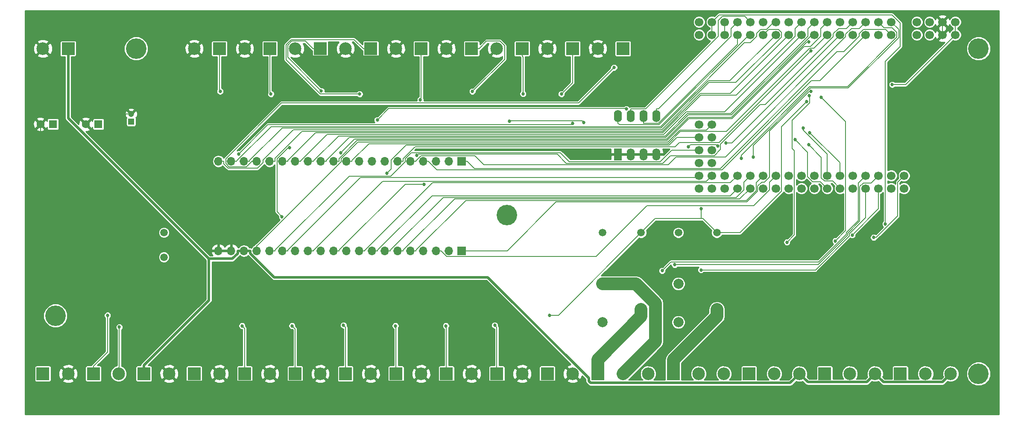
<source format=gbl>
G04 #@! TF.FileFunction,Copper,L2,Bot,Signal*
%FSLAX46Y46*%
G04 Gerber Fmt 4.6, Leading zero omitted, Abs format (unit mm)*
G04 Created by KiCad (PCBNEW 4.0.7) date Thu Oct 12 07:51:30 2017*
%MOMM*%
%LPD*%
G01*
G04 APERTURE LIST*
%ADD10C,0.100000*%
%ADD11R,1.600000X1.600000*%
%ADD12C,1.600000*%
%ADD13R,1.200000X1.200000*%
%ADD14C,1.200000*%
%ADD15R,1.700000X1.700000*%
%ADD16O,1.700000X1.700000*%
%ADD17R,2.500000X2.500000*%
%ADD18C,2.500000*%
%ADD19C,1.520000*%
%ADD20C,2.000000*%
%ADD21R,1.600000X2.400000*%
%ADD22O,1.600000X2.400000*%
%ADD23C,1.700000*%
%ADD24C,1.500000*%
%ADD25C,4.064000*%
%ADD26C,0.685800*%
%ADD27C,0.203200*%
%ADD28C,0.152400*%
%ADD29C,0.508000*%
%ADD30C,2.540000*%
%ADD31C,0.254000*%
G04 APERTURE END LIST*
D10*
D11*
X18000000Y-109500000D03*
D12*
X15500000Y-109500000D03*
D11*
X27000000Y-109500000D03*
D12*
X24500000Y-109500000D03*
D13*
X33500000Y-109000000D03*
D14*
X33500000Y-107500000D03*
D15*
X99060000Y-116840000D03*
D16*
X96520000Y-116840000D03*
X93980000Y-116840000D03*
X91440000Y-116840000D03*
X88900000Y-116840000D03*
X86360000Y-116840000D03*
X83820000Y-116840000D03*
X81280000Y-116840000D03*
X78740000Y-116840000D03*
X76200000Y-116840000D03*
X73660000Y-116840000D03*
X71120000Y-116840000D03*
X68580000Y-116840000D03*
X66040000Y-116840000D03*
X63500000Y-116840000D03*
X60960000Y-116840000D03*
X58420000Y-116840000D03*
X55880000Y-116840000D03*
X53340000Y-116840000D03*
X50800000Y-116840000D03*
D15*
X99060000Y-134620000D03*
D16*
X96520000Y-134620000D03*
X93980000Y-134620000D03*
X91440000Y-134620000D03*
X88900000Y-134620000D03*
X86360000Y-134620000D03*
X83820000Y-134620000D03*
X81280000Y-134620000D03*
X78740000Y-134620000D03*
X76200000Y-134620000D03*
X73660000Y-134620000D03*
X71120000Y-134620000D03*
X68580000Y-134620000D03*
X66040000Y-134620000D03*
X63500000Y-134620000D03*
X60960000Y-134620000D03*
X58420000Y-134620000D03*
X55880000Y-134620000D03*
X53340000Y-134620000D03*
X50800000Y-134620000D03*
D17*
X16000000Y-159000000D03*
D18*
X21000000Y-159000000D03*
D17*
X36000000Y-159000000D03*
D18*
X41000000Y-159000000D03*
D17*
X21000000Y-94500000D03*
D18*
X16000000Y-94500000D03*
D17*
X131000000Y-94500000D03*
D18*
X126000000Y-94500000D03*
D17*
X46000000Y-159000000D03*
D18*
X51000000Y-159000000D03*
D17*
X86000000Y-159000000D03*
D18*
X91000000Y-159000000D03*
D17*
X121000000Y-94500000D03*
D18*
X116000000Y-94500000D03*
D17*
X81000000Y-94500000D03*
D18*
X76000000Y-94500000D03*
D17*
X56000000Y-159000000D03*
D18*
X61000000Y-159000000D03*
D17*
X96000000Y-159000000D03*
D18*
X101000000Y-159000000D03*
D17*
X111000000Y-94500000D03*
D18*
X106000000Y-94500000D03*
D17*
X71000000Y-94500000D03*
D18*
X66000000Y-94500000D03*
D17*
X66000000Y-159000000D03*
D18*
X71000000Y-159000000D03*
D17*
X106000000Y-159000000D03*
D18*
X111000000Y-159000000D03*
D17*
X101000000Y-94500000D03*
D18*
X96000000Y-94500000D03*
D17*
X61000000Y-94500000D03*
D18*
X56000000Y-94500000D03*
D17*
X76000000Y-159000000D03*
D18*
X81000000Y-159000000D03*
D17*
X116000000Y-159000000D03*
D18*
X121000000Y-159000000D03*
D17*
X91000000Y-94500000D03*
D18*
X86000000Y-94500000D03*
D17*
X51000000Y-94500000D03*
D18*
X46000000Y-94500000D03*
D17*
X26000000Y-159000000D03*
D18*
X31000000Y-159000000D03*
X166000000Y-159000000D03*
D17*
X156000000Y-159000000D03*
D18*
X161000000Y-159000000D03*
X181000000Y-159000000D03*
D17*
X171000000Y-159000000D03*
D18*
X176000000Y-159000000D03*
X196000000Y-159000000D03*
D17*
X186000000Y-159000000D03*
D18*
X191000000Y-159000000D03*
X136000000Y-159000000D03*
D17*
X126000000Y-159000000D03*
D18*
X131000000Y-159000000D03*
X151000000Y-159000000D03*
D17*
X141000000Y-159000000D03*
D18*
X146000000Y-159000000D03*
D19*
X127000000Y-131000000D03*
D20*
X127000000Y-141160000D03*
X127000000Y-148780000D03*
X134620000Y-146240000D03*
D19*
X134620000Y-131000000D03*
X142000000Y-131000000D03*
D20*
X142000000Y-141160000D03*
X142000000Y-148780000D03*
X149620000Y-146240000D03*
D19*
X149620000Y-131000000D03*
D21*
X130000000Y-115500000D03*
D22*
X137620000Y-107880000D03*
X132540000Y-115500000D03*
X135080000Y-107880000D03*
X135080000Y-115500000D03*
X132540000Y-107880000D03*
X137620000Y-115500000D03*
X130000000Y-107880000D03*
D23*
X184200000Y-91760000D03*
X184200000Y-89220000D03*
X181660000Y-91760000D03*
X181660000Y-89220000D03*
X179120000Y-91760000D03*
X179120000Y-89220000D03*
X176580000Y-91760000D03*
X176580000Y-89220000D03*
X174040000Y-91760000D03*
X174040000Y-89220000D03*
X171500000Y-91760000D03*
X171500000Y-89220000D03*
X168960000Y-91760000D03*
X168960000Y-89220000D03*
X166420000Y-91760000D03*
X166420000Y-89220000D03*
X163880000Y-91760000D03*
X163880000Y-89220000D03*
X161340000Y-91760000D03*
X161340000Y-89220000D03*
X158800000Y-91760000D03*
X158800000Y-89220000D03*
X156260000Y-91760000D03*
X156260000Y-89220000D03*
X153720000Y-91760000D03*
X153720000Y-89220000D03*
X151180000Y-91760000D03*
X151180000Y-89220000D03*
X148640000Y-91760000D03*
X148640000Y-89220000D03*
X146100000Y-91760000D03*
X146100000Y-89220000D03*
X189280000Y-91760000D03*
X189280000Y-89220000D03*
X191820000Y-89220000D03*
X191820000Y-91760000D03*
X194360000Y-91760000D03*
X194360000Y-89220000D03*
X196900000Y-89220000D03*
X196900000Y-91760000D03*
X146100000Y-109540000D03*
X148640000Y-109540000D03*
X148640000Y-112080000D03*
X146100000Y-112080000D03*
X146100000Y-114620000D03*
X148640000Y-114620000D03*
X148640000Y-117160000D03*
X146100000Y-117160000D03*
X146100000Y-119700000D03*
X148640000Y-119700000D03*
X151180000Y-119700000D03*
X153720000Y-119700000D03*
X156260000Y-119700000D03*
X158800000Y-119700000D03*
X161340000Y-119700000D03*
X163880000Y-119700000D03*
X166420000Y-119700000D03*
X168960000Y-119700000D03*
X171500000Y-119700000D03*
X174040000Y-119700000D03*
X176580000Y-119700000D03*
X179120000Y-119700000D03*
X181660000Y-119700000D03*
X184200000Y-119700000D03*
X186740000Y-119700000D03*
X186740000Y-122240000D03*
X184200000Y-122240000D03*
X181660000Y-122240000D03*
X179120000Y-122240000D03*
X176580000Y-122240000D03*
X174040000Y-122240000D03*
X171500000Y-122240000D03*
X168960000Y-122240000D03*
X166420000Y-122240000D03*
X163880000Y-122240000D03*
X161340000Y-122240000D03*
X158800000Y-122240000D03*
X156260000Y-122240000D03*
X153720000Y-122240000D03*
X151180000Y-122240000D03*
X148640000Y-122240000D03*
X146100000Y-122240000D03*
D24*
X40000000Y-131000000D03*
X40000000Y-135880000D03*
D25*
X18500000Y-147500000D03*
X201500000Y-159000000D03*
X34500000Y-94500000D03*
X108000000Y-127500000D03*
X201500000Y-94500000D03*
D26*
X184391800Y-101623700D03*
X167399300Y-105035800D03*
X116468000Y-147420300D03*
X146517900Y-126255000D03*
X141000000Y-91750000D03*
X14000000Y-135497700D03*
X136229800Y-139257500D03*
X136671500Y-132074400D03*
X176452500Y-131497800D03*
X165118800Y-112578000D03*
X131669200Y-106452900D03*
X82299600Y-108652100D03*
X180725600Y-131963700D03*
X141253000Y-137373800D03*
X166763100Y-110248000D03*
X146480500Y-138413500D03*
X108477700Y-108904100D03*
X123222400Y-109117700D03*
X167823200Y-113541200D03*
X64938200Y-114145300D03*
X63395100Y-127852800D03*
X138780700Y-138552800D03*
X168056400Y-111163200D03*
X143955500Y-113953400D03*
X149786600Y-113833100D03*
X85900000Y-149500000D03*
X118800800Y-103500000D03*
X78799700Y-103500000D03*
X55496200Y-149500000D03*
X95900000Y-149500000D03*
X111203000Y-103458500D03*
X71199800Y-102900600D03*
X65389400Y-149500000D03*
X105599800Y-149388200D03*
X101150300Y-102981400D03*
X61194800Y-103500000D03*
X75599800Y-149388200D03*
X90831300Y-104671500D03*
X51150300Y-102981400D03*
X156815100Y-116000400D03*
X154435900Y-116286700D03*
X168298900Y-94968800D03*
X90127300Y-115712900D03*
X151455100Y-113196400D03*
X167853800Y-93138100D03*
X75055800Y-115153300D03*
X129243700Y-98240300D03*
X168317800Y-103006500D03*
X91585100Y-121394700D03*
X28816400Y-147424200D03*
X31157600Y-149747300D03*
X167943900Y-103818400D03*
X163516000Y-132902900D03*
X183045300Y-129274700D03*
X173111200Y-132664300D03*
X170330200Y-104124800D03*
X54799300Y-115384300D03*
X121072900Y-109358300D03*
X84226500Y-119231700D03*
D27*
X196900000Y-89220000D02*
X196900000Y-91760000D01*
X187036300Y-101623700D02*
X196900000Y-91760000D01*
X184391800Y-101623700D02*
X187036300Y-101623700D01*
X118199700Y-147420300D02*
X116468000Y-147420300D01*
X134620000Y-131000000D02*
X118199700Y-147420300D01*
X146517900Y-128238500D02*
X146517900Y-126255000D01*
X137381500Y-128238500D02*
X146517900Y-128238500D01*
X134620000Y-131000000D02*
X137381500Y-128238500D01*
X146858500Y-128238500D02*
X149620000Y-131000000D01*
X146517900Y-128238500D02*
X146858500Y-128238500D01*
X162452600Y-109982500D02*
X167399300Y-105035800D01*
X162452600Y-122751300D02*
X162452600Y-109982500D01*
X154203900Y-131000000D02*
X162452600Y-122751300D01*
X149620000Y-131000000D02*
X154203900Y-131000000D01*
D28*
X126000000Y-94500000D02*
X128750000Y-91750000D01*
X128750000Y-91750000D02*
X141000000Y-91750000D01*
X194360000Y-89220000D02*
X194360000Y-91760000D01*
X112479000Y-160479000D02*
X111000000Y-159000000D01*
X119521000Y-160479000D02*
X112479000Y-160479000D01*
X121000000Y-159000000D02*
X119521000Y-160479000D01*
X92479000Y-160479000D02*
X91000000Y-159000000D01*
X99521000Y-160479000D02*
X92479000Y-160479000D01*
X101000000Y-159000000D02*
X99521000Y-160479000D01*
X102479000Y-160479000D02*
X101000000Y-159000000D01*
X109521000Y-160479000D02*
X102479000Y-160479000D01*
X111000000Y-159000000D02*
X109521000Y-160479000D01*
X89521000Y-160479000D02*
X91000000Y-159000000D01*
X82479000Y-160479000D02*
X89521000Y-160479000D01*
X81000000Y-159000000D02*
X82479000Y-160479000D01*
X74521000Y-95979000D02*
X76000000Y-94500000D01*
X67479000Y-95979000D02*
X74521000Y-95979000D01*
X66000000Y-94500000D02*
X67479000Y-95979000D01*
X84521000Y-95979000D02*
X86000000Y-94500000D01*
X77479000Y-95979000D02*
X84521000Y-95979000D01*
X76000000Y-94500000D02*
X77479000Y-95979000D01*
X62479000Y-160479000D02*
X61000000Y-159000000D01*
X69521000Y-160479000D02*
X62479000Y-160479000D01*
X71000000Y-159000000D02*
X69521000Y-160479000D01*
X52479000Y-160479000D02*
X51000000Y-159000000D01*
X59521000Y-160479000D02*
X52479000Y-160479000D01*
X61000000Y-159000000D02*
X59521000Y-160479000D01*
X49521000Y-160479000D02*
X51000000Y-159000000D01*
X42479000Y-160479000D02*
X49521000Y-160479000D01*
X41000000Y-159000000D02*
X42479000Y-160479000D01*
X14750000Y-135497700D02*
X14000000Y-135497700D01*
X14750000Y-132972200D02*
X14750000Y-135497700D01*
X15500000Y-132222200D02*
X14750000Y-132972200D01*
X15500000Y-109500000D02*
X15500000Y-132222200D01*
X14750000Y-152750000D02*
X21000000Y-159000000D01*
X14750000Y-135497700D02*
X14750000Y-152750000D01*
X26500000Y-107500000D02*
X33500000Y-107500000D01*
X24500000Y-109500000D02*
X26500000Y-107500000D01*
X46000000Y-95000000D02*
X46000000Y-94500000D01*
X33500000Y-107500000D02*
X46000000Y-95000000D01*
X136229900Y-139257500D02*
X136229800Y-139257500D01*
X136229900Y-132516000D02*
X136229900Y-139257500D01*
X136671500Y-132074400D02*
X136229900Y-132516000D01*
X181660000Y-126290300D02*
X181660000Y-122240000D01*
X176452500Y-131497800D02*
X181660000Y-126290300D01*
X84553400Y-106398300D02*
X82299600Y-108652100D01*
X131614600Y-106398300D02*
X84553400Y-106398300D01*
X131669200Y-106452900D02*
X131614600Y-106398300D01*
X167610100Y-115069300D02*
X165118800Y-112578000D01*
X167610100Y-119921400D02*
X167610100Y-115069300D01*
X168579700Y-120891000D02*
X167610100Y-119921400D01*
X170151000Y-120891000D02*
X168579700Y-120891000D01*
X171500000Y-122240000D02*
X170151000Y-120891000D01*
X181190700Y-131963700D02*
X180725600Y-131963700D01*
X185470000Y-127684400D02*
X181190700Y-131963700D01*
X185470000Y-120970000D02*
X185470000Y-127684400D01*
X186740000Y-119700000D02*
X185470000Y-120970000D01*
X169743200Y-137373800D02*
X141253000Y-137373800D01*
X175575600Y-131541400D02*
X169743200Y-137373800D01*
X175575600Y-131134400D02*
X175575600Y-131541400D01*
X177964200Y-128745800D02*
X175575600Y-131134400D01*
X177964200Y-121868100D02*
X177964200Y-128745800D01*
X178671300Y-121161000D02*
X177964200Y-121868100D01*
X180199000Y-121161000D02*
X178671300Y-121161000D01*
X181660000Y-119700000D02*
X180199000Y-121161000D01*
X171500000Y-115415500D02*
X171500000Y-119700000D01*
X166763100Y-110678600D02*
X171500000Y-115415500D01*
X166763100Y-110248000D02*
X166763100Y-110678600D01*
X169169100Y-138413500D02*
X146480500Y-138413500D01*
X175880700Y-131701900D02*
X169169100Y-138413500D01*
X175880700Y-131260900D02*
X175880700Y-131701900D01*
X179120000Y-128021600D02*
X175880700Y-131260900D01*
X179120000Y-122240000D02*
X179120000Y-128021600D01*
X170338000Y-116056000D02*
X167823200Y-113541200D01*
X170338000Y-120120800D02*
X170338000Y-116056000D01*
X170996200Y-120779000D02*
X170338000Y-120120800D01*
X172579000Y-120779000D02*
X170996200Y-120779000D01*
X174040000Y-122240000D02*
X172579000Y-120779000D01*
X122889600Y-108784900D02*
X123222400Y-109117700D01*
X108596900Y-108784900D02*
X122889600Y-108784900D01*
X108477700Y-108904100D02*
X108596900Y-108784900D01*
X62421000Y-126878700D02*
X63395100Y-127852800D01*
X62421000Y-116339500D02*
X62421000Y-126878700D01*
X64615200Y-114145300D02*
X62421000Y-116339500D01*
X64938200Y-114145300D02*
X64615200Y-114145300D01*
X140531500Y-136802000D02*
X138780700Y-138552800D01*
X169814700Y-136802000D02*
X140531500Y-136802000D01*
X175270500Y-131346200D02*
X169814700Y-136802000D01*
X175270500Y-131007900D02*
X175270500Y-131346200D01*
X177659000Y-128619400D02*
X175270500Y-131007900D01*
X177659000Y-121161000D02*
X177659000Y-128619400D01*
X179120000Y-119700000D02*
X177659000Y-121161000D01*
X174040000Y-117146800D02*
X174040000Y-119700000D01*
X168056400Y-111163200D02*
X174040000Y-117146800D01*
X144389300Y-113519600D02*
X143955500Y-113953400D01*
X149473100Y-113519600D02*
X144389300Y-113519600D01*
X149786600Y-113833100D02*
X149473100Y-113519600D01*
D29*
X55880000Y-134620000D02*
X54623300Y-134620000D01*
X36000000Y-159000000D02*
X36000000Y-157343300D01*
X48904900Y-144438400D02*
X48904900Y-136199400D01*
X36000000Y-157343300D02*
X48904900Y-144438400D01*
X21000000Y-108294500D02*
X48904900Y-136199400D01*
X21000000Y-94500000D02*
X21000000Y-108294500D01*
X54623300Y-135140800D02*
X54623300Y-134620000D01*
X53564700Y-136199400D02*
X54623300Y-135140800D01*
X48904900Y-136199400D02*
X53564700Y-136199400D01*
X182656800Y-160656800D02*
X181000000Y-159000000D01*
X194343200Y-160656800D02*
X182656800Y-160656800D01*
X196000000Y-159000000D02*
X194343200Y-160656800D01*
X55880000Y-134620000D02*
X57136700Y-134620000D01*
X57136700Y-135140800D02*
X57136700Y-134620000D01*
X61860600Y-139864700D02*
X57136700Y-135140800D01*
X104217500Y-139864700D02*
X61860600Y-139864700D01*
X124221600Y-159868800D02*
X104217500Y-139864700D01*
X124221600Y-160466600D02*
X124221600Y-159868800D01*
X124594300Y-160839300D02*
X124221600Y-160466600D01*
X164160700Y-160839300D02*
X124594300Y-160839300D01*
X166000000Y-159000000D02*
X164160700Y-160839300D01*
X167656800Y-160656800D02*
X166000000Y-159000000D01*
X179343200Y-160656800D02*
X167656800Y-160656800D01*
X181000000Y-159000000D02*
X179343200Y-160656800D01*
D28*
X86000000Y-149600000D02*
X85900000Y-149500000D01*
X86000000Y-159000000D02*
X86000000Y-149600000D01*
X121000000Y-101300800D02*
X118800800Y-103500000D01*
X121000000Y-94500000D02*
X121000000Y-101300800D01*
X81000000Y-94500000D02*
X79521100Y-94500000D01*
X70976200Y-103500000D02*
X78799700Y-103500000D01*
X64200100Y-96723900D02*
X70976200Y-103500000D01*
X64200100Y-93725300D02*
X64200100Y-96723900D01*
X65232300Y-92693100D02*
X64200100Y-93725300D01*
X77714200Y-92693100D02*
X65232300Y-92693100D01*
X79521100Y-94500000D02*
X77714200Y-92693100D01*
X56000000Y-150003800D02*
X55496200Y-149500000D01*
X56000000Y-159000000D02*
X56000000Y-150003800D01*
X96000000Y-149600000D02*
X95900000Y-149500000D01*
X96000000Y-159000000D02*
X96000000Y-149600000D01*
X111203000Y-96181900D02*
X111203000Y-103458500D01*
X111000000Y-95978900D02*
X111203000Y-96181900D01*
X111000000Y-94500000D02*
X111000000Y-95978900D01*
X68042200Y-93021100D02*
X69521100Y-94500000D01*
X65336000Y-93021100D02*
X68042200Y-93021100D01*
X64521000Y-93836100D02*
X65336000Y-93021100D01*
X64521000Y-96221800D02*
X64521000Y-93836100D01*
X71199800Y-102900600D02*
X64521000Y-96221800D01*
X71000000Y-94500000D02*
X69521100Y-94500000D01*
X66000000Y-150110600D02*
X65389400Y-149500000D01*
X66000000Y-159000000D02*
X66000000Y-150110600D01*
X106000000Y-149788400D02*
X106000000Y-159000000D01*
X105599800Y-149388200D02*
X106000000Y-149788400D01*
X103957800Y-93021100D02*
X102478900Y-94500000D01*
X106612800Y-93021100D02*
X103957800Y-93021100D01*
X107529400Y-93937700D02*
X106612800Y-93021100D01*
X107529400Y-96602300D02*
X107529400Y-93937700D01*
X101150300Y-102981400D02*
X107529400Y-96602300D01*
X101000000Y-94500000D02*
X102478900Y-94500000D01*
X61000000Y-103305200D02*
X61194800Y-103500000D01*
X61000000Y-94500000D02*
X61000000Y-103305200D01*
X76000000Y-149788400D02*
X76000000Y-159000000D01*
X75599800Y-149388200D02*
X76000000Y-149788400D01*
X91000000Y-104502800D02*
X90831300Y-104671500D01*
X91000000Y-94500000D02*
X91000000Y-104502800D01*
X51000000Y-102831100D02*
X51000000Y-94500000D01*
X51150300Y-102981400D02*
X51000000Y-102831100D01*
X99060000Y-116840000D02*
X100138900Y-116840000D01*
X101566700Y-118267800D02*
X100138900Y-116840000D01*
X150305600Y-118267800D02*
X101566700Y-118267800D01*
X173461400Y-95112000D02*
X150305600Y-118267800D01*
X174762900Y-95112000D02*
X173461400Y-95112000D01*
X177850000Y-92024900D02*
X174762900Y-95112000D01*
X177850000Y-91500000D02*
X177850000Y-92024900D01*
X178678400Y-90671600D02*
X177850000Y-91500000D01*
X183111600Y-90671600D02*
X178678400Y-90671600D01*
X184200000Y-91760000D02*
X183111600Y-90671600D01*
X185681100Y-90701100D02*
X184200000Y-89220000D01*
X185681100Y-92306500D02*
X185681100Y-90701100D01*
X175660900Y-102326700D02*
X185681100Y-92306500D01*
X168188800Y-102326700D02*
X175660900Y-102326700D01*
X156815100Y-113700400D02*
X168188800Y-102326700D01*
X156815100Y-116000400D02*
X156815100Y-113700400D01*
X182758100Y-90318100D02*
X181660000Y-89220000D01*
X184343700Y-90318100D02*
X182758100Y-90318100D01*
X185307700Y-91282100D02*
X184343700Y-90318100D01*
X185307700Y-92239900D02*
X185307700Y-91282100D01*
X175526000Y-102021600D02*
X185307700Y-92239900D01*
X168062300Y-102021600D02*
X175526000Y-102021600D01*
X154435900Y-115648000D02*
X168062300Y-102021600D01*
X154435900Y-116286700D02*
X154435900Y-115648000D01*
X92518900Y-116951800D02*
X92518900Y-116840000D01*
X94140100Y-118573000D02*
X92518900Y-116951800D01*
X150647600Y-118573000D02*
X94140100Y-118573000D01*
X168372100Y-100848500D02*
X150647600Y-118573000D01*
X170031500Y-100848500D02*
X168372100Y-100848500D01*
X179120000Y-91760000D02*
X170031500Y-100848500D01*
X91440000Y-116840000D02*
X92518900Y-116840000D01*
X88900000Y-116840000D02*
X89978900Y-116840000D01*
X89978900Y-116755000D02*
X89978900Y-116840000D01*
X90973200Y-115760700D02*
X89978900Y-116755000D01*
X101631100Y-115760700D02*
X90973200Y-115760700D01*
X103441300Y-117570900D02*
X101631100Y-115760700D01*
X139960800Y-117570900D02*
X103441300Y-117570900D01*
X141504300Y-116027400D02*
X139960800Y-117570900D01*
X151303200Y-116027400D02*
X141504300Y-116027400D01*
X175160900Y-92169700D02*
X151303200Y-116027400D01*
X175160900Y-91649100D02*
X175160900Y-92169700D01*
X176320000Y-90490000D02*
X175160900Y-91649100D01*
X177850000Y-90490000D02*
X176320000Y-90490000D01*
X179120000Y-89220000D02*
X177850000Y-90490000D01*
X87438900Y-116313900D02*
X87438900Y-116840000D01*
X89788600Y-113964200D02*
X87438900Y-116313900D01*
X141357500Y-113964200D02*
X89788600Y-113964200D01*
X142159200Y-113162500D02*
X141357500Y-113964200D01*
X150105200Y-113162500D02*
X142159200Y-113162500D01*
X168298900Y-94968800D02*
X150105200Y-113162500D01*
X86360000Y-116840000D02*
X87438900Y-116840000D01*
X175310000Y-90490000D02*
X176580000Y-89220000D01*
X173779600Y-90490000D02*
X175310000Y-90490000D01*
X172695900Y-91573700D02*
X173779600Y-90490000D01*
X172695900Y-92092600D02*
X172695900Y-91573700D01*
X159216300Y-105572200D02*
X172695900Y-92092600D01*
X158233300Y-105572200D02*
X159216300Y-105572200D01*
X150361300Y-113444200D02*
X158233300Y-105572200D01*
X150361300Y-114505600D02*
X150361300Y-113444200D01*
X149144700Y-115722200D02*
X150361300Y-114505600D01*
X140459500Y-115722200D02*
X149144700Y-115722200D01*
X138934700Y-117247000D02*
X140459500Y-115722200D01*
X119749800Y-117247000D02*
X138934700Y-117247000D01*
X117958300Y-115455500D02*
X119749800Y-117247000D01*
X90384700Y-115455500D02*
X117958300Y-115455500D01*
X90127300Y-115712900D02*
X90384700Y-115455500D01*
X152603600Y-113196400D02*
X174040000Y-91760000D01*
X151455100Y-113196400D02*
X152603600Y-113196400D01*
X77778400Y-112430700D02*
X75055800Y-115153300D01*
X139630300Y-112430700D02*
X77778400Y-112430700D01*
X143942700Y-108118300D02*
X139630300Y-112430700D01*
X152493200Y-108118300D02*
X143942700Y-108118300D01*
X167473400Y-93138100D02*
X152493200Y-108118300D01*
X167853800Y-93138100D02*
X167473400Y-93138100D01*
X76200000Y-116840000D02*
X77278900Y-116840000D01*
X77278900Y-116728200D02*
X77278900Y-116840000D01*
X80661100Y-113346000D02*
X77278900Y-116728200D01*
X140009800Y-113346000D02*
X80661100Y-113346000D01*
X142386100Y-110969700D02*
X140009800Y-113346000D01*
X151489300Y-110969700D02*
X142386100Y-110969700D01*
X168062000Y-94397000D02*
X151489300Y-110969700D01*
X168863000Y-94397000D02*
X168062000Y-94397000D01*
X171500000Y-91760000D02*
X168863000Y-94397000D01*
X73660000Y-116840000D02*
X74738900Y-116840000D01*
X74738900Y-116310500D02*
X74738900Y-116840000D01*
X78313600Y-112735800D02*
X74738900Y-116310500D01*
X139756800Y-112735800D02*
X78313600Y-112735800D01*
X144069100Y-108423500D02*
X139756800Y-112735800D01*
X152619500Y-108423500D02*
X144069100Y-108423500D01*
X166951100Y-94091900D02*
X152619500Y-108423500D01*
X168198100Y-94091900D02*
X166951100Y-94091900D01*
X170230000Y-92060000D02*
X168198100Y-94091900D01*
X170230000Y-90490000D02*
X170230000Y-92060000D01*
X171500000Y-89220000D02*
X170230000Y-90490000D01*
X71120000Y-116840000D02*
X72198900Y-116840000D01*
X72198900Y-116715900D02*
X72198900Y-116840000D01*
X76789200Y-112125600D02*
X72198900Y-116715900D01*
X139503800Y-112125600D02*
X76789200Y-112125600D01*
X143968800Y-107660600D02*
X139503800Y-112125600D01*
X152519300Y-107660600D02*
X143968800Y-107660600D01*
X168419900Y-91760000D02*
X152519300Y-107660600D01*
X168960000Y-91760000D02*
X168419900Y-91760000D01*
X68580000Y-116840000D02*
X69658900Y-116840000D01*
X69658900Y-116775100D02*
X69658900Y-116840000D01*
X74613500Y-111820500D02*
X69658900Y-116775100D01*
X139377300Y-111820500D02*
X74613500Y-111820500D01*
X143842300Y-107355500D02*
X139377300Y-111820500D01*
X152373500Y-107355500D02*
X143842300Y-107355500D01*
X167690000Y-92039000D02*
X152373500Y-107355500D01*
X167690000Y-90490000D02*
X167690000Y-92039000D01*
X168960000Y-89220000D02*
X167690000Y-90490000D01*
X66040000Y-116840000D02*
X67118900Y-116840000D01*
X67118900Y-116775100D02*
X67118900Y-116840000D01*
X72378700Y-111515300D02*
X67118900Y-116775100D01*
X139105400Y-111515300D02*
X72378700Y-111515300D01*
X143579900Y-107040800D02*
X139105400Y-111515300D01*
X151139200Y-107040800D02*
X143579900Y-107040800D01*
X166420000Y-91760000D02*
X151139200Y-107040800D01*
X63500000Y-116840000D02*
X64578900Y-116840000D01*
X165150000Y-90490000D02*
X166420000Y-89220000D01*
X165150000Y-92021300D02*
X165150000Y-90490000D01*
X153467200Y-103704100D02*
X165150000Y-92021300D01*
X146433300Y-103704100D02*
X153467200Y-103704100D01*
X138927200Y-111210200D02*
X146433300Y-103704100D01*
X70096900Y-111210200D02*
X138927200Y-111210200D01*
X64578900Y-116728200D02*
X70096900Y-111210200D01*
X64578900Y-116840000D02*
X64578900Y-116728200D01*
X60960000Y-116840000D02*
X62038900Y-116840000D01*
X152278100Y-103361900D02*
X163880000Y-91760000D01*
X146343800Y-103361900D02*
X152278100Y-103361900D01*
X138800700Y-110905000D02*
X146343800Y-103361900D01*
X67369900Y-110905000D02*
X138800700Y-110905000D01*
X62038900Y-116236000D02*
X67369900Y-110905000D01*
X62038900Y-116840000D02*
X62038900Y-116236000D01*
X57341100Y-116951800D02*
X57341100Y-116840000D01*
X56373900Y-117919000D02*
X57341100Y-116951800D01*
X52863500Y-117919000D02*
X56373900Y-117919000D01*
X52251800Y-117307300D02*
X52863500Y-117919000D01*
X52251800Y-116324300D02*
X52251800Y-117307300D01*
X63286500Y-105289600D02*
X52251800Y-116324300D01*
X122194400Y-105289600D02*
X63286500Y-105289600D01*
X129243700Y-98240300D02*
X122194400Y-105289600D01*
X58420000Y-116840000D02*
X57341100Y-116840000D01*
X55880000Y-116840000D02*
X56958900Y-116840000D01*
X152207300Y-100892700D02*
X161340000Y-91760000D01*
X147949900Y-100892700D02*
X152207300Y-100892700D01*
X138578400Y-110264200D02*
X147949900Y-100892700D01*
X63423000Y-110264200D02*
X138578400Y-110264200D01*
X56958900Y-116728300D02*
X63423000Y-110264200D01*
X56958900Y-116840000D02*
X56958900Y-116728300D01*
X54418900Y-116775100D02*
X54418900Y-116840000D01*
X61235100Y-109958900D02*
X54418900Y-116775100D01*
X138451900Y-109958900D02*
X61235100Y-109958900D01*
X155084400Y-93326400D02*
X138451900Y-109958900D01*
X156291000Y-93326400D02*
X155084400Y-93326400D01*
X157530000Y-92087400D02*
X156291000Y-93326400D01*
X157530000Y-91455300D02*
X157530000Y-92087400D01*
X158304300Y-90681000D02*
X157530000Y-91455300D01*
X159447300Y-90681000D02*
X158304300Y-90681000D01*
X160908300Y-89220000D02*
X159447300Y-90681000D01*
X161340000Y-89220000D02*
X160908300Y-89220000D01*
X53340000Y-116840000D02*
X54418900Y-116840000D01*
X50800000Y-116840000D02*
X51878900Y-116840000D01*
X159879000Y-90681000D02*
X158800000Y-91760000D01*
X161835700Y-90681000D02*
X159879000Y-90681000D01*
X162420400Y-91265700D02*
X161835700Y-90681000D01*
X162420400Y-92217100D02*
X162420400Y-91265700D01*
X153402600Y-101234900D02*
X162420400Y-92217100D01*
X148039200Y-101234900D02*
X153402600Y-101234900D01*
X138704500Y-110569600D02*
X148039200Y-101234900D01*
X65700600Y-110569600D02*
X138704500Y-110569600D01*
X59690000Y-116580200D02*
X65700600Y-110569600D01*
X59690000Y-117099900D02*
X59690000Y-116580200D01*
X58564900Y-118225000D02*
X59690000Y-117099900D01*
X52737800Y-118225000D02*
X58564900Y-118225000D01*
X51878900Y-117366100D02*
X52737800Y-118225000D01*
X51878900Y-116840000D02*
X51878900Y-117366100D01*
X167947100Y-103006500D02*
X168317800Y-103006500D01*
X160070000Y-110883600D02*
X167947100Y-103006500D01*
X160070000Y-119960100D02*
X160070000Y-110883600D01*
X159060100Y-120970000D02*
X160070000Y-119960100D01*
X158535200Y-120970000D02*
X159060100Y-120970000D01*
X157721000Y-121784200D02*
X158535200Y-120970000D01*
X157721000Y-122793300D02*
X157721000Y-121784200D01*
X155579900Y-124934400D02*
X157721000Y-122793300D01*
X117744200Y-124934400D02*
X155579900Y-124934400D01*
X108058600Y-134620000D02*
X117744200Y-124934400D01*
X99060000Y-134620000D02*
X108058600Y-134620000D01*
X93980000Y-134620000D02*
X95058900Y-134620000D01*
X160070000Y-120970000D02*
X161340000Y-119700000D01*
X160070000Y-122525400D02*
X160070000Y-120970000D01*
X156961400Y-125634000D02*
X160070000Y-122525400D01*
X135744900Y-125634000D02*
X156961400Y-125634000D01*
X125674600Y-135704300D02*
X135744900Y-125634000D01*
X96031400Y-135704300D02*
X125674600Y-135704300D01*
X95058900Y-134731800D02*
X96031400Y-135704300D01*
X95058900Y-134620000D02*
X95058900Y-134731800D01*
X88900000Y-134620000D02*
X89978900Y-134620000D01*
X89978900Y-134508200D02*
X89978900Y-134620000D01*
X99857900Y-124629200D02*
X89978900Y-134508200D01*
X155453400Y-124629200D02*
X99857900Y-124629200D01*
X157415800Y-122666800D02*
X155453400Y-124629200D01*
X157415800Y-121084200D02*
X157415800Y-122666800D01*
X158800000Y-119700000D02*
X157415800Y-121084200D01*
X86360000Y-134620000D02*
X87438900Y-134620000D01*
X87438900Y-134508200D02*
X87438900Y-134620000D01*
X97623100Y-124324000D02*
X87438900Y-134508200D01*
X154176000Y-124324000D02*
X97623100Y-124324000D01*
X156260000Y-122240000D02*
X154176000Y-124324000D01*
X83820000Y-134620000D02*
X84898900Y-134620000D01*
X84898900Y-134508200D02*
X84898900Y-134620000D01*
X95388300Y-124018800D02*
X84898900Y-134508200D01*
X153482300Y-124018800D02*
X95388300Y-124018800D01*
X154990000Y-122511100D02*
X153482300Y-124018800D01*
X154990000Y-120970000D02*
X154990000Y-122511100D01*
X156260000Y-119700000D02*
X154990000Y-120970000D01*
X81280000Y-134620000D02*
X82358900Y-134620000D01*
X82358900Y-134508400D02*
X82358900Y-134620000D01*
X93153600Y-123713700D02*
X82358900Y-134508400D01*
X152246300Y-123713700D02*
X93153600Y-123713700D01*
X153720000Y-122240000D02*
X152246300Y-123713700D01*
X79818900Y-134555100D02*
X79818900Y-134620000D01*
X93251300Y-121122700D02*
X79818900Y-134555100D01*
X152297300Y-121122700D02*
X93251300Y-121122700D01*
X153720000Y-119700000D02*
X152297300Y-121122700D01*
X78740000Y-134620000D02*
X79818900Y-134620000D01*
X74738900Y-134508200D02*
X74738900Y-134620000D01*
X87852400Y-121394700D02*
X74738900Y-134508200D01*
X91585100Y-121394700D02*
X87852400Y-121394700D01*
X73660000Y-134620000D02*
X74738900Y-134620000D01*
X68580000Y-134620000D02*
X69658900Y-134620000D01*
X147522500Y-120817500D02*
X148640000Y-119700000D01*
X83384300Y-120817500D02*
X147522500Y-120817500D01*
X69658900Y-134542900D02*
X83384300Y-120817500D01*
X69658900Y-134620000D02*
X69658900Y-134542900D01*
X63500000Y-134620000D02*
X64578900Y-134620000D01*
X145684500Y-120115500D02*
X146100000Y-119700000D01*
X78971600Y-120115500D02*
X145684500Y-120115500D01*
X64578900Y-134508200D02*
X78971600Y-120115500D01*
X64578900Y-134620000D02*
X64578900Y-134508200D01*
X60960000Y-134620000D02*
X62038900Y-134620000D01*
X140679600Y-114620000D02*
X146100000Y-114620000D01*
X138370600Y-116929000D02*
X140679600Y-114620000D01*
X120389000Y-116929000D02*
X138370600Y-116929000D01*
X118597000Y-115137000D02*
X120389000Y-116929000D01*
X89065900Y-115137000D02*
X118597000Y-115137000D01*
X87821000Y-116381900D02*
X89065900Y-115137000D01*
X87821000Y-116934700D02*
X87821000Y-116381900D01*
X84945300Y-119810400D02*
X87821000Y-116934700D01*
X76736700Y-119810400D02*
X84945300Y-119810400D01*
X62038900Y-134508200D02*
X76736700Y-119810400D01*
X62038900Y-134620000D02*
X62038900Y-134508200D01*
X58420000Y-134620000D02*
X58420000Y-133541100D01*
X58531800Y-133541100D02*
X58420000Y-133541100D01*
X75104900Y-116968000D02*
X58531800Y-133541100D01*
X75104900Y-116376900D02*
X75104900Y-116968000D01*
X78440900Y-113040900D02*
X75104900Y-116376900D01*
X139883300Y-113040900D02*
X78440900Y-113040900D01*
X142259600Y-110664600D02*
X139883300Y-113040900D01*
X147515400Y-110664600D02*
X142259600Y-110664600D01*
X148640000Y-109540000D02*
X147515400Y-110664600D01*
X28816400Y-154704700D02*
X28816400Y-147424200D01*
X26000000Y-157521100D02*
X28816400Y-154704700D01*
X26000000Y-159000000D02*
X26000000Y-157521100D01*
X31157600Y-158842400D02*
X31157600Y-149747300D01*
X31000000Y-159000000D02*
X31157600Y-158842400D01*
D30*
X134620000Y-147605700D02*
X126000000Y-156225700D01*
X134620000Y-146240000D02*
X134620000Y-147605700D01*
X126000000Y-159000000D02*
X126000000Y-156225700D01*
X137417500Y-152582500D02*
X131000000Y-159000000D01*
X137417500Y-145035100D02*
X137417500Y-152582500D01*
X133542400Y-141160000D02*
X137417500Y-145035100D01*
X127000000Y-141160000D02*
X133542400Y-141160000D01*
X149620000Y-147605700D02*
X141000000Y-156225700D01*
X149620000Y-146240000D02*
X149620000Y-147605700D01*
X141000000Y-159000000D02*
X141000000Y-156225700D01*
D28*
X151180000Y-89220000D02*
X151180000Y-91760000D01*
X167988700Y-103863200D02*
X167943900Y-103818400D01*
X167988700Y-105284800D02*
X167988700Y-103863200D01*
X164529100Y-108744400D02*
X167988700Y-105284800D01*
X164529100Y-114302900D02*
X164529100Y-108744400D01*
X164978700Y-114752500D02*
X164529100Y-114302900D01*
X164978700Y-131440200D02*
X164978700Y-114752500D01*
X163516000Y-132902900D02*
X164978700Y-131440200D01*
X148640000Y-89220000D02*
X148640000Y-91760000D01*
X150070700Y-87789300D02*
X148640000Y-89220000D01*
X184345800Y-87789300D02*
X150070700Y-87789300D01*
X185986300Y-89429800D02*
X184345800Y-87789300D01*
X185986300Y-94092500D02*
X185986300Y-89429800D01*
X183045300Y-97033500D02*
X185986300Y-94092500D01*
X183045300Y-129274700D02*
X183045300Y-97033500D01*
X175176100Y-108970700D02*
X170330200Y-104124800D01*
X175176100Y-130599400D02*
X175176100Y-108970700D01*
X173111200Y-132664300D02*
X175176100Y-130599400D01*
X138046400Y-106451100D02*
X137620000Y-106451100D01*
X152450000Y-92047500D02*
X138046400Y-106451100D01*
X152450000Y-90490000D02*
X152450000Y-92047500D01*
X153720000Y-89220000D02*
X152450000Y-90490000D01*
X137620000Y-107880000D02*
X137620000Y-106451100D01*
X138048000Y-109308900D02*
X135080000Y-109308900D01*
X153720000Y-93636900D02*
X138048000Y-109308900D01*
X153720000Y-91760000D02*
X153720000Y-93636900D01*
X135080000Y-107880000D02*
X135080000Y-109308900D01*
X135475700Y-106451100D02*
X132540000Y-106451100D01*
X149910000Y-92016800D02*
X135475700Y-106451100D01*
X149910000Y-88956100D02*
X149910000Y-92016800D01*
X150766100Y-88100000D02*
X149910000Y-88956100D01*
X155140000Y-88100000D02*
X150766100Y-88100000D01*
X156260000Y-89220000D02*
X155140000Y-88100000D01*
X132540000Y-107880000D02*
X132540000Y-106451100D01*
X130000000Y-107880000D02*
X130000000Y-109308900D01*
X156028400Y-91760000D02*
X156260000Y-91760000D01*
X138174400Y-109614000D02*
X156028400Y-91760000D01*
X130305100Y-109614000D02*
X138174400Y-109614000D01*
X130000000Y-109308900D02*
X130305100Y-109614000D01*
X120828900Y-109602300D02*
X121072900Y-109358300D01*
X120828900Y-109602400D02*
X120828900Y-109602300D01*
X60581200Y-109602400D02*
X120828900Y-109602400D01*
X54799300Y-115384300D02*
X60581200Y-109602400D01*
X85090000Y-118368200D02*
X84226500Y-119231700D01*
X85090000Y-116571300D02*
X85090000Y-118368200D01*
X88002300Y-113659000D02*
X85090000Y-116571300D01*
X140128500Y-113659000D02*
X88002300Y-113659000D01*
X141707500Y-112080000D02*
X140128500Y-113659000D01*
X146100000Y-112080000D02*
X141707500Y-112080000D01*
D31*
G36*
X205544000Y-167044000D02*
X12456000Y-167044000D01*
X12456000Y-157750000D01*
X14361536Y-157750000D01*
X14361536Y-160250000D01*
X14388103Y-160391190D01*
X14471546Y-160520865D01*
X14598866Y-160607859D01*
X14750000Y-160638464D01*
X17250000Y-160638464D01*
X17391190Y-160611897D01*
X17520865Y-160528454D01*
X17607859Y-160401134D01*
X17621591Y-160333320D01*
X19846285Y-160333320D01*
X19975533Y-160626123D01*
X20675806Y-160894388D01*
X21425435Y-160874250D01*
X22024467Y-160626123D01*
X22153715Y-160333320D01*
X21000000Y-159179605D01*
X19846285Y-160333320D01*
X17621591Y-160333320D01*
X17638464Y-160250000D01*
X17638464Y-158675806D01*
X19105612Y-158675806D01*
X19125750Y-159425435D01*
X19373877Y-160024467D01*
X19666680Y-160153715D01*
X20820395Y-159000000D01*
X21179605Y-159000000D01*
X22333320Y-160153715D01*
X22626123Y-160024467D01*
X22894388Y-159324194D01*
X22874250Y-158574565D01*
X22626123Y-157975533D01*
X22333320Y-157846285D01*
X21179605Y-159000000D01*
X20820395Y-159000000D01*
X19666680Y-157846285D01*
X19373877Y-157975533D01*
X19105612Y-158675806D01*
X17638464Y-158675806D01*
X17638464Y-157750000D01*
X17622787Y-157666680D01*
X19846285Y-157666680D01*
X21000000Y-158820395D01*
X22070395Y-157750000D01*
X24361536Y-157750000D01*
X24361536Y-160250000D01*
X24388103Y-160391190D01*
X24471546Y-160520865D01*
X24598866Y-160607859D01*
X24750000Y-160638464D01*
X27250000Y-160638464D01*
X27391190Y-160611897D01*
X27520865Y-160528454D01*
X27607859Y-160401134D01*
X27638464Y-160250000D01*
X27638464Y-159323003D01*
X29368718Y-159323003D01*
X29616499Y-159922680D01*
X30074907Y-160381888D01*
X30674151Y-160630716D01*
X31323003Y-160631282D01*
X31922680Y-160383501D01*
X32381888Y-159925093D01*
X32630716Y-159325849D01*
X32631282Y-158676997D01*
X32383501Y-158077320D01*
X31925093Y-157618112D01*
X31614800Y-157489267D01*
X31614800Y-150313754D01*
X31770935Y-150157892D01*
X31881374Y-149891924D01*
X31881625Y-149603939D01*
X31771650Y-149337779D01*
X31568192Y-149133965D01*
X31302224Y-149023526D01*
X31014239Y-149023275D01*
X30748079Y-149133250D01*
X30544265Y-149336708D01*
X30433826Y-149602676D01*
X30433575Y-149890661D01*
X30543550Y-150156821D01*
X30700400Y-150313945D01*
X30700400Y-157368738D01*
X30676997Y-157368718D01*
X30077320Y-157616499D01*
X29618112Y-158074907D01*
X29369284Y-158674151D01*
X29368718Y-159323003D01*
X27638464Y-159323003D01*
X27638464Y-157750000D01*
X27611897Y-157608810D01*
X27528454Y-157479135D01*
X27401134Y-157392141D01*
X27250000Y-157361536D01*
X26806142Y-157361536D01*
X29139689Y-155027989D01*
X29238798Y-154879663D01*
X29273600Y-154704700D01*
X29273600Y-147990654D01*
X29429735Y-147834792D01*
X29540174Y-147568824D01*
X29540425Y-147280839D01*
X29430450Y-147014679D01*
X29226992Y-146810865D01*
X28961024Y-146700426D01*
X28673039Y-146700175D01*
X28406879Y-146810150D01*
X28203065Y-147013608D01*
X28092626Y-147279576D01*
X28092375Y-147567561D01*
X28202350Y-147833721D01*
X28359200Y-147990845D01*
X28359200Y-154515322D01*
X25676711Y-157197811D01*
X25577602Y-157346137D01*
X25574539Y-157361536D01*
X24750000Y-157361536D01*
X24608810Y-157388103D01*
X24479135Y-157471546D01*
X24392141Y-157598866D01*
X24361536Y-157750000D01*
X22070395Y-157750000D01*
X22153715Y-157666680D01*
X22024467Y-157373877D01*
X21324194Y-157105612D01*
X20574565Y-157125750D01*
X19975533Y-157373877D01*
X19846285Y-157666680D01*
X17622787Y-157666680D01*
X17611897Y-157608810D01*
X17528454Y-157479135D01*
X17401134Y-157392141D01*
X17250000Y-157361536D01*
X14750000Y-157361536D01*
X14608810Y-157388103D01*
X14479135Y-157471546D01*
X14392141Y-157598866D01*
X14361536Y-157750000D01*
X12456000Y-157750000D01*
X12456000Y-147977870D01*
X16086583Y-147977870D01*
X16453166Y-148865069D01*
X17131361Y-149544449D01*
X18017919Y-149912580D01*
X18977870Y-149913417D01*
X19865069Y-149546834D01*
X20544449Y-148868639D01*
X20912580Y-147982081D01*
X20913417Y-147022130D01*
X20546834Y-146134931D01*
X19868639Y-145455551D01*
X18982081Y-145087420D01*
X18022130Y-145086583D01*
X17134931Y-145453166D01*
X16455551Y-146131361D01*
X16087420Y-147017919D01*
X16086583Y-147977870D01*
X12456000Y-147977870D01*
X12456000Y-136103983D01*
X38868804Y-136103983D01*
X39040625Y-136519823D01*
X39358503Y-136838256D01*
X39774043Y-137010804D01*
X40223983Y-137011196D01*
X40639823Y-136839375D01*
X40958256Y-136521497D01*
X41130804Y-136105957D01*
X41131196Y-135656017D01*
X40959375Y-135240177D01*
X40641497Y-134921744D01*
X40225957Y-134749196D01*
X39776017Y-134748804D01*
X39360177Y-134920625D01*
X39041744Y-135238503D01*
X38869196Y-135654043D01*
X38868804Y-136103983D01*
X12456000Y-136103983D01*
X12456000Y-131223983D01*
X38868804Y-131223983D01*
X39040625Y-131639823D01*
X39358503Y-131958256D01*
X39774043Y-132130804D01*
X40223983Y-132131196D01*
X40639823Y-131959375D01*
X40958256Y-131641497D01*
X41130804Y-131225957D01*
X41131196Y-130776017D01*
X40959375Y-130360177D01*
X40641497Y-130041744D01*
X40225957Y-129869196D01*
X39776017Y-129868804D01*
X39360177Y-130040625D01*
X39041744Y-130358503D01*
X38869196Y-130774043D01*
X38868804Y-131223983D01*
X12456000Y-131223983D01*
X12456000Y-110507745D01*
X14671861Y-110507745D01*
X14745995Y-110753864D01*
X15283223Y-110946965D01*
X15853454Y-110919778D01*
X16254005Y-110753864D01*
X16328139Y-110507745D01*
X15500000Y-109679605D01*
X14671861Y-110507745D01*
X12456000Y-110507745D01*
X12456000Y-109283223D01*
X14053035Y-109283223D01*
X14080222Y-109853454D01*
X14246136Y-110254005D01*
X14492255Y-110328139D01*
X15320395Y-109500000D01*
X15679605Y-109500000D01*
X16507745Y-110328139D01*
X16753864Y-110254005D01*
X16811536Y-110093555D01*
X16811536Y-110300000D01*
X16838103Y-110441190D01*
X16921546Y-110570865D01*
X17048866Y-110657859D01*
X17200000Y-110688464D01*
X18800000Y-110688464D01*
X18941190Y-110661897D01*
X19070865Y-110578454D01*
X19157859Y-110451134D01*
X19188464Y-110300000D01*
X19188464Y-108700000D01*
X19161897Y-108558810D01*
X19078454Y-108429135D01*
X18951134Y-108342141D01*
X18800000Y-108311536D01*
X17200000Y-108311536D01*
X17058810Y-108338103D01*
X16929135Y-108421546D01*
X16842141Y-108548866D01*
X16811536Y-108700000D01*
X16811536Y-108885227D01*
X16753864Y-108745995D01*
X16507745Y-108671861D01*
X15679605Y-109500000D01*
X15320395Y-109500000D01*
X14492255Y-108671861D01*
X14246136Y-108745995D01*
X14053035Y-109283223D01*
X12456000Y-109283223D01*
X12456000Y-108492255D01*
X14671861Y-108492255D01*
X15500000Y-109320395D01*
X16328139Y-108492255D01*
X16254005Y-108246136D01*
X15716777Y-108053035D01*
X15146546Y-108080222D01*
X14745995Y-108246136D01*
X14671861Y-108492255D01*
X12456000Y-108492255D01*
X12456000Y-95833320D01*
X14846285Y-95833320D01*
X14975533Y-96126123D01*
X15675806Y-96394388D01*
X16425435Y-96374250D01*
X17024467Y-96126123D01*
X17153715Y-95833320D01*
X16000000Y-94679605D01*
X14846285Y-95833320D01*
X12456000Y-95833320D01*
X12456000Y-94175806D01*
X14105612Y-94175806D01*
X14125750Y-94925435D01*
X14373877Y-95524467D01*
X14666680Y-95653715D01*
X15820395Y-94500000D01*
X16179605Y-94500000D01*
X17333320Y-95653715D01*
X17626123Y-95524467D01*
X17894388Y-94824194D01*
X17874250Y-94074565D01*
X17626123Y-93475533D01*
X17333320Y-93346285D01*
X16179605Y-94500000D01*
X15820395Y-94500000D01*
X14666680Y-93346285D01*
X14373877Y-93475533D01*
X14105612Y-94175806D01*
X12456000Y-94175806D01*
X12456000Y-93166680D01*
X14846285Y-93166680D01*
X16000000Y-94320395D01*
X17070395Y-93250000D01*
X19361536Y-93250000D01*
X19361536Y-95750000D01*
X19388103Y-95891190D01*
X19471546Y-96020865D01*
X19598866Y-96107859D01*
X19750000Y-96138464D01*
X20365000Y-96138464D01*
X20365000Y-108294500D01*
X20413336Y-108537504D01*
X20550987Y-108743513D01*
X48269900Y-136462426D01*
X48269900Y-144175374D01*
X35550987Y-156894287D01*
X35413336Y-157100296D01*
X35365000Y-157343300D01*
X35365000Y-157361536D01*
X34750000Y-157361536D01*
X34608810Y-157388103D01*
X34479135Y-157471546D01*
X34392141Y-157598866D01*
X34361536Y-157750000D01*
X34361536Y-160250000D01*
X34388103Y-160391190D01*
X34471546Y-160520865D01*
X34598866Y-160607859D01*
X34750000Y-160638464D01*
X37250000Y-160638464D01*
X37391190Y-160611897D01*
X37520865Y-160528454D01*
X37607859Y-160401134D01*
X37621591Y-160333320D01*
X39846285Y-160333320D01*
X39975533Y-160626123D01*
X40675806Y-160894388D01*
X41425435Y-160874250D01*
X42024467Y-160626123D01*
X42153715Y-160333320D01*
X41000000Y-159179605D01*
X39846285Y-160333320D01*
X37621591Y-160333320D01*
X37638464Y-160250000D01*
X37638464Y-158675806D01*
X39105612Y-158675806D01*
X39125750Y-159425435D01*
X39373877Y-160024467D01*
X39666680Y-160153715D01*
X40820395Y-159000000D01*
X41179605Y-159000000D01*
X42333320Y-160153715D01*
X42626123Y-160024467D01*
X42894388Y-159324194D01*
X42874250Y-158574565D01*
X42626123Y-157975533D01*
X42333320Y-157846285D01*
X41179605Y-159000000D01*
X40820395Y-159000000D01*
X39666680Y-157846285D01*
X39373877Y-157975533D01*
X39105612Y-158675806D01*
X37638464Y-158675806D01*
X37638464Y-157750000D01*
X37622787Y-157666680D01*
X39846285Y-157666680D01*
X41000000Y-158820395D01*
X42070395Y-157750000D01*
X44361536Y-157750000D01*
X44361536Y-160250000D01*
X44388103Y-160391190D01*
X44471546Y-160520865D01*
X44598866Y-160607859D01*
X44750000Y-160638464D01*
X47250000Y-160638464D01*
X47391190Y-160611897D01*
X47520865Y-160528454D01*
X47607859Y-160401134D01*
X47621591Y-160333320D01*
X49846285Y-160333320D01*
X49975533Y-160626123D01*
X50675806Y-160894388D01*
X51425435Y-160874250D01*
X52024467Y-160626123D01*
X52153715Y-160333320D01*
X51000000Y-159179605D01*
X49846285Y-160333320D01*
X47621591Y-160333320D01*
X47638464Y-160250000D01*
X47638464Y-158675806D01*
X49105612Y-158675806D01*
X49125750Y-159425435D01*
X49373877Y-160024467D01*
X49666680Y-160153715D01*
X50820395Y-159000000D01*
X51179605Y-159000000D01*
X52333320Y-160153715D01*
X52626123Y-160024467D01*
X52894388Y-159324194D01*
X52874250Y-158574565D01*
X52626123Y-157975533D01*
X52333320Y-157846285D01*
X51179605Y-159000000D01*
X50820395Y-159000000D01*
X49666680Y-157846285D01*
X49373877Y-157975533D01*
X49105612Y-158675806D01*
X47638464Y-158675806D01*
X47638464Y-157750000D01*
X47622787Y-157666680D01*
X49846285Y-157666680D01*
X51000000Y-158820395D01*
X52070395Y-157750000D01*
X54361536Y-157750000D01*
X54361536Y-160250000D01*
X54388103Y-160391190D01*
X54471546Y-160520865D01*
X54598866Y-160607859D01*
X54750000Y-160638464D01*
X57250000Y-160638464D01*
X57391190Y-160611897D01*
X57520865Y-160528454D01*
X57607859Y-160401134D01*
X57621591Y-160333320D01*
X59846285Y-160333320D01*
X59975533Y-160626123D01*
X60675806Y-160894388D01*
X61425435Y-160874250D01*
X62024467Y-160626123D01*
X62153715Y-160333320D01*
X61000000Y-159179605D01*
X59846285Y-160333320D01*
X57621591Y-160333320D01*
X57638464Y-160250000D01*
X57638464Y-158675806D01*
X59105612Y-158675806D01*
X59125750Y-159425435D01*
X59373877Y-160024467D01*
X59666680Y-160153715D01*
X60820395Y-159000000D01*
X61179605Y-159000000D01*
X62333320Y-160153715D01*
X62626123Y-160024467D01*
X62894388Y-159324194D01*
X62874250Y-158574565D01*
X62626123Y-157975533D01*
X62333320Y-157846285D01*
X61179605Y-159000000D01*
X60820395Y-159000000D01*
X59666680Y-157846285D01*
X59373877Y-157975533D01*
X59105612Y-158675806D01*
X57638464Y-158675806D01*
X57638464Y-157750000D01*
X57622787Y-157666680D01*
X59846285Y-157666680D01*
X61000000Y-158820395D01*
X62070395Y-157750000D01*
X64361536Y-157750000D01*
X64361536Y-160250000D01*
X64388103Y-160391190D01*
X64471546Y-160520865D01*
X64598866Y-160607859D01*
X64750000Y-160638464D01*
X67250000Y-160638464D01*
X67391190Y-160611897D01*
X67520865Y-160528454D01*
X67607859Y-160401134D01*
X67621591Y-160333320D01*
X69846285Y-160333320D01*
X69975533Y-160626123D01*
X70675806Y-160894388D01*
X71425435Y-160874250D01*
X72024467Y-160626123D01*
X72153715Y-160333320D01*
X71000000Y-159179605D01*
X69846285Y-160333320D01*
X67621591Y-160333320D01*
X67638464Y-160250000D01*
X67638464Y-158675806D01*
X69105612Y-158675806D01*
X69125750Y-159425435D01*
X69373877Y-160024467D01*
X69666680Y-160153715D01*
X70820395Y-159000000D01*
X71179605Y-159000000D01*
X72333320Y-160153715D01*
X72626123Y-160024467D01*
X72894388Y-159324194D01*
X72874250Y-158574565D01*
X72626123Y-157975533D01*
X72333320Y-157846285D01*
X71179605Y-159000000D01*
X70820395Y-159000000D01*
X69666680Y-157846285D01*
X69373877Y-157975533D01*
X69105612Y-158675806D01*
X67638464Y-158675806D01*
X67638464Y-157750000D01*
X67622787Y-157666680D01*
X69846285Y-157666680D01*
X71000000Y-158820395D01*
X72070395Y-157750000D01*
X74361536Y-157750000D01*
X74361536Y-160250000D01*
X74388103Y-160391190D01*
X74471546Y-160520865D01*
X74598866Y-160607859D01*
X74750000Y-160638464D01*
X77250000Y-160638464D01*
X77391190Y-160611897D01*
X77520865Y-160528454D01*
X77607859Y-160401134D01*
X77621591Y-160333320D01*
X79846285Y-160333320D01*
X79975533Y-160626123D01*
X80675806Y-160894388D01*
X81425435Y-160874250D01*
X82024467Y-160626123D01*
X82153715Y-160333320D01*
X81000000Y-159179605D01*
X79846285Y-160333320D01*
X77621591Y-160333320D01*
X77638464Y-160250000D01*
X77638464Y-158675806D01*
X79105612Y-158675806D01*
X79125750Y-159425435D01*
X79373877Y-160024467D01*
X79666680Y-160153715D01*
X80820395Y-159000000D01*
X81179605Y-159000000D01*
X82333320Y-160153715D01*
X82626123Y-160024467D01*
X82894388Y-159324194D01*
X82874250Y-158574565D01*
X82626123Y-157975533D01*
X82333320Y-157846285D01*
X81179605Y-159000000D01*
X80820395Y-159000000D01*
X79666680Y-157846285D01*
X79373877Y-157975533D01*
X79105612Y-158675806D01*
X77638464Y-158675806D01*
X77638464Y-157750000D01*
X77622787Y-157666680D01*
X79846285Y-157666680D01*
X81000000Y-158820395D01*
X82070395Y-157750000D01*
X84361536Y-157750000D01*
X84361536Y-160250000D01*
X84388103Y-160391190D01*
X84471546Y-160520865D01*
X84598866Y-160607859D01*
X84750000Y-160638464D01*
X87250000Y-160638464D01*
X87391190Y-160611897D01*
X87520865Y-160528454D01*
X87607859Y-160401134D01*
X87621591Y-160333320D01*
X89846285Y-160333320D01*
X89975533Y-160626123D01*
X90675806Y-160894388D01*
X91425435Y-160874250D01*
X92024467Y-160626123D01*
X92153715Y-160333320D01*
X91000000Y-159179605D01*
X89846285Y-160333320D01*
X87621591Y-160333320D01*
X87638464Y-160250000D01*
X87638464Y-158675806D01*
X89105612Y-158675806D01*
X89125750Y-159425435D01*
X89373877Y-160024467D01*
X89666680Y-160153715D01*
X90820395Y-159000000D01*
X91179605Y-159000000D01*
X92333320Y-160153715D01*
X92626123Y-160024467D01*
X92894388Y-159324194D01*
X92874250Y-158574565D01*
X92626123Y-157975533D01*
X92333320Y-157846285D01*
X91179605Y-159000000D01*
X90820395Y-159000000D01*
X89666680Y-157846285D01*
X89373877Y-157975533D01*
X89105612Y-158675806D01*
X87638464Y-158675806D01*
X87638464Y-157750000D01*
X87622787Y-157666680D01*
X89846285Y-157666680D01*
X91000000Y-158820395D01*
X92070395Y-157750000D01*
X94361536Y-157750000D01*
X94361536Y-160250000D01*
X94388103Y-160391190D01*
X94471546Y-160520865D01*
X94598866Y-160607859D01*
X94750000Y-160638464D01*
X97250000Y-160638464D01*
X97391190Y-160611897D01*
X97520865Y-160528454D01*
X97607859Y-160401134D01*
X97621591Y-160333320D01*
X99846285Y-160333320D01*
X99975533Y-160626123D01*
X100675806Y-160894388D01*
X101425435Y-160874250D01*
X102024467Y-160626123D01*
X102153715Y-160333320D01*
X101000000Y-159179605D01*
X99846285Y-160333320D01*
X97621591Y-160333320D01*
X97638464Y-160250000D01*
X97638464Y-158675806D01*
X99105612Y-158675806D01*
X99125750Y-159425435D01*
X99373877Y-160024467D01*
X99666680Y-160153715D01*
X100820395Y-159000000D01*
X101179605Y-159000000D01*
X102333320Y-160153715D01*
X102626123Y-160024467D01*
X102894388Y-159324194D01*
X102874250Y-158574565D01*
X102626123Y-157975533D01*
X102333320Y-157846285D01*
X101179605Y-159000000D01*
X100820395Y-159000000D01*
X99666680Y-157846285D01*
X99373877Y-157975533D01*
X99105612Y-158675806D01*
X97638464Y-158675806D01*
X97638464Y-157750000D01*
X97622787Y-157666680D01*
X99846285Y-157666680D01*
X101000000Y-158820395D01*
X102070395Y-157750000D01*
X104361536Y-157750000D01*
X104361536Y-160250000D01*
X104388103Y-160391190D01*
X104471546Y-160520865D01*
X104598866Y-160607859D01*
X104750000Y-160638464D01*
X107250000Y-160638464D01*
X107391190Y-160611897D01*
X107520865Y-160528454D01*
X107607859Y-160401134D01*
X107621591Y-160333320D01*
X109846285Y-160333320D01*
X109975533Y-160626123D01*
X110675806Y-160894388D01*
X111425435Y-160874250D01*
X112024467Y-160626123D01*
X112153715Y-160333320D01*
X111000000Y-159179605D01*
X109846285Y-160333320D01*
X107621591Y-160333320D01*
X107638464Y-160250000D01*
X107638464Y-158675806D01*
X109105612Y-158675806D01*
X109125750Y-159425435D01*
X109373877Y-160024467D01*
X109666680Y-160153715D01*
X110820395Y-159000000D01*
X111179605Y-159000000D01*
X112333320Y-160153715D01*
X112626123Y-160024467D01*
X112894388Y-159324194D01*
X112874250Y-158574565D01*
X112626123Y-157975533D01*
X112333320Y-157846285D01*
X111179605Y-159000000D01*
X110820395Y-159000000D01*
X109666680Y-157846285D01*
X109373877Y-157975533D01*
X109105612Y-158675806D01*
X107638464Y-158675806D01*
X107638464Y-157750000D01*
X107622787Y-157666680D01*
X109846285Y-157666680D01*
X111000000Y-158820395D01*
X112070395Y-157750000D01*
X114361536Y-157750000D01*
X114361536Y-160250000D01*
X114388103Y-160391190D01*
X114471546Y-160520865D01*
X114598866Y-160607859D01*
X114750000Y-160638464D01*
X117250000Y-160638464D01*
X117391190Y-160611897D01*
X117520865Y-160528454D01*
X117607859Y-160401134D01*
X117621591Y-160333320D01*
X119846285Y-160333320D01*
X119975533Y-160626123D01*
X120675806Y-160894388D01*
X121425435Y-160874250D01*
X122024467Y-160626123D01*
X122153715Y-160333320D01*
X121000000Y-159179605D01*
X119846285Y-160333320D01*
X117621591Y-160333320D01*
X117638464Y-160250000D01*
X117638464Y-158675806D01*
X119105612Y-158675806D01*
X119125750Y-159425435D01*
X119373877Y-160024467D01*
X119666680Y-160153715D01*
X120820395Y-159000000D01*
X119666680Y-157846285D01*
X119373877Y-157975533D01*
X119105612Y-158675806D01*
X117638464Y-158675806D01*
X117638464Y-157750000D01*
X117611897Y-157608810D01*
X117528454Y-157479135D01*
X117401134Y-157392141D01*
X117250000Y-157361536D01*
X114750000Y-157361536D01*
X114608810Y-157388103D01*
X114479135Y-157471546D01*
X114392141Y-157598866D01*
X114361536Y-157750000D01*
X112070395Y-157750000D01*
X112153715Y-157666680D01*
X112024467Y-157373877D01*
X111324194Y-157105612D01*
X110574565Y-157125750D01*
X109975533Y-157373877D01*
X109846285Y-157666680D01*
X107622787Y-157666680D01*
X107611897Y-157608810D01*
X107528454Y-157479135D01*
X107401134Y-157392141D01*
X107250000Y-157361536D01*
X106457200Y-157361536D01*
X106457200Y-149788400D01*
X106422398Y-149613437D01*
X106323633Y-149465625D01*
X106323825Y-149244839D01*
X106213850Y-148978679D01*
X106010392Y-148774865D01*
X105744424Y-148664426D01*
X105456439Y-148664175D01*
X105190279Y-148774150D01*
X104986465Y-148977608D01*
X104876026Y-149243576D01*
X104875775Y-149531561D01*
X104985750Y-149797721D01*
X105189208Y-150001535D01*
X105455176Y-150111974D01*
X105542800Y-150112050D01*
X105542800Y-157361536D01*
X104750000Y-157361536D01*
X104608810Y-157388103D01*
X104479135Y-157471546D01*
X104392141Y-157598866D01*
X104361536Y-157750000D01*
X102070395Y-157750000D01*
X102153715Y-157666680D01*
X102024467Y-157373877D01*
X101324194Y-157105612D01*
X100574565Y-157125750D01*
X99975533Y-157373877D01*
X99846285Y-157666680D01*
X97622787Y-157666680D01*
X97611897Y-157608810D01*
X97528454Y-157479135D01*
X97401134Y-157392141D01*
X97250000Y-157361536D01*
X96457200Y-157361536D01*
X96457200Y-149966629D01*
X96513335Y-149910592D01*
X96623774Y-149644624D01*
X96624025Y-149356639D01*
X96514050Y-149090479D01*
X96310592Y-148886665D01*
X96044624Y-148776226D01*
X95756639Y-148775975D01*
X95490479Y-148885950D01*
X95286665Y-149089408D01*
X95176226Y-149355376D01*
X95175975Y-149643361D01*
X95285950Y-149909521D01*
X95489408Y-150113335D01*
X95542800Y-150135505D01*
X95542800Y-157361536D01*
X94750000Y-157361536D01*
X94608810Y-157388103D01*
X94479135Y-157471546D01*
X94392141Y-157598866D01*
X94361536Y-157750000D01*
X92070395Y-157750000D01*
X92153715Y-157666680D01*
X92024467Y-157373877D01*
X91324194Y-157105612D01*
X90574565Y-157125750D01*
X89975533Y-157373877D01*
X89846285Y-157666680D01*
X87622787Y-157666680D01*
X87611897Y-157608810D01*
X87528454Y-157479135D01*
X87401134Y-157392141D01*
X87250000Y-157361536D01*
X86457200Y-157361536D01*
X86457200Y-149966629D01*
X86513335Y-149910592D01*
X86623774Y-149644624D01*
X86624025Y-149356639D01*
X86514050Y-149090479D01*
X86310592Y-148886665D01*
X86044624Y-148776226D01*
X85756639Y-148775975D01*
X85490479Y-148885950D01*
X85286665Y-149089408D01*
X85176226Y-149355376D01*
X85175975Y-149643361D01*
X85285950Y-149909521D01*
X85489408Y-150113335D01*
X85542800Y-150135505D01*
X85542800Y-157361536D01*
X84750000Y-157361536D01*
X84608810Y-157388103D01*
X84479135Y-157471546D01*
X84392141Y-157598866D01*
X84361536Y-157750000D01*
X82070395Y-157750000D01*
X82153715Y-157666680D01*
X82024467Y-157373877D01*
X81324194Y-157105612D01*
X80574565Y-157125750D01*
X79975533Y-157373877D01*
X79846285Y-157666680D01*
X77622787Y-157666680D01*
X77611897Y-157608810D01*
X77528454Y-157479135D01*
X77401134Y-157392141D01*
X77250000Y-157361536D01*
X76457200Y-157361536D01*
X76457200Y-149788400D01*
X76422398Y-149613437D01*
X76323633Y-149465625D01*
X76323825Y-149244839D01*
X76213850Y-148978679D01*
X76010392Y-148774865D01*
X75744424Y-148664426D01*
X75456439Y-148664175D01*
X75190279Y-148774150D01*
X74986465Y-148977608D01*
X74876026Y-149243576D01*
X74875775Y-149531561D01*
X74985750Y-149797721D01*
X75189208Y-150001535D01*
X75455176Y-150111974D01*
X75542800Y-150112050D01*
X75542800Y-157361536D01*
X74750000Y-157361536D01*
X74608810Y-157388103D01*
X74479135Y-157471546D01*
X74392141Y-157598866D01*
X74361536Y-157750000D01*
X72070395Y-157750000D01*
X72153715Y-157666680D01*
X72024467Y-157373877D01*
X71324194Y-157105612D01*
X70574565Y-157125750D01*
X69975533Y-157373877D01*
X69846285Y-157666680D01*
X67622787Y-157666680D01*
X67611897Y-157608810D01*
X67528454Y-157479135D01*
X67401134Y-157392141D01*
X67250000Y-157361536D01*
X66457200Y-157361536D01*
X66457200Y-150110600D01*
X66422398Y-149935637D01*
X66323289Y-149787311D01*
X66113233Y-149577255D01*
X66113425Y-149356639D01*
X66003450Y-149090479D01*
X65799992Y-148886665D01*
X65534024Y-148776226D01*
X65246039Y-148775975D01*
X64979879Y-148885950D01*
X64776065Y-149089408D01*
X64665626Y-149355376D01*
X64665375Y-149643361D01*
X64775350Y-149909521D01*
X64978808Y-150113335D01*
X65244776Y-150223774D01*
X65466790Y-150223968D01*
X65542800Y-150299978D01*
X65542800Y-157361536D01*
X64750000Y-157361536D01*
X64608810Y-157388103D01*
X64479135Y-157471546D01*
X64392141Y-157598866D01*
X64361536Y-157750000D01*
X62070395Y-157750000D01*
X62153715Y-157666680D01*
X62024467Y-157373877D01*
X61324194Y-157105612D01*
X60574565Y-157125750D01*
X59975533Y-157373877D01*
X59846285Y-157666680D01*
X57622787Y-157666680D01*
X57611897Y-157608810D01*
X57528454Y-157479135D01*
X57401134Y-157392141D01*
X57250000Y-157361536D01*
X56457200Y-157361536D01*
X56457200Y-150003800D01*
X56422398Y-149828837D01*
X56323289Y-149680511D01*
X56220033Y-149577255D01*
X56220225Y-149356639D01*
X56110250Y-149090479D01*
X55906792Y-148886665D01*
X55640824Y-148776226D01*
X55352839Y-148775975D01*
X55086679Y-148885950D01*
X54882865Y-149089408D01*
X54772426Y-149355376D01*
X54772175Y-149643361D01*
X54882150Y-149909521D01*
X55085608Y-150113335D01*
X55351576Y-150223774D01*
X55542800Y-150223941D01*
X55542800Y-157361536D01*
X54750000Y-157361536D01*
X54608810Y-157388103D01*
X54479135Y-157471546D01*
X54392141Y-157598866D01*
X54361536Y-157750000D01*
X52070395Y-157750000D01*
X52153715Y-157666680D01*
X52024467Y-157373877D01*
X51324194Y-157105612D01*
X50574565Y-157125750D01*
X49975533Y-157373877D01*
X49846285Y-157666680D01*
X47622787Y-157666680D01*
X47611897Y-157608810D01*
X47528454Y-157479135D01*
X47401134Y-157392141D01*
X47250000Y-157361536D01*
X44750000Y-157361536D01*
X44608810Y-157388103D01*
X44479135Y-157471546D01*
X44392141Y-157598866D01*
X44361536Y-157750000D01*
X42070395Y-157750000D01*
X42153715Y-157666680D01*
X42024467Y-157373877D01*
X41324194Y-157105612D01*
X40574565Y-157125750D01*
X39975533Y-157373877D01*
X39846285Y-157666680D01*
X37622787Y-157666680D01*
X37611897Y-157608810D01*
X37528454Y-157479135D01*
X37401134Y-157392141D01*
X37250000Y-157361536D01*
X36879790Y-157361536D01*
X49353913Y-144887413D01*
X49491564Y-144681404D01*
X49539901Y-144438400D01*
X49539900Y-144438395D01*
X49539900Y-136834400D01*
X53564700Y-136834400D01*
X53807704Y-136786064D01*
X54013713Y-136648413D01*
X55072310Y-135589815D01*
X55072313Y-135589813D01*
X55087701Y-135566783D01*
X55408917Y-135781413D01*
X55880000Y-135875117D01*
X56351083Y-135781413D01*
X56672299Y-135566783D01*
X56687687Y-135589813D01*
X61411585Y-140313710D01*
X61411587Y-140313713D01*
X61505861Y-140376705D01*
X61617595Y-140451364D01*
X61860600Y-140499700D01*
X103954474Y-140499700D01*
X120580369Y-157125594D01*
X120574565Y-157125750D01*
X119975533Y-157373877D01*
X119846285Y-157666680D01*
X121000000Y-158820395D01*
X121014143Y-158806253D01*
X121193748Y-158985858D01*
X121179605Y-159000000D01*
X122333320Y-160153715D01*
X122626123Y-160024467D01*
X122862419Y-159407644D01*
X123586600Y-160131825D01*
X123586600Y-160466600D01*
X123634936Y-160709604D01*
X123772587Y-160915613D01*
X124145287Y-161288313D01*
X124351295Y-161425964D01*
X124594300Y-161474300D01*
X164160700Y-161474300D01*
X164403704Y-161425964D01*
X164609713Y-161288313D01*
X165386679Y-160511347D01*
X165674151Y-160630716D01*
X166323003Y-160631282D01*
X166613306Y-160511332D01*
X167207787Y-161105813D01*
X167413796Y-161243464D01*
X167656800Y-161291800D01*
X179343200Y-161291800D01*
X179586204Y-161243464D01*
X179792213Y-161105813D01*
X180386679Y-160511347D01*
X180674151Y-160630716D01*
X181323003Y-160631282D01*
X181613306Y-160511332D01*
X182207787Y-161105813D01*
X182413796Y-161243464D01*
X182656800Y-161291800D01*
X194343200Y-161291800D01*
X194586204Y-161243464D01*
X194792213Y-161105813D01*
X195386679Y-160511347D01*
X195674151Y-160630716D01*
X196323003Y-160631282D01*
X196922680Y-160383501D01*
X197381888Y-159925093D01*
X197567591Y-159477870D01*
X199086583Y-159477870D01*
X199453166Y-160365069D01*
X200131361Y-161044449D01*
X201017919Y-161412580D01*
X201977870Y-161413417D01*
X202865069Y-161046834D01*
X203544449Y-160368639D01*
X203912580Y-159482081D01*
X203913417Y-158522130D01*
X203546834Y-157634931D01*
X202868639Y-156955551D01*
X201982081Y-156587420D01*
X201022130Y-156586583D01*
X200134931Y-156953166D01*
X199455551Y-157631361D01*
X199087420Y-158517919D01*
X199086583Y-159477870D01*
X197567591Y-159477870D01*
X197630716Y-159325849D01*
X197631282Y-158676997D01*
X197383501Y-158077320D01*
X196925093Y-157618112D01*
X196325849Y-157369284D01*
X195676997Y-157368718D01*
X195077320Y-157616499D01*
X194618112Y-158074907D01*
X194369284Y-158674151D01*
X194368718Y-159323003D01*
X194488668Y-159613306D01*
X194080174Y-160021800D01*
X192285012Y-160021800D01*
X192381888Y-159925093D01*
X192630716Y-159325849D01*
X192631282Y-158676997D01*
X192383501Y-158077320D01*
X191925093Y-157618112D01*
X191325849Y-157369284D01*
X190676997Y-157368718D01*
X190077320Y-157616499D01*
X189618112Y-158074907D01*
X189369284Y-158674151D01*
X189368718Y-159323003D01*
X189616499Y-159922680D01*
X189715446Y-160021800D01*
X187638464Y-160021800D01*
X187638464Y-157750000D01*
X187611897Y-157608810D01*
X187528454Y-157479135D01*
X187401134Y-157392141D01*
X187250000Y-157361536D01*
X184750000Y-157361536D01*
X184608810Y-157388103D01*
X184479135Y-157471546D01*
X184392141Y-157598866D01*
X184361536Y-157750000D01*
X184361536Y-160021800D01*
X182919826Y-160021800D01*
X182511347Y-159613321D01*
X182630716Y-159325849D01*
X182631282Y-158676997D01*
X182383501Y-158077320D01*
X181925093Y-157618112D01*
X181325849Y-157369284D01*
X180676997Y-157368718D01*
X180077320Y-157616499D01*
X179618112Y-158074907D01*
X179369284Y-158674151D01*
X179368718Y-159323003D01*
X179488668Y-159613306D01*
X179080174Y-160021800D01*
X177285012Y-160021800D01*
X177381888Y-159925093D01*
X177630716Y-159325849D01*
X177631282Y-158676997D01*
X177383501Y-158077320D01*
X176925093Y-157618112D01*
X176325849Y-157369284D01*
X175676997Y-157368718D01*
X175077320Y-157616499D01*
X174618112Y-158074907D01*
X174369284Y-158674151D01*
X174368718Y-159323003D01*
X174616499Y-159922680D01*
X174715446Y-160021800D01*
X172638464Y-160021800D01*
X172638464Y-157750000D01*
X172611897Y-157608810D01*
X172528454Y-157479135D01*
X172401134Y-157392141D01*
X172250000Y-157361536D01*
X169750000Y-157361536D01*
X169608810Y-157388103D01*
X169479135Y-157471546D01*
X169392141Y-157598866D01*
X169361536Y-157750000D01*
X169361536Y-160021800D01*
X167919826Y-160021800D01*
X167511347Y-159613321D01*
X167630716Y-159325849D01*
X167631282Y-158676997D01*
X167383501Y-158077320D01*
X166925093Y-157618112D01*
X166325849Y-157369284D01*
X165676997Y-157368718D01*
X165077320Y-157616499D01*
X164618112Y-158074907D01*
X164369284Y-158674151D01*
X164368718Y-159323003D01*
X164488668Y-159613306D01*
X163897674Y-160204300D01*
X162102194Y-160204300D01*
X162381888Y-159925093D01*
X162630716Y-159325849D01*
X162631282Y-158676997D01*
X162383501Y-158077320D01*
X161925093Y-157618112D01*
X161325849Y-157369284D01*
X160676997Y-157368718D01*
X160077320Y-157616499D01*
X159618112Y-158074907D01*
X159369284Y-158674151D01*
X159368718Y-159323003D01*
X159616499Y-159922680D01*
X159897628Y-160204300D01*
X157638464Y-160204300D01*
X157638464Y-157750000D01*
X157611897Y-157608810D01*
X157528454Y-157479135D01*
X157401134Y-157392141D01*
X157250000Y-157361536D01*
X154750000Y-157361536D01*
X154608810Y-157388103D01*
X154479135Y-157471546D01*
X154392141Y-157598866D01*
X154361536Y-157750000D01*
X154361536Y-160204300D01*
X152102194Y-160204300D01*
X152381888Y-159925093D01*
X152630716Y-159325849D01*
X152631282Y-158676997D01*
X152383501Y-158077320D01*
X151925093Y-157618112D01*
X151325849Y-157369284D01*
X150676997Y-157368718D01*
X150077320Y-157616499D01*
X149618112Y-158074907D01*
X149369284Y-158674151D01*
X149368718Y-159323003D01*
X149616499Y-159922680D01*
X149897628Y-160204300D01*
X147102194Y-160204300D01*
X147381888Y-159925093D01*
X147630716Y-159325849D01*
X147631282Y-158676997D01*
X147383501Y-158077320D01*
X146925093Y-157618112D01*
X146325849Y-157369284D01*
X145676997Y-157368718D01*
X145077320Y-157616499D01*
X144618112Y-158074907D01*
X144369284Y-158674151D01*
X144368718Y-159323003D01*
X144616499Y-159922680D01*
X144897628Y-160204300D01*
X142638464Y-160204300D01*
X142638464Y-159063023D01*
X142651000Y-159000000D01*
X142651000Y-156909566D01*
X150787433Y-148773133D01*
X151145325Y-148237510D01*
X151271000Y-147605700D01*
X151271000Y-146240000D01*
X151145325Y-145608190D01*
X150787433Y-145072567D01*
X150251810Y-144714675D01*
X149620000Y-144589000D01*
X148988190Y-144714675D01*
X148452567Y-145072567D01*
X148094675Y-145608190D01*
X147969000Y-146240000D01*
X147969000Y-146921834D01*
X139832567Y-155058267D01*
X139474675Y-155593889D01*
X139474675Y-155593890D01*
X139349000Y-156225700D01*
X139349000Y-159000000D01*
X139361536Y-159063023D01*
X139361536Y-160204300D01*
X137102194Y-160204300D01*
X137381888Y-159925093D01*
X137630716Y-159325849D01*
X137631282Y-158676997D01*
X137383501Y-158077320D01*
X136925093Y-157618112D01*
X136325849Y-157369284D01*
X135676997Y-157368718D01*
X135077320Y-157616499D01*
X134618112Y-158074907D01*
X134369284Y-158674151D01*
X134368718Y-159323003D01*
X134616499Y-159922680D01*
X134897628Y-160204300D01*
X132112258Y-160204300D01*
X132167433Y-160167433D01*
X138584934Y-153749933D01*
X138942825Y-153214310D01*
X139068500Y-152582500D01*
X139068500Y-149053493D01*
X140618761Y-149053493D01*
X140828563Y-149561251D01*
X141216705Y-149950072D01*
X141724097Y-150160759D01*
X142273493Y-150161239D01*
X142781251Y-149951437D01*
X143170072Y-149563295D01*
X143380759Y-149055903D01*
X143381239Y-148506507D01*
X143171437Y-147998749D01*
X142783295Y-147609928D01*
X142275903Y-147399241D01*
X141726507Y-147398761D01*
X141218749Y-147608563D01*
X140829928Y-147996705D01*
X140619241Y-148504097D01*
X140618761Y-149053493D01*
X139068500Y-149053493D01*
X139068500Y-145035100D01*
X138942825Y-144403290D01*
X138584933Y-143867667D01*
X136150759Y-141433493D01*
X140618761Y-141433493D01*
X140828563Y-141941251D01*
X141216705Y-142330072D01*
X141724097Y-142540759D01*
X142273493Y-142541239D01*
X142781251Y-142331437D01*
X143170072Y-141943295D01*
X143380759Y-141435903D01*
X143381239Y-140886507D01*
X143171437Y-140378749D01*
X142783295Y-139989928D01*
X142275903Y-139779241D01*
X141726507Y-139778761D01*
X141218749Y-139988563D01*
X140829928Y-140376705D01*
X140619241Y-140884097D01*
X140618761Y-141433493D01*
X136150759Y-141433493D01*
X134709833Y-139992567D01*
X134174211Y-139634675D01*
X133542400Y-139509000D01*
X127000000Y-139509000D01*
X126742225Y-139560275D01*
X134229283Y-132073217D01*
X134392045Y-132140802D01*
X134845963Y-132141198D01*
X135265480Y-131967857D01*
X135586729Y-131647169D01*
X135760802Y-131227955D01*
X135760803Y-131225963D01*
X140858802Y-131225963D01*
X141032143Y-131645480D01*
X141352831Y-131966729D01*
X141772045Y-132140802D01*
X142225963Y-132141198D01*
X142645480Y-131967857D01*
X142966729Y-131647169D01*
X143140802Y-131227955D01*
X143141198Y-130774037D01*
X142967857Y-130354520D01*
X142647169Y-130033271D01*
X142227955Y-129859198D01*
X141774037Y-129858802D01*
X141354520Y-130032143D01*
X141033271Y-130352831D01*
X140859198Y-130772045D01*
X140858802Y-131225963D01*
X135760803Y-131225963D01*
X135761198Y-130774037D01*
X135693150Y-130609350D01*
X137581400Y-128721100D01*
X146658600Y-128721100D01*
X148546783Y-130609283D01*
X148479198Y-130772045D01*
X148478802Y-131225963D01*
X148652143Y-131645480D01*
X148972831Y-131966729D01*
X149392045Y-132140802D01*
X149845963Y-132141198D01*
X150265480Y-131967857D01*
X150586729Y-131647169D01*
X150655064Y-131482600D01*
X154203900Y-131482600D01*
X154388583Y-131445864D01*
X154545150Y-131341250D01*
X162793847Y-123092552D01*
X162793850Y-123092550D01*
X162873173Y-122973834D01*
X163181784Y-123282983D01*
X163634065Y-123470786D01*
X164123787Y-123471213D01*
X164521500Y-123306882D01*
X164521500Y-131250822D01*
X163593255Y-132179067D01*
X163372639Y-132178875D01*
X163106479Y-132288850D01*
X162902665Y-132492308D01*
X162792226Y-132758276D01*
X162791975Y-133046261D01*
X162901950Y-133312421D01*
X163105408Y-133516235D01*
X163371376Y-133626674D01*
X163659361Y-133626925D01*
X163925521Y-133516950D01*
X164129335Y-133313492D01*
X164239774Y-133047524D01*
X164239968Y-132825510D01*
X165301989Y-131763489D01*
X165401098Y-131615163D01*
X165435900Y-131440200D01*
X165435900Y-122996600D01*
X165721784Y-123282983D01*
X166174065Y-123470786D01*
X166663787Y-123471213D01*
X167116395Y-123284200D01*
X167462983Y-122938216D01*
X167650786Y-122485935D01*
X167651213Y-121996213D01*
X167464200Y-121543605D01*
X167118216Y-121197017D01*
X166665935Y-121009214D01*
X166176213Y-121008787D01*
X165723605Y-121195800D01*
X165435900Y-121483004D01*
X165435900Y-120456600D01*
X165721784Y-120742983D01*
X166174065Y-120930786D01*
X166663787Y-120931213D01*
X167116395Y-120744200D01*
X167451651Y-120409529D01*
X168250752Y-121208631D01*
X167917017Y-121541784D01*
X167729214Y-121994065D01*
X167728787Y-122483787D01*
X167915800Y-122936395D01*
X168261784Y-123282983D01*
X168714065Y-123470786D01*
X169203787Y-123471213D01*
X169656395Y-123284200D01*
X170002983Y-122938216D01*
X170190786Y-122485935D01*
X170191213Y-121996213D01*
X170004200Y-121543605D01*
X169809136Y-121348200D01*
X169961622Y-121348200D01*
X170368465Y-121755043D01*
X170269214Y-121994065D01*
X170268787Y-122483787D01*
X170455800Y-122936395D01*
X170801784Y-123282983D01*
X171254065Y-123470786D01*
X171743787Y-123471213D01*
X172196395Y-123284200D01*
X172542983Y-122938216D01*
X172730786Y-122485935D01*
X172731213Y-121996213D01*
X172544200Y-121543605D01*
X172237331Y-121236200D01*
X172389622Y-121236200D01*
X172908465Y-121755043D01*
X172809214Y-121994065D01*
X172808787Y-122483787D01*
X172995800Y-122936395D01*
X173341784Y-123282983D01*
X173794065Y-123470786D01*
X174283787Y-123471213D01*
X174718900Y-123291429D01*
X174718900Y-130410021D01*
X173188455Y-131940467D01*
X172967839Y-131940275D01*
X172701679Y-132050250D01*
X172497865Y-132253708D01*
X172387426Y-132519676D01*
X172387175Y-132807661D01*
X172497150Y-133073821D01*
X172696551Y-133273571D01*
X169625322Y-136344800D01*
X140531500Y-136344800D01*
X140356537Y-136379602D01*
X140208211Y-136478711D01*
X138857955Y-137828967D01*
X138637339Y-137828775D01*
X138371179Y-137938750D01*
X138167365Y-138142208D01*
X138056926Y-138408176D01*
X138056675Y-138696161D01*
X138166650Y-138962321D01*
X138370108Y-139166135D01*
X138636076Y-139276574D01*
X138924061Y-139276825D01*
X139190221Y-139166850D01*
X139394035Y-138963392D01*
X139504474Y-138697424D01*
X139504668Y-138475410D01*
X140529033Y-137451045D01*
X140528975Y-137517161D01*
X140638950Y-137783321D01*
X140842408Y-137987135D01*
X141108376Y-138097574D01*
X141396361Y-138097825D01*
X141662521Y-137987850D01*
X141819645Y-137831000D01*
X146039374Y-137831000D01*
X145867165Y-138002908D01*
X145756726Y-138268876D01*
X145756475Y-138556861D01*
X145866450Y-138823021D01*
X146069908Y-139026835D01*
X146335876Y-139137274D01*
X146623861Y-139137525D01*
X146890021Y-139027550D01*
X147047145Y-138870700D01*
X169169100Y-138870700D01*
X169344063Y-138835898D01*
X169492389Y-138736789D01*
X176095705Y-132133473D01*
X176307876Y-132221574D01*
X176595861Y-132221825D01*
X176862021Y-132111850D01*
X177065835Y-131908392D01*
X177176274Y-131642424D01*
X177176468Y-131420410D01*
X181983289Y-126613589D01*
X182082398Y-126465263D01*
X182117200Y-126290300D01*
X182117200Y-123383033D01*
X182356395Y-123284200D01*
X182588100Y-123052899D01*
X182588100Y-128708246D01*
X182431965Y-128864108D01*
X182321526Y-129130076D01*
X182321275Y-129418061D01*
X182431250Y-129684221D01*
X182627254Y-129880568D01*
X181146815Y-131361007D01*
X181136192Y-131350365D01*
X180870224Y-131239926D01*
X180582239Y-131239675D01*
X180316079Y-131349650D01*
X180112265Y-131553108D01*
X180001826Y-131819076D01*
X180001575Y-132107061D01*
X180111550Y-132373221D01*
X180315008Y-132577035D01*
X180580976Y-132687474D01*
X180868961Y-132687725D01*
X181135121Y-132577750D01*
X181317514Y-132395675D01*
X181365663Y-132386098D01*
X181513989Y-132286989D01*
X185793289Y-128007689D01*
X185892398Y-127859363D01*
X185927200Y-127684400D01*
X185927200Y-123168199D01*
X186041784Y-123282983D01*
X186494065Y-123470786D01*
X186983787Y-123471213D01*
X187436395Y-123284200D01*
X187782983Y-122938216D01*
X187970786Y-122485935D01*
X187971213Y-121996213D01*
X187784200Y-121543605D01*
X187438216Y-121197017D01*
X186985935Y-121009214D01*
X186496213Y-121008787D01*
X186043605Y-121195800D01*
X185927200Y-121312002D01*
X185927200Y-121159378D01*
X186255043Y-120831535D01*
X186494065Y-120930786D01*
X186983787Y-120931213D01*
X187436395Y-120744200D01*
X187782983Y-120398216D01*
X187970786Y-119945935D01*
X187971213Y-119456213D01*
X187784200Y-119003605D01*
X187438216Y-118657017D01*
X186985935Y-118469214D01*
X186496213Y-118468787D01*
X186043605Y-118655800D01*
X185697017Y-119001784D01*
X185509214Y-119454065D01*
X185508787Y-119943787D01*
X185608444Y-120184978D01*
X185146711Y-120646711D01*
X185047602Y-120795037D01*
X185012800Y-120970000D01*
X185012800Y-121311801D01*
X184898216Y-121197017D01*
X184445935Y-121009214D01*
X183956213Y-121008787D01*
X183503605Y-121195800D01*
X183502500Y-121196903D01*
X183502500Y-120743280D01*
X183954065Y-120930786D01*
X184443787Y-120931213D01*
X184896395Y-120744200D01*
X185242983Y-120398216D01*
X185430786Y-119945935D01*
X185431213Y-119456213D01*
X185244200Y-119003605D01*
X184898216Y-118657017D01*
X184445935Y-118469214D01*
X183956213Y-118468787D01*
X183503605Y-118655800D01*
X183502500Y-118656903D01*
X183502500Y-101767061D01*
X183667775Y-101767061D01*
X183777750Y-102033221D01*
X183981208Y-102237035D01*
X184247176Y-102347474D01*
X184535161Y-102347725D01*
X184801321Y-102237750D01*
X184933001Y-102106300D01*
X187036300Y-102106300D01*
X187220983Y-102069564D01*
X187377550Y-101964950D01*
X194364630Y-94977870D01*
X199086583Y-94977870D01*
X199453166Y-95865069D01*
X200131361Y-96544449D01*
X201017919Y-96912580D01*
X201977870Y-96913417D01*
X202865069Y-96546834D01*
X203544449Y-95868639D01*
X203912580Y-94982081D01*
X203913417Y-94022130D01*
X203546834Y-93134931D01*
X202868639Y-92455551D01*
X201982081Y-92087420D01*
X201022130Y-92086583D01*
X200134931Y-92453166D01*
X199455551Y-93131361D01*
X199087420Y-94017919D01*
X199086583Y-94977870D01*
X194364630Y-94977870D01*
X196440425Y-92902075D01*
X196654065Y-92990786D01*
X197143787Y-92991213D01*
X197596395Y-92804200D01*
X197942983Y-92458216D01*
X198130786Y-92005935D01*
X198131213Y-91516213D01*
X197944200Y-91063605D01*
X197598216Y-90717017D01*
X197382600Y-90627486D01*
X197382600Y-90352538D01*
X197596395Y-90264200D01*
X197942983Y-89918216D01*
X198130786Y-89465935D01*
X198131213Y-88976213D01*
X197944200Y-88523605D01*
X197598216Y-88177017D01*
X197145935Y-87989214D01*
X196656213Y-87988787D01*
X196203605Y-88175800D01*
X195857017Y-88521784D01*
X195773819Y-88722148D01*
X195655259Y-88435920D01*
X195403958Y-88355647D01*
X194539605Y-89220000D01*
X195403958Y-90084353D01*
X195655259Y-90004080D01*
X195765950Y-89698940D01*
X195855800Y-89916395D01*
X196201784Y-90262983D01*
X196417400Y-90352514D01*
X196417400Y-90627462D01*
X196203605Y-90715800D01*
X195857017Y-91061784D01*
X195773819Y-91262148D01*
X195655259Y-90975920D01*
X195403958Y-90895647D01*
X194539605Y-91760000D01*
X194553748Y-91774143D01*
X194374143Y-91953748D01*
X194360000Y-91939605D01*
X193495647Y-92803958D01*
X193575920Y-93055259D01*
X194131279Y-93256718D01*
X194721458Y-93230315D01*
X194765377Y-93212123D01*
X186836400Y-101141100D01*
X184932899Y-101141100D01*
X184802392Y-101010365D01*
X184536424Y-100899926D01*
X184248439Y-100899675D01*
X183982279Y-101009650D01*
X183778465Y-101213108D01*
X183668026Y-101479076D01*
X183667775Y-101767061D01*
X183502500Y-101767061D01*
X183502500Y-97222878D01*
X186309589Y-94415789D01*
X186408698Y-94267463D01*
X186443500Y-94092500D01*
X186443500Y-92003787D01*
X188048787Y-92003787D01*
X188235800Y-92456395D01*
X188581784Y-92802983D01*
X189034065Y-92990786D01*
X189523787Y-92991213D01*
X189976395Y-92804200D01*
X190322983Y-92458216D01*
X190510786Y-92005935D01*
X190510787Y-92003787D01*
X190588787Y-92003787D01*
X190775800Y-92456395D01*
X191121784Y-92802983D01*
X191574065Y-92990786D01*
X192063787Y-92991213D01*
X192516395Y-92804200D01*
X192862983Y-92458216D01*
X192946181Y-92257852D01*
X193064741Y-92544080D01*
X193316042Y-92624353D01*
X194180395Y-91760000D01*
X193316042Y-90895647D01*
X193064741Y-90975920D01*
X192954050Y-91281060D01*
X192864200Y-91063605D01*
X192518216Y-90717017D01*
X192065935Y-90529214D01*
X191576213Y-90528787D01*
X191123605Y-90715800D01*
X190777017Y-91061784D01*
X190589214Y-91514065D01*
X190588787Y-92003787D01*
X190510787Y-92003787D01*
X190511213Y-91516213D01*
X190324200Y-91063605D01*
X189978216Y-90717017D01*
X189525935Y-90529214D01*
X189036213Y-90528787D01*
X188583605Y-90715800D01*
X188237017Y-91061784D01*
X188049214Y-91514065D01*
X188048787Y-92003787D01*
X186443500Y-92003787D01*
X186443500Y-89463787D01*
X188048787Y-89463787D01*
X188235800Y-89916395D01*
X188581784Y-90262983D01*
X189034065Y-90450786D01*
X189523787Y-90451213D01*
X189976395Y-90264200D01*
X190322983Y-89918216D01*
X190510786Y-89465935D01*
X190510787Y-89463787D01*
X190588787Y-89463787D01*
X190775800Y-89916395D01*
X191121784Y-90262983D01*
X191574065Y-90450786D01*
X192063787Y-90451213D01*
X192516395Y-90264200D01*
X192516637Y-90263958D01*
X193495647Y-90263958D01*
X193567852Y-90490000D01*
X193495647Y-90716042D01*
X194360000Y-91580395D01*
X195224353Y-90716042D01*
X195152148Y-90490000D01*
X195224353Y-90263958D01*
X194360000Y-89399605D01*
X193495647Y-90263958D01*
X192516637Y-90263958D01*
X192862983Y-89918216D01*
X192946181Y-89717852D01*
X193064741Y-90004080D01*
X193316042Y-90084353D01*
X194180395Y-89220000D01*
X193316042Y-88355647D01*
X193064741Y-88435920D01*
X192954050Y-88741060D01*
X192864200Y-88523605D01*
X192518216Y-88177017D01*
X192515868Y-88176042D01*
X193495647Y-88176042D01*
X194360000Y-89040395D01*
X195224353Y-88176042D01*
X195144080Y-87924741D01*
X194588721Y-87723282D01*
X193998542Y-87749685D01*
X193575920Y-87924741D01*
X193495647Y-88176042D01*
X192515868Y-88176042D01*
X192065935Y-87989214D01*
X191576213Y-87988787D01*
X191123605Y-88175800D01*
X190777017Y-88521784D01*
X190589214Y-88974065D01*
X190588787Y-89463787D01*
X190510787Y-89463787D01*
X190511213Y-88976213D01*
X190324200Y-88523605D01*
X189978216Y-88177017D01*
X189525935Y-87989214D01*
X189036213Y-87988787D01*
X188583605Y-88175800D01*
X188237017Y-88521784D01*
X188049214Y-88974065D01*
X188048787Y-89463787D01*
X186443500Y-89463787D01*
X186443500Y-89429800D01*
X186408698Y-89254837D01*
X186309589Y-89106511D01*
X184669089Y-87466011D01*
X184520763Y-87366902D01*
X184345800Y-87332100D01*
X150070700Y-87332100D01*
X149895737Y-87366902D01*
X149747411Y-87466011D01*
X149124957Y-88088465D01*
X148885935Y-87989214D01*
X148396213Y-87988787D01*
X147943605Y-88175800D01*
X147597017Y-88521784D01*
X147409214Y-88974065D01*
X147408787Y-89463787D01*
X147595800Y-89916395D01*
X147941784Y-90262983D01*
X148182800Y-90363061D01*
X148182800Y-90616967D01*
X147943605Y-90715800D01*
X147597017Y-91061784D01*
X147409214Y-91514065D01*
X147408787Y-92003787D01*
X147595800Y-92456395D01*
X147941784Y-92802983D01*
X148320135Y-92960087D01*
X135286322Y-105993900D01*
X132540000Y-105993900D01*
X132365037Y-106028702D01*
X132296193Y-106074703D01*
X132283250Y-106043379D01*
X132079792Y-105839565D01*
X131813824Y-105729126D01*
X131525839Y-105728875D01*
X131259679Y-105838850D01*
X131157250Y-105941100D01*
X84553400Y-105941100D01*
X84378437Y-105975902D01*
X84230111Y-106075010D01*
X82376855Y-107928267D01*
X82156239Y-107928075D01*
X81890079Y-108038050D01*
X81686265Y-108241508D01*
X81575826Y-108507476D01*
X81575575Y-108795461D01*
X81685550Y-109061621D01*
X81768983Y-109145200D01*
X60581200Y-109145200D01*
X60406740Y-109179902D01*
X60406237Y-109180002D01*
X60257910Y-109279111D01*
X54876555Y-114660467D01*
X54655939Y-114660275D01*
X54496542Y-114726137D01*
X63475879Y-105746800D01*
X122194400Y-105746800D01*
X122369363Y-105711998D01*
X122517689Y-105612889D01*
X129166445Y-98964133D01*
X129387061Y-98964325D01*
X129653221Y-98854350D01*
X129857035Y-98650892D01*
X129967474Y-98384924D01*
X129967725Y-98096939D01*
X129857750Y-97830779D01*
X129654292Y-97626965D01*
X129388324Y-97516526D01*
X129100339Y-97516275D01*
X128834179Y-97626250D01*
X128630365Y-97829708D01*
X128519926Y-98095676D01*
X128519732Y-98317690D01*
X122005022Y-104832400D01*
X91548316Y-104832400D01*
X91555074Y-104816124D01*
X91555325Y-104528139D01*
X91457200Y-104290658D01*
X91457200Y-96138464D01*
X92250000Y-96138464D01*
X92391190Y-96111897D01*
X92520865Y-96028454D01*
X92607859Y-95901134D01*
X92621591Y-95833320D01*
X94846285Y-95833320D01*
X94975533Y-96126123D01*
X95675806Y-96394388D01*
X96425435Y-96374250D01*
X97024467Y-96126123D01*
X97153715Y-95833320D01*
X96000000Y-94679605D01*
X94846285Y-95833320D01*
X92621591Y-95833320D01*
X92638464Y-95750000D01*
X92638464Y-94175806D01*
X94105612Y-94175806D01*
X94125750Y-94925435D01*
X94373877Y-95524467D01*
X94666680Y-95653715D01*
X95820395Y-94500000D01*
X96179605Y-94500000D01*
X97333320Y-95653715D01*
X97626123Y-95524467D01*
X97894388Y-94824194D01*
X97874250Y-94074565D01*
X97626123Y-93475533D01*
X97333320Y-93346285D01*
X96179605Y-94500000D01*
X95820395Y-94500000D01*
X94666680Y-93346285D01*
X94373877Y-93475533D01*
X94105612Y-94175806D01*
X92638464Y-94175806D01*
X92638464Y-93250000D01*
X92622787Y-93166680D01*
X94846285Y-93166680D01*
X96000000Y-94320395D01*
X97070395Y-93250000D01*
X99361536Y-93250000D01*
X99361536Y-95750000D01*
X99388103Y-95891190D01*
X99471546Y-96020865D01*
X99598866Y-96107859D01*
X99750000Y-96138464D01*
X102250000Y-96138464D01*
X102391190Y-96111897D01*
X102520865Y-96028454D01*
X102607859Y-95901134D01*
X102638464Y-95750000D01*
X102638464Y-94925461D01*
X102653863Y-94922398D01*
X102802189Y-94823289D01*
X104147179Y-93478300D01*
X104372817Y-93478300D01*
X104105612Y-94175806D01*
X104125750Y-94925435D01*
X104373877Y-95524467D01*
X104666680Y-95653715D01*
X105820395Y-94500000D01*
X105806253Y-94485858D01*
X105985858Y-94306253D01*
X106000000Y-94320395D01*
X106014143Y-94306253D01*
X106193748Y-94485858D01*
X106179605Y-94500000D01*
X106193748Y-94514143D01*
X106014143Y-94693748D01*
X106000000Y-94679605D01*
X104846285Y-95833320D01*
X104975533Y-96126123D01*
X105675806Y-96394388D01*
X106425435Y-96374250D01*
X107024467Y-96126123D01*
X107072200Y-96017987D01*
X107072200Y-96412922D01*
X101227555Y-102257567D01*
X101006939Y-102257375D01*
X100740779Y-102367350D01*
X100536965Y-102570808D01*
X100426526Y-102836776D01*
X100426275Y-103124761D01*
X100536250Y-103390921D01*
X100739708Y-103594735D01*
X101005676Y-103705174D01*
X101293661Y-103705425D01*
X101559821Y-103595450D01*
X101763635Y-103391992D01*
X101874074Y-103126024D01*
X101874268Y-102904010D01*
X107852689Y-96925589D01*
X107951798Y-96777263D01*
X107986600Y-96602300D01*
X107986600Y-93937700D01*
X107951798Y-93762737D01*
X107852689Y-93614411D01*
X107488278Y-93250000D01*
X109361536Y-93250000D01*
X109361536Y-95750000D01*
X109388103Y-95891190D01*
X109471546Y-96020865D01*
X109598866Y-96107859D01*
X109750000Y-96138464D01*
X110574539Y-96138464D01*
X110577602Y-96153863D01*
X110676711Y-96302189D01*
X110745800Y-96371278D01*
X110745800Y-102892046D01*
X110589665Y-103047908D01*
X110479226Y-103313876D01*
X110478975Y-103601861D01*
X110588950Y-103868021D01*
X110792408Y-104071835D01*
X111058376Y-104182274D01*
X111346361Y-104182525D01*
X111612521Y-104072550D01*
X111816335Y-103869092D01*
X111910066Y-103643361D01*
X118076775Y-103643361D01*
X118186750Y-103909521D01*
X118390208Y-104113335D01*
X118656176Y-104223774D01*
X118944161Y-104224025D01*
X119210321Y-104114050D01*
X119414135Y-103910592D01*
X119524574Y-103644624D01*
X119524768Y-103422611D01*
X121323289Y-101624090D01*
X121422398Y-101475763D01*
X121447433Y-101349900D01*
X121457200Y-101300800D01*
X121457200Y-96138464D01*
X122250000Y-96138464D01*
X122391190Y-96111897D01*
X122520865Y-96028454D01*
X122607859Y-95901134D01*
X122621591Y-95833320D01*
X124846285Y-95833320D01*
X124975533Y-96126123D01*
X125675806Y-96394388D01*
X126425435Y-96374250D01*
X127024467Y-96126123D01*
X127153715Y-95833320D01*
X126000000Y-94679605D01*
X124846285Y-95833320D01*
X122621591Y-95833320D01*
X122638464Y-95750000D01*
X122638464Y-94175806D01*
X124105612Y-94175806D01*
X124125750Y-94925435D01*
X124373877Y-95524467D01*
X124666680Y-95653715D01*
X125820395Y-94500000D01*
X126179605Y-94500000D01*
X127333320Y-95653715D01*
X127626123Y-95524467D01*
X127894388Y-94824194D01*
X127874250Y-94074565D01*
X127626123Y-93475533D01*
X127333320Y-93346285D01*
X126179605Y-94500000D01*
X125820395Y-94500000D01*
X124666680Y-93346285D01*
X124373877Y-93475533D01*
X124105612Y-94175806D01*
X122638464Y-94175806D01*
X122638464Y-93250000D01*
X122622787Y-93166680D01*
X124846285Y-93166680D01*
X126000000Y-94320395D01*
X127070395Y-93250000D01*
X129361536Y-93250000D01*
X129361536Y-95750000D01*
X129388103Y-95891190D01*
X129471546Y-96020865D01*
X129598866Y-96107859D01*
X129750000Y-96138464D01*
X132250000Y-96138464D01*
X132391190Y-96111897D01*
X132520865Y-96028454D01*
X132607859Y-95901134D01*
X132638464Y-95750000D01*
X132638464Y-93250000D01*
X132611897Y-93108810D01*
X132528454Y-92979135D01*
X132401134Y-92892141D01*
X132250000Y-92861536D01*
X129750000Y-92861536D01*
X129608810Y-92888103D01*
X129479135Y-92971546D01*
X129392141Y-93098866D01*
X129361536Y-93250000D01*
X127070395Y-93250000D01*
X127153715Y-93166680D01*
X127024467Y-92873877D01*
X126324194Y-92605612D01*
X125574565Y-92625750D01*
X124975533Y-92873877D01*
X124846285Y-93166680D01*
X122622787Y-93166680D01*
X122611897Y-93108810D01*
X122528454Y-92979135D01*
X122401134Y-92892141D01*
X122250000Y-92861536D01*
X119750000Y-92861536D01*
X119608810Y-92888103D01*
X119479135Y-92971546D01*
X119392141Y-93098866D01*
X119361536Y-93250000D01*
X119361536Y-95750000D01*
X119388103Y-95891190D01*
X119471546Y-96020865D01*
X119598866Y-96107859D01*
X119750000Y-96138464D01*
X120542800Y-96138464D01*
X120542800Y-101111421D01*
X118878055Y-102776167D01*
X118657439Y-102775975D01*
X118391279Y-102885950D01*
X118187465Y-103089408D01*
X118077026Y-103355376D01*
X118076775Y-103643361D01*
X111910066Y-103643361D01*
X111926774Y-103603124D01*
X111927025Y-103315139D01*
X111817050Y-103048979D01*
X111660200Y-102891855D01*
X111660200Y-96181900D01*
X111651560Y-96138464D01*
X112250000Y-96138464D01*
X112391190Y-96111897D01*
X112520865Y-96028454D01*
X112607859Y-95901134D01*
X112621591Y-95833320D01*
X114846285Y-95833320D01*
X114975533Y-96126123D01*
X115675806Y-96394388D01*
X116425435Y-96374250D01*
X117024467Y-96126123D01*
X117153715Y-95833320D01*
X116000000Y-94679605D01*
X114846285Y-95833320D01*
X112621591Y-95833320D01*
X112638464Y-95750000D01*
X112638464Y-94175806D01*
X114105612Y-94175806D01*
X114125750Y-94925435D01*
X114373877Y-95524467D01*
X114666680Y-95653715D01*
X115820395Y-94500000D01*
X116179605Y-94500000D01*
X117333320Y-95653715D01*
X117626123Y-95524467D01*
X117894388Y-94824194D01*
X117874250Y-94074565D01*
X117626123Y-93475533D01*
X117333320Y-93346285D01*
X116179605Y-94500000D01*
X115820395Y-94500000D01*
X114666680Y-93346285D01*
X114373877Y-93475533D01*
X114105612Y-94175806D01*
X112638464Y-94175806D01*
X112638464Y-93250000D01*
X112622787Y-93166680D01*
X114846285Y-93166680D01*
X116000000Y-94320395D01*
X117153715Y-93166680D01*
X117024467Y-92873877D01*
X116324194Y-92605612D01*
X115574565Y-92625750D01*
X114975533Y-92873877D01*
X114846285Y-93166680D01*
X112622787Y-93166680D01*
X112611897Y-93108810D01*
X112528454Y-92979135D01*
X112401134Y-92892141D01*
X112250000Y-92861536D01*
X109750000Y-92861536D01*
X109608810Y-92888103D01*
X109479135Y-92971546D01*
X109392141Y-93098866D01*
X109361536Y-93250000D01*
X107488278Y-93250000D01*
X106936089Y-92697811D01*
X106787763Y-92598702D01*
X106612800Y-92563900D01*
X103957800Y-92563900D01*
X103782837Y-92598702D01*
X103634510Y-92697811D01*
X102638464Y-93693858D01*
X102638464Y-93250000D01*
X102611897Y-93108810D01*
X102528454Y-92979135D01*
X102401134Y-92892141D01*
X102250000Y-92861536D01*
X99750000Y-92861536D01*
X99608810Y-92888103D01*
X99479135Y-92971546D01*
X99392141Y-93098866D01*
X99361536Y-93250000D01*
X97070395Y-93250000D01*
X97153715Y-93166680D01*
X97024467Y-92873877D01*
X96324194Y-92605612D01*
X95574565Y-92625750D01*
X94975533Y-92873877D01*
X94846285Y-93166680D01*
X92622787Y-93166680D01*
X92611897Y-93108810D01*
X92528454Y-92979135D01*
X92401134Y-92892141D01*
X92250000Y-92861536D01*
X89750000Y-92861536D01*
X89608810Y-92888103D01*
X89479135Y-92971546D01*
X89392141Y-93098866D01*
X89361536Y-93250000D01*
X89361536Y-95750000D01*
X89388103Y-95891190D01*
X89471546Y-96020865D01*
X89598866Y-96107859D01*
X89750000Y-96138464D01*
X90542800Y-96138464D01*
X90542800Y-104007445D01*
X90421779Y-104057450D01*
X90217965Y-104260908D01*
X90107526Y-104526876D01*
X90107275Y-104814861D01*
X90114522Y-104832400D01*
X63286500Y-104832400D01*
X63111537Y-104867202D01*
X62963210Y-104966311D01*
X51928511Y-116001011D01*
X51829402Y-116149337D01*
X51824192Y-116175529D01*
X51670448Y-115945435D01*
X51271083Y-115678587D01*
X50800000Y-115584883D01*
X50328917Y-115678587D01*
X49929552Y-115945435D01*
X49662704Y-116344800D01*
X49569000Y-116815883D01*
X49569000Y-116864117D01*
X49662704Y-117335200D01*
X49929552Y-117734565D01*
X50328917Y-118001413D01*
X50800000Y-118095117D01*
X51271083Y-118001413D01*
X51628689Y-117762467D01*
X52414511Y-118548289D01*
X52562837Y-118647398D01*
X52737800Y-118682200D01*
X58564900Y-118682200D01*
X58739863Y-118647398D01*
X58888189Y-118548289D01*
X59934285Y-117502193D01*
X60089552Y-117734565D01*
X60488917Y-118001413D01*
X60960000Y-118095117D01*
X61431083Y-118001413D01*
X61830448Y-117734565D01*
X61963800Y-117534990D01*
X61963800Y-126878700D01*
X61998602Y-127053663D01*
X62097711Y-127201989D01*
X62671267Y-127775546D01*
X62671075Y-127996161D01*
X62781050Y-128262321D01*
X62972358Y-128453964D01*
X58323159Y-133103163D01*
X58245037Y-133118702D01*
X58096711Y-133217811D01*
X57997602Y-133366137D01*
X57980461Y-133452313D01*
X57948917Y-133458587D01*
X57549552Y-133725435D01*
X57348028Y-134027035D01*
X57136700Y-133985000D01*
X56923884Y-133985000D01*
X56750448Y-133725435D01*
X56351083Y-133458587D01*
X55880000Y-133364883D01*
X55408917Y-133458587D01*
X55009552Y-133725435D01*
X54836116Y-133985000D01*
X54650879Y-133985000D01*
X54535183Y-133738642D01*
X54106924Y-133348355D01*
X53696890Y-133178524D01*
X53467000Y-133299845D01*
X53467000Y-134493000D01*
X53487000Y-134493000D01*
X53487000Y-134747000D01*
X53467000Y-134747000D01*
X53467000Y-134767000D01*
X53213000Y-134767000D01*
X53213000Y-134747000D01*
X50927000Y-134747000D01*
X50927000Y-134767000D01*
X50673000Y-134767000D01*
X50673000Y-134747000D01*
X49479181Y-134747000D01*
X49358514Y-134976892D01*
X49604817Y-135501358D01*
X49673993Y-135564400D01*
X49167926Y-135564400D01*
X47866634Y-134263108D01*
X49358514Y-134263108D01*
X49479181Y-134493000D01*
X50673000Y-134493000D01*
X50673000Y-133299845D01*
X50927000Y-133299845D01*
X50927000Y-134493000D01*
X53213000Y-134493000D01*
X53213000Y-133299845D01*
X52983110Y-133178524D01*
X52573076Y-133348355D01*
X52144817Y-133738642D01*
X52070000Y-133897954D01*
X51995183Y-133738642D01*
X51566924Y-133348355D01*
X51156890Y-133178524D01*
X50927000Y-133299845D01*
X50673000Y-133299845D01*
X50443110Y-133178524D01*
X50033076Y-133348355D01*
X49604817Y-133738642D01*
X49358514Y-134263108D01*
X47866634Y-134263108D01*
X24538328Y-110934802D01*
X24853454Y-110919778D01*
X25254005Y-110753864D01*
X25328139Y-110507745D01*
X24500000Y-109679605D01*
X24485858Y-109693748D01*
X24306252Y-109514142D01*
X24320395Y-109500000D01*
X24679605Y-109500000D01*
X25507745Y-110328139D01*
X25753864Y-110254005D01*
X25811536Y-110093555D01*
X25811536Y-110300000D01*
X25838103Y-110441190D01*
X25921546Y-110570865D01*
X26048866Y-110657859D01*
X26200000Y-110688464D01*
X27800000Y-110688464D01*
X27941190Y-110661897D01*
X28070865Y-110578454D01*
X28157859Y-110451134D01*
X28188464Y-110300000D01*
X28188464Y-108700000D01*
X28161897Y-108558810D01*
X28078454Y-108429135D01*
X27951134Y-108342141D01*
X27800000Y-108311536D01*
X26200000Y-108311536D01*
X26058810Y-108338103D01*
X25929135Y-108421546D01*
X25842141Y-108548866D01*
X25811536Y-108700000D01*
X25811536Y-108885227D01*
X25753864Y-108745995D01*
X25507745Y-108671861D01*
X24679605Y-109500000D01*
X24320395Y-109500000D01*
X23492255Y-108671861D01*
X23246136Y-108745995D01*
X23053035Y-109283223D01*
X23061360Y-109457834D01*
X22095781Y-108492255D01*
X23671861Y-108492255D01*
X24500000Y-109320395D01*
X25328139Y-108492255D01*
X25254005Y-108246136D01*
X24716777Y-108053035D01*
X24146546Y-108080222D01*
X23745995Y-108246136D01*
X23671861Y-108492255D01*
X22095781Y-108492255D01*
X21635000Y-108031474D01*
X21635000Y-107331036D01*
X32252193Y-107331036D01*
X32282518Y-107821413D01*
X32411836Y-108133617D01*
X32593608Y-108173541D01*
X32542141Y-108248866D01*
X32534679Y-108285713D01*
X32521570Y-108298822D01*
X32530264Y-108307516D01*
X32511536Y-108400000D01*
X32511536Y-109600000D01*
X32538103Y-109741190D01*
X32621546Y-109870865D01*
X32748866Y-109957859D01*
X32900000Y-109988464D01*
X34100000Y-109988464D01*
X34241190Y-109961897D01*
X34370865Y-109878454D01*
X34457859Y-109751134D01*
X34488464Y-109600000D01*
X34488464Y-108400000D01*
X34470852Y-108306400D01*
X34478430Y-108298822D01*
X34467339Y-108287731D01*
X34461897Y-108258810D01*
X34406950Y-108173419D01*
X34588164Y-108133617D01*
X34747807Y-107668964D01*
X34717482Y-107178587D01*
X34588164Y-106866383D01*
X34362735Y-106816870D01*
X33679605Y-107500000D01*
X33693748Y-107514143D01*
X33514143Y-107693748D01*
X33500000Y-107679605D01*
X33485858Y-107693748D01*
X33306253Y-107514143D01*
X33320395Y-107500000D01*
X32637265Y-106816870D01*
X32411836Y-106866383D01*
X32252193Y-107331036D01*
X21635000Y-107331036D01*
X21635000Y-106637265D01*
X32816870Y-106637265D01*
X33500000Y-107320395D01*
X34183130Y-106637265D01*
X34133617Y-106411836D01*
X33668964Y-106252193D01*
X33178587Y-106282518D01*
X32866383Y-106411836D01*
X32816870Y-106637265D01*
X21635000Y-106637265D01*
X21635000Y-96138464D01*
X22250000Y-96138464D01*
X22391190Y-96111897D01*
X22520865Y-96028454D01*
X22607859Y-95901134D01*
X22638464Y-95750000D01*
X22638464Y-94977870D01*
X32086583Y-94977870D01*
X32453166Y-95865069D01*
X33131361Y-96544449D01*
X34017919Y-96912580D01*
X34977870Y-96913417D01*
X35865069Y-96546834D01*
X36544449Y-95868639D01*
X36559114Y-95833320D01*
X44846285Y-95833320D01*
X44975533Y-96126123D01*
X45675806Y-96394388D01*
X46425435Y-96374250D01*
X47024467Y-96126123D01*
X47153715Y-95833320D01*
X46000000Y-94679605D01*
X44846285Y-95833320D01*
X36559114Y-95833320D01*
X36912580Y-94982081D01*
X36913283Y-94175806D01*
X44105612Y-94175806D01*
X44125750Y-94925435D01*
X44373877Y-95524467D01*
X44666680Y-95653715D01*
X45820395Y-94500000D01*
X46179605Y-94500000D01*
X47333320Y-95653715D01*
X47626123Y-95524467D01*
X47894388Y-94824194D01*
X47874250Y-94074565D01*
X47626123Y-93475533D01*
X47333320Y-93346285D01*
X46179605Y-94500000D01*
X45820395Y-94500000D01*
X44666680Y-93346285D01*
X44373877Y-93475533D01*
X44105612Y-94175806D01*
X36913283Y-94175806D01*
X36913417Y-94022130D01*
X36559953Y-93166680D01*
X44846285Y-93166680D01*
X46000000Y-94320395D01*
X47070395Y-93250000D01*
X49361536Y-93250000D01*
X49361536Y-95750000D01*
X49388103Y-95891190D01*
X49471546Y-96020865D01*
X49598866Y-96107859D01*
X49750000Y-96138464D01*
X50542800Y-96138464D01*
X50542800Y-102564983D01*
X50536965Y-102570808D01*
X50426526Y-102836776D01*
X50426275Y-103124761D01*
X50536250Y-103390921D01*
X50739708Y-103594735D01*
X51005676Y-103705174D01*
X51293661Y-103705425D01*
X51559821Y-103595450D01*
X51763635Y-103391992D01*
X51874074Y-103126024D01*
X51874325Y-102838039D01*
X51764350Y-102571879D01*
X51560892Y-102368065D01*
X51457200Y-102325009D01*
X51457200Y-96138464D01*
X52250000Y-96138464D01*
X52391190Y-96111897D01*
X52520865Y-96028454D01*
X52607859Y-95901134D01*
X52621591Y-95833320D01*
X54846285Y-95833320D01*
X54975533Y-96126123D01*
X55675806Y-96394388D01*
X56425435Y-96374250D01*
X57024467Y-96126123D01*
X57153715Y-95833320D01*
X56000000Y-94679605D01*
X54846285Y-95833320D01*
X52621591Y-95833320D01*
X52638464Y-95750000D01*
X52638464Y-94175806D01*
X54105612Y-94175806D01*
X54125750Y-94925435D01*
X54373877Y-95524467D01*
X54666680Y-95653715D01*
X55820395Y-94500000D01*
X56179605Y-94500000D01*
X57333320Y-95653715D01*
X57626123Y-95524467D01*
X57894388Y-94824194D01*
X57874250Y-94074565D01*
X57626123Y-93475533D01*
X57333320Y-93346285D01*
X56179605Y-94500000D01*
X55820395Y-94500000D01*
X54666680Y-93346285D01*
X54373877Y-93475533D01*
X54105612Y-94175806D01*
X52638464Y-94175806D01*
X52638464Y-93250000D01*
X52622787Y-93166680D01*
X54846285Y-93166680D01*
X56000000Y-94320395D01*
X57070395Y-93250000D01*
X59361536Y-93250000D01*
X59361536Y-95750000D01*
X59388103Y-95891190D01*
X59471546Y-96020865D01*
X59598866Y-96107859D01*
X59750000Y-96138464D01*
X60542800Y-96138464D01*
X60542800Y-103182524D01*
X60471026Y-103355376D01*
X60470775Y-103643361D01*
X60580750Y-103909521D01*
X60784208Y-104113335D01*
X61050176Y-104223774D01*
X61338161Y-104224025D01*
X61604321Y-104114050D01*
X61808135Y-103910592D01*
X61918574Y-103644624D01*
X61918825Y-103356639D01*
X61808850Y-103090479D01*
X61605392Y-102886665D01*
X61457200Y-102825131D01*
X61457200Y-96138464D01*
X62250000Y-96138464D01*
X62391190Y-96111897D01*
X62520865Y-96028454D01*
X62607859Y-95901134D01*
X62638464Y-95750000D01*
X62638464Y-93725300D01*
X63742900Y-93725300D01*
X63742900Y-96723900D01*
X63777702Y-96898863D01*
X63876811Y-97047189D01*
X70652911Y-103823290D01*
X70801237Y-103922398D01*
X70976200Y-103957200D01*
X78233246Y-103957200D01*
X78389108Y-104113335D01*
X78655076Y-104223774D01*
X78943061Y-104224025D01*
X79209221Y-104114050D01*
X79413035Y-103910592D01*
X79523474Y-103644624D01*
X79523725Y-103356639D01*
X79413750Y-103090479D01*
X79210292Y-102886665D01*
X78944324Y-102776226D01*
X78656339Y-102775975D01*
X78390179Y-102885950D01*
X78233055Y-103042800D01*
X71923576Y-103042800D01*
X71923825Y-102757239D01*
X71813850Y-102491079D01*
X71610392Y-102287265D01*
X71344424Y-102176826D01*
X71122411Y-102176632D01*
X65131743Y-96185965D01*
X65675806Y-96394388D01*
X66425435Y-96374250D01*
X67024467Y-96126123D01*
X67153715Y-95833320D01*
X66000000Y-94679605D01*
X65985858Y-94693748D01*
X65806253Y-94514143D01*
X65820395Y-94500000D01*
X65806253Y-94485858D01*
X65985858Y-94306253D01*
X66000000Y-94320395D01*
X66014143Y-94306253D01*
X66193748Y-94485858D01*
X66179605Y-94500000D01*
X67333320Y-95653715D01*
X67626123Y-95524467D01*
X67894388Y-94824194D01*
X67874250Y-94074565D01*
X67627269Y-93478300D01*
X67852822Y-93478300D01*
X69197810Y-94823289D01*
X69244072Y-94854200D01*
X69346137Y-94922398D01*
X69361536Y-94925461D01*
X69361536Y-95750000D01*
X69388103Y-95891190D01*
X69471546Y-96020865D01*
X69598866Y-96107859D01*
X69750000Y-96138464D01*
X72250000Y-96138464D01*
X72391190Y-96111897D01*
X72520865Y-96028454D01*
X72607859Y-95901134D01*
X72621591Y-95833320D01*
X74846285Y-95833320D01*
X74975533Y-96126123D01*
X75675806Y-96394388D01*
X76425435Y-96374250D01*
X77024467Y-96126123D01*
X77153715Y-95833320D01*
X76000000Y-94679605D01*
X74846285Y-95833320D01*
X72621591Y-95833320D01*
X72638464Y-95750000D01*
X72638464Y-93250000D01*
X72619704Y-93150300D01*
X74635200Y-93150300D01*
X74552946Y-93232554D01*
X74666678Y-93346286D01*
X74373877Y-93475533D01*
X74105612Y-94175806D01*
X74125750Y-94925435D01*
X74373877Y-95524467D01*
X74666680Y-95653715D01*
X75820395Y-94500000D01*
X75806253Y-94485858D01*
X75985858Y-94306253D01*
X76000000Y-94320395D01*
X76014143Y-94306253D01*
X76193748Y-94485858D01*
X76179605Y-94500000D01*
X77333320Y-95653715D01*
X77626123Y-95524467D01*
X77894388Y-94824194D01*
X77874250Y-94074565D01*
X77626123Y-93475533D01*
X77333322Y-93346286D01*
X77447054Y-93232554D01*
X77364800Y-93150300D01*
X77524822Y-93150300D01*
X79197810Y-94823289D01*
X79244072Y-94854200D01*
X79346137Y-94922398D01*
X79361536Y-94925461D01*
X79361536Y-95750000D01*
X79388103Y-95891190D01*
X79471546Y-96020865D01*
X79598866Y-96107859D01*
X79750000Y-96138464D01*
X82250000Y-96138464D01*
X82391190Y-96111897D01*
X82520865Y-96028454D01*
X82607859Y-95901134D01*
X82621591Y-95833320D01*
X84846285Y-95833320D01*
X84975533Y-96126123D01*
X85675806Y-96394388D01*
X86425435Y-96374250D01*
X87024467Y-96126123D01*
X87153715Y-95833320D01*
X86000000Y-94679605D01*
X84846285Y-95833320D01*
X82621591Y-95833320D01*
X82638464Y-95750000D01*
X82638464Y-94175806D01*
X84105612Y-94175806D01*
X84125750Y-94925435D01*
X84373877Y-95524467D01*
X84666680Y-95653715D01*
X85820395Y-94500000D01*
X86179605Y-94500000D01*
X87333320Y-95653715D01*
X87626123Y-95524467D01*
X87894388Y-94824194D01*
X87874250Y-94074565D01*
X87626123Y-93475533D01*
X87333320Y-93346285D01*
X86179605Y-94500000D01*
X85820395Y-94500000D01*
X84666680Y-93346285D01*
X84373877Y-93475533D01*
X84105612Y-94175806D01*
X82638464Y-94175806D01*
X82638464Y-93250000D01*
X82622787Y-93166680D01*
X84846285Y-93166680D01*
X86000000Y-94320395D01*
X87153715Y-93166680D01*
X87024467Y-92873877D01*
X86324194Y-92605612D01*
X85574565Y-92625750D01*
X84975533Y-92873877D01*
X84846285Y-93166680D01*
X82622787Y-93166680D01*
X82611897Y-93108810D01*
X82528454Y-92979135D01*
X82401134Y-92892141D01*
X82250000Y-92861536D01*
X79750000Y-92861536D01*
X79608810Y-92888103D01*
X79479135Y-92971546D01*
X79392141Y-93098866D01*
X79361536Y-93250000D01*
X79361536Y-93693857D01*
X78037489Y-92369811D01*
X77889163Y-92270702D01*
X77714200Y-92235900D01*
X65232300Y-92235900D01*
X65057337Y-92270702D01*
X64909011Y-92369811D01*
X63876811Y-93402011D01*
X63777702Y-93550337D01*
X63742900Y-93725300D01*
X62638464Y-93725300D01*
X62638464Y-93250000D01*
X62611897Y-93108810D01*
X62528454Y-92979135D01*
X62401134Y-92892141D01*
X62250000Y-92861536D01*
X59750000Y-92861536D01*
X59608810Y-92888103D01*
X59479135Y-92971546D01*
X59392141Y-93098866D01*
X59361536Y-93250000D01*
X57070395Y-93250000D01*
X57153715Y-93166680D01*
X57024467Y-92873877D01*
X56324194Y-92605612D01*
X55574565Y-92625750D01*
X54975533Y-92873877D01*
X54846285Y-93166680D01*
X52622787Y-93166680D01*
X52611897Y-93108810D01*
X52528454Y-92979135D01*
X52401134Y-92892141D01*
X52250000Y-92861536D01*
X49750000Y-92861536D01*
X49608810Y-92888103D01*
X49479135Y-92971546D01*
X49392141Y-93098866D01*
X49361536Y-93250000D01*
X47070395Y-93250000D01*
X47153715Y-93166680D01*
X47024467Y-92873877D01*
X46324194Y-92605612D01*
X45574565Y-92625750D01*
X44975533Y-92873877D01*
X44846285Y-93166680D01*
X36559953Y-93166680D01*
X36546834Y-93134931D01*
X35868639Y-92455551D01*
X34982081Y-92087420D01*
X34022130Y-92086583D01*
X33134931Y-92453166D01*
X32455551Y-93131361D01*
X32087420Y-94017919D01*
X32086583Y-94977870D01*
X22638464Y-94977870D01*
X22638464Y-93250000D01*
X22611897Y-93108810D01*
X22528454Y-92979135D01*
X22401134Y-92892141D01*
X22250000Y-92861536D01*
X19750000Y-92861536D01*
X19608810Y-92888103D01*
X19479135Y-92971546D01*
X19392141Y-93098866D01*
X19361536Y-93250000D01*
X17070395Y-93250000D01*
X17153715Y-93166680D01*
X17024467Y-92873877D01*
X16324194Y-92605612D01*
X15574565Y-92625750D01*
X14975533Y-92873877D01*
X14846285Y-93166680D01*
X12456000Y-93166680D01*
X12456000Y-92003787D01*
X144868787Y-92003787D01*
X145055800Y-92456395D01*
X145401784Y-92802983D01*
X145854065Y-92990786D01*
X146343787Y-92991213D01*
X146796395Y-92804200D01*
X147142983Y-92458216D01*
X147330786Y-92005935D01*
X147331213Y-91516213D01*
X147144200Y-91063605D01*
X146798216Y-90717017D01*
X146345935Y-90529214D01*
X145856213Y-90528787D01*
X145403605Y-90715800D01*
X145057017Y-91061784D01*
X144869214Y-91514065D01*
X144868787Y-92003787D01*
X12456000Y-92003787D01*
X12456000Y-89463787D01*
X144868787Y-89463787D01*
X145055800Y-89916395D01*
X145401784Y-90262983D01*
X145854065Y-90450786D01*
X146343787Y-90451213D01*
X146796395Y-90264200D01*
X147142983Y-89918216D01*
X147330786Y-89465935D01*
X147331213Y-88976213D01*
X147144200Y-88523605D01*
X146798216Y-88177017D01*
X146345935Y-87989214D01*
X145856213Y-87988787D01*
X145403605Y-88175800D01*
X145057017Y-88521784D01*
X144869214Y-88974065D01*
X144868787Y-89463787D01*
X12456000Y-89463787D01*
X12456000Y-86956000D01*
X205544000Y-86956000D01*
X205544000Y-167044000D01*
X205544000Y-167044000D01*
G37*
X205544000Y-167044000D02*
X12456000Y-167044000D01*
X12456000Y-157750000D01*
X14361536Y-157750000D01*
X14361536Y-160250000D01*
X14388103Y-160391190D01*
X14471546Y-160520865D01*
X14598866Y-160607859D01*
X14750000Y-160638464D01*
X17250000Y-160638464D01*
X17391190Y-160611897D01*
X17520865Y-160528454D01*
X17607859Y-160401134D01*
X17621591Y-160333320D01*
X19846285Y-160333320D01*
X19975533Y-160626123D01*
X20675806Y-160894388D01*
X21425435Y-160874250D01*
X22024467Y-160626123D01*
X22153715Y-160333320D01*
X21000000Y-159179605D01*
X19846285Y-160333320D01*
X17621591Y-160333320D01*
X17638464Y-160250000D01*
X17638464Y-158675806D01*
X19105612Y-158675806D01*
X19125750Y-159425435D01*
X19373877Y-160024467D01*
X19666680Y-160153715D01*
X20820395Y-159000000D01*
X21179605Y-159000000D01*
X22333320Y-160153715D01*
X22626123Y-160024467D01*
X22894388Y-159324194D01*
X22874250Y-158574565D01*
X22626123Y-157975533D01*
X22333320Y-157846285D01*
X21179605Y-159000000D01*
X20820395Y-159000000D01*
X19666680Y-157846285D01*
X19373877Y-157975533D01*
X19105612Y-158675806D01*
X17638464Y-158675806D01*
X17638464Y-157750000D01*
X17622787Y-157666680D01*
X19846285Y-157666680D01*
X21000000Y-158820395D01*
X22070395Y-157750000D01*
X24361536Y-157750000D01*
X24361536Y-160250000D01*
X24388103Y-160391190D01*
X24471546Y-160520865D01*
X24598866Y-160607859D01*
X24750000Y-160638464D01*
X27250000Y-160638464D01*
X27391190Y-160611897D01*
X27520865Y-160528454D01*
X27607859Y-160401134D01*
X27638464Y-160250000D01*
X27638464Y-159323003D01*
X29368718Y-159323003D01*
X29616499Y-159922680D01*
X30074907Y-160381888D01*
X30674151Y-160630716D01*
X31323003Y-160631282D01*
X31922680Y-160383501D01*
X32381888Y-159925093D01*
X32630716Y-159325849D01*
X32631282Y-158676997D01*
X32383501Y-158077320D01*
X31925093Y-157618112D01*
X31614800Y-157489267D01*
X31614800Y-150313754D01*
X31770935Y-150157892D01*
X31881374Y-149891924D01*
X31881625Y-149603939D01*
X31771650Y-149337779D01*
X31568192Y-149133965D01*
X31302224Y-149023526D01*
X31014239Y-149023275D01*
X30748079Y-149133250D01*
X30544265Y-149336708D01*
X30433826Y-149602676D01*
X30433575Y-149890661D01*
X30543550Y-150156821D01*
X30700400Y-150313945D01*
X30700400Y-157368738D01*
X30676997Y-157368718D01*
X30077320Y-157616499D01*
X29618112Y-158074907D01*
X29369284Y-158674151D01*
X29368718Y-159323003D01*
X27638464Y-159323003D01*
X27638464Y-157750000D01*
X27611897Y-157608810D01*
X27528454Y-157479135D01*
X27401134Y-157392141D01*
X27250000Y-157361536D01*
X26806142Y-157361536D01*
X29139689Y-155027989D01*
X29238798Y-154879663D01*
X29273600Y-154704700D01*
X29273600Y-147990654D01*
X29429735Y-147834792D01*
X29540174Y-147568824D01*
X29540425Y-147280839D01*
X29430450Y-147014679D01*
X29226992Y-146810865D01*
X28961024Y-146700426D01*
X28673039Y-146700175D01*
X28406879Y-146810150D01*
X28203065Y-147013608D01*
X28092626Y-147279576D01*
X28092375Y-147567561D01*
X28202350Y-147833721D01*
X28359200Y-147990845D01*
X28359200Y-154515322D01*
X25676711Y-157197811D01*
X25577602Y-157346137D01*
X25574539Y-157361536D01*
X24750000Y-157361536D01*
X24608810Y-157388103D01*
X24479135Y-157471546D01*
X24392141Y-157598866D01*
X24361536Y-157750000D01*
X22070395Y-157750000D01*
X22153715Y-157666680D01*
X22024467Y-157373877D01*
X21324194Y-157105612D01*
X20574565Y-157125750D01*
X19975533Y-157373877D01*
X19846285Y-157666680D01*
X17622787Y-157666680D01*
X17611897Y-157608810D01*
X17528454Y-157479135D01*
X17401134Y-157392141D01*
X17250000Y-157361536D01*
X14750000Y-157361536D01*
X14608810Y-157388103D01*
X14479135Y-157471546D01*
X14392141Y-157598866D01*
X14361536Y-157750000D01*
X12456000Y-157750000D01*
X12456000Y-147977870D01*
X16086583Y-147977870D01*
X16453166Y-148865069D01*
X17131361Y-149544449D01*
X18017919Y-149912580D01*
X18977870Y-149913417D01*
X19865069Y-149546834D01*
X20544449Y-148868639D01*
X20912580Y-147982081D01*
X20913417Y-147022130D01*
X20546834Y-146134931D01*
X19868639Y-145455551D01*
X18982081Y-145087420D01*
X18022130Y-145086583D01*
X17134931Y-145453166D01*
X16455551Y-146131361D01*
X16087420Y-147017919D01*
X16086583Y-147977870D01*
X12456000Y-147977870D01*
X12456000Y-136103983D01*
X38868804Y-136103983D01*
X39040625Y-136519823D01*
X39358503Y-136838256D01*
X39774043Y-137010804D01*
X40223983Y-137011196D01*
X40639823Y-136839375D01*
X40958256Y-136521497D01*
X41130804Y-136105957D01*
X41131196Y-135656017D01*
X40959375Y-135240177D01*
X40641497Y-134921744D01*
X40225957Y-134749196D01*
X39776017Y-134748804D01*
X39360177Y-134920625D01*
X39041744Y-135238503D01*
X38869196Y-135654043D01*
X38868804Y-136103983D01*
X12456000Y-136103983D01*
X12456000Y-131223983D01*
X38868804Y-131223983D01*
X39040625Y-131639823D01*
X39358503Y-131958256D01*
X39774043Y-132130804D01*
X40223983Y-132131196D01*
X40639823Y-131959375D01*
X40958256Y-131641497D01*
X41130804Y-131225957D01*
X41131196Y-130776017D01*
X40959375Y-130360177D01*
X40641497Y-130041744D01*
X40225957Y-129869196D01*
X39776017Y-129868804D01*
X39360177Y-130040625D01*
X39041744Y-130358503D01*
X38869196Y-130774043D01*
X38868804Y-131223983D01*
X12456000Y-131223983D01*
X12456000Y-110507745D01*
X14671861Y-110507745D01*
X14745995Y-110753864D01*
X15283223Y-110946965D01*
X15853454Y-110919778D01*
X16254005Y-110753864D01*
X16328139Y-110507745D01*
X15500000Y-109679605D01*
X14671861Y-110507745D01*
X12456000Y-110507745D01*
X12456000Y-109283223D01*
X14053035Y-109283223D01*
X14080222Y-109853454D01*
X14246136Y-110254005D01*
X14492255Y-110328139D01*
X15320395Y-109500000D01*
X15679605Y-109500000D01*
X16507745Y-110328139D01*
X16753864Y-110254005D01*
X16811536Y-110093555D01*
X16811536Y-110300000D01*
X16838103Y-110441190D01*
X16921546Y-110570865D01*
X17048866Y-110657859D01*
X17200000Y-110688464D01*
X18800000Y-110688464D01*
X18941190Y-110661897D01*
X19070865Y-110578454D01*
X19157859Y-110451134D01*
X19188464Y-110300000D01*
X19188464Y-108700000D01*
X19161897Y-108558810D01*
X19078454Y-108429135D01*
X18951134Y-108342141D01*
X18800000Y-108311536D01*
X17200000Y-108311536D01*
X17058810Y-108338103D01*
X16929135Y-108421546D01*
X16842141Y-108548866D01*
X16811536Y-108700000D01*
X16811536Y-108885227D01*
X16753864Y-108745995D01*
X16507745Y-108671861D01*
X15679605Y-109500000D01*
X15320395Y-109500000D01*
X14492255Y-108671861D01*
X14246136Y-108745995D01*
X14053035Y-109283223D01*
X12456000Y-109283223D01*
X12456000Y-108492255D01*
X14671861Y-108492255D01*
X15500000Y-109320395D01*
X16328139Y-108492255D01*
X16254005Y-108246136D01*
X15716777Y-108053035D01*
X15146546Y-108080222D01*
X14745995Y-108246136D01*
X14671861Y-108492255D01*
X12456000Y-108492255D01*
X12456000Y-95833320D01*
X14846285Y-95833320D01*
X14975533Y-96126123D01*
X15675806Y-96394388D01*
X16425435Y-96374250D01*
X17024467Y-96126123D01*
X17153715Y-95833320D01*
X16000000Y-94679605D01*
X14846285Y-95833320D01*
X12456000Y-95833320D01*
X12456000Y-94175806D01*
X14105612Y-94175806D01*
X14125750Y-94925435D01*
X14373877Y-95524467D01*
X14666680Y-95653715D01*
X15820395Y-94500000D01*
X16179605Y-94500000D01*
X17333320Y-95653715D01*
X17626123Y-95524467D01*
X17894388Y-94824194D01*
X17874250Y-94074565D01*
X17626123Y-93475533D01*
X17333320Y-93346285D01*
X16179605Y-94500000D01*
X15820395Y-94500000D01*
X14666680Y-93346285D01*
X14373877Y-93475533D01*
X14105612Y-94175806D01*
X12456000Y-94175806D01*
X12456000Y-93166680D01*
X14846285Y-93166680D01*
X16000000Y-94320395D01*
X17070395Y-93250000D01*
X19361536Y-93250000D01*
X19361536Y-95750000D01*
X19388103Y-95891190D01*
X19471546Y-96020865D01*
X19598866Y-96107859D01*
X19750000Y-96138464D01*
X20365000Y-96138464D01*
X20365000Y-108294500D01*
X20413336Y-108537504D01*
X20550987Y-108743513D01*
X48269900Y-136462426D01*
X48269900Y-144175374D01*
X35550987Y-156894287D01*
X35413336Y-157100296D01*
X35365000Y-157343300D01*
X35365000Y-157361536D01*
X34750000Y-157361536D01*
X34608810Y-157388103D01*
X34479135Y-157471546D01*
X34392141Y-157598866D01*
X34361536Y-157750000D01*
X34361536Y-160250000D01*
X34388103Y-160391190D01*
X34471546Y-160520865D01*
X34598866Y-160607859D01*
X34750000Y-160638464D01*
X37250000Y-160638464D01*
X37391190Y-160611897D01*
X37520865Y-160528454D01*
X37607859Y-160401134D01*
X37621591Y-160333320D01*
X39846285Y-160333320D01*
X39975533Y-160626123D01*
X40675806Y-160894388D01*
X41425435Y-160874250D01*
X42024467Y-160626123D01*
X42153715Y-160333320D01*
X41000000Y-159179605D01*
X39846285Y-160333320D01*
X37621591Y-160333320D01*
X37638464Y-160250000D01*
X37638464Y-158675806D01*
X39105612Y-158675806D01*
X39125750Y-159425435D01*
X39373877Y-160024467D01*
X39666680Y-160153715D01*
X40820395Y-159000000D01*
X41179605Y-159000000D01*
X42333320Y-160153715D01*
X42626123Y-160024467D01*
X42894388Y-159324194D01*
X42874250Y-158574565D01*
X42626123Y-157975533D01*
X42333320Y-157846285D01*
X41179605Y-159000000D01*
X40820395Y-159000000D01*
X39666680Y-157846285D01*
X39373877Y-157975533D01*
X39105612Y-158675806D01*
X37638464Y-158675806D01*
X37638464Y-157750000D01*
X37622787Y-157666680D01*
X39846285Y-157666680D01*
X41000000Y-158820395D01*
X42070395Y-157750000D01*
X44361536Y-157750000D01*
X44361536Y-160250000D01*
X44388103Y-160391190D01*
X44471546Y-160520865D01*
X44598866Y-160607859D01*
X44750000Y-160638464D01*
X47250000Y-160638464D01*
X47391190Y-160611897D01*
X47520865Y-160528454D01*
X47607859Y-160401134D01*
X47621591Y-160333320D01*
X49846285Y-160333320D01*
X49975533Y-160626123D01*
X50675806Y-160894388D01*
X51425435Y-160874250D01*
X52024467Y-160626123D01*
X52153715Y-160333320D01*
X51000000Y-159179605D01*
X49846285Y-160333320D01*
X47621591Y-160333320D01*
X47638464Y-160250000D01*
X47638464Y-158675806D01*
X49105612Y-158675806D01*
X49125750Y-159425435D01*
X49373877Y-160024467D01*
X49666680Y-160153715D01*
X50820395Y-159000000D01*
X51179605Y-159000000D01*
X52333320Y-160153715D01*
X52626123Y-160024467D01*
X52894388Y-159324194D01*
X52874250Y-158574565D01*
X52626123Y-157975533D01*
X52333320Y-157846285D01*
X51179605Y-159000000D01*
X50820395Y-159000000D01*
X49666680Y-157846285D01*
X49373877Y-157975533D01*
X49105612Y-158675806D01*
X47638464Y-158675806D01*
X47638464Y-157750000D01*
X47622787Y-157666680D01*
X49846285Y-157666680D01*
X51000000Y-158820395D01*
X52070395Y-157750000D01*
X54361536Y-157750000D01*
X54361536Y-160250000D01*
X54388103Y-160391190D01*
X54471546Y-160520865D01*
X54598866Y-160607859D01*
X54750000Y-160638464D01*
X57250000Y-160638464D01*
X57391190Y-160611897D01*
X57520865Y-160528454D01*
X57607859Y-160401134D01*
X57621591Y-160333320D01*
X59846285Y-160333320D01*
X59975533Y-160626123D01*
X60675806Y-160894388D01*
X61425435Y-160874250D01*
X62024467Y-160626123D01*
X62153715Y-160333320D01*
X61000000Y-159179605D01*
X59846285Y-160333320D01*
X57621591Y-160333320D01*
X57638464Y-160250000D01*
X57638464Y-158675806D01*
X59105612Y-158675806D01*
X59125750Y-159425435D01*
X59373877Y-160024467D01*
X59666680Y-160153715D01*
X60820395Y-159000000D01*
X61179605Y-159000000D01*
X62333320Y-160153715D01*
X62626123Y-160024467D01*
X62894388Y-159324194D01*
X62874250Y-158574565D01*
X62626123Y-157975533D01*
X62333320Y-157846285D01*
X61179605Y-159000000D01*
X60820395Y-159000000D01*
X59666680Y-157846285D01*
X59373877Y-157975533D01*
X59105612Y-158675806D01*
X57638464Y-158675806D01*
X57638464Y-157750000D01*
X57622787Y-157666680D01*
X59846285Y-157666680D01*
X61000000Y-158820395D01*
X62070395Y-157750000D01*
X64361536Y-157750000D01*
X64361536Y-160250000D01*
X64388103Y-160391190D01*
X64471546Y-160520865D01*
X64598866Y-160607859D01*
X64750000Y-160638464D01*
X67250000Y-160638464D01*
X67391190Y-160611897D01*
X67520865Y-160528454D01*
X67607859Y-160401134D01*
X67621591Y-160333320D01*
X69846285Y-160333320D01*
X69975533Y-160626123D01*
X70675806Y-160894388D01*
X71425435Y-160874250D01*
X72024467Y-160626123D01*
X72153715Y-160333320D01*
X71000000Y-159179605D01*
X69846285Y-160333320D01*
X67621591Y-160333320D01*
X67638464Y-160250000D01*
X67638464Y-158675806D01*
X69105612Y-158675806D01*
X69125750Y-159425435D01*
X69373877Y-160024467D01*
X69666680Y-160153715D01*
X70820395Y-159000000D01*
X71179605Y-159000000D01*
X72333320Y-160153715D01*
X72626123Y-160024467D01*
X72894388Y-159324194D01*
X72874250Y-158574565D01*
X72626123Y-157975533D01*
X72333320Y-157846285D01*
X71179605Y-159000000D01*
X70820395Y-159000000D01*
X69666680Y-157846285D01*
X69373877Y-157975533D01*
X69105612Y-158675806D01*
X67638464Y-158675806D01*
X67638464Y-157750000D01*
X67622787Y-157666680D01*
X69846285Y-157666680D01*
X71000000Y-158820395D01*
X72070395Y-157750000D01*
X74361536Y-157750000D01*
X74361536Y-160250000D01*
X74388103Y-160391190D01*
X74471546Y-160520865D01*
X74598866Y-160607859D01*
X74750000Y-160638464D01*
X77250000Y-160638464D01*
X77391190Y-160611897D01*
X77520865Y-160528454D01*
X77607859Y-160401134D01*
X77621591Y-160333320D01*
X79846285Y-160333320D01*
X79975533Y-160626123D01*
X80675806Y-160894388D01*
X81425435Y-160874250D01*
X82024467Y-160626123D01*
X82153715Y-160333320D01*
X81000000Y-159179605D01*
X79846285Y-160333320D01*
X77621591Y-160333320D01*
X77638464Y-160250000D01*
X77638464Y-158675806D01*
X79105612Y-158675806D01*
X79125750Y-159425435D01*
X79373877Y-160024467D01*
X79666680Y-160153715D01*
X80820395Y-159000000D01*
X81179605Y-159000000D01*
X82333320Y-160153715D01*
X82626123Y-160024467D01*
X82894388Y-159324194D01*
X82874250Y-158574565D01*
X82626123Y-157975533D01*
X82333320Y-157846285D01*
X81179605Y-159000000D01*
X80820395Y-159000000D01*
X79666680Y-157846285D01*
X79373877Y-157975533D01*
X79105612Y-158675806D01*
X77638464Y-158675806D01*
X77638464Y-157750000D01*
X77622787Y-157666680D01*
X79846285Y-157666680D01*
X81000000Y-158820395D01*
X82070395Y-157750000D01*
X84361536Y-157750000D01*
X84361536Y-160250000D01*
X84388103Y-160391190D01*
X84471546Y-160520865D01*
X84598866Y-160607859D01*
X84750000Y-160638464D01*
X87250000Y-160638464D01*
X87391190Y-160611897D01*
X87520865Y-160528454D01*
X87607859Y-160401134D01*
X87621591Y-160333320D01*
X89846285Y-160333320D01*
X89975533Y-160626123D01*
X90675806Y-160894388D01*
X91425435Y-160874250D01*
X92024467Y-160626123D01*
X92153715Y-160333320D01*
X91000000Y-159179605D01*
X89846285Y-160333320D01*
X87621591Y-160333320D01*
X87638464Y-160250000D01*
X87638464Y-158675806D01*
X89105612Y-158675806D01*
X89125750Y-159425435D01*
X89373877Y-160024467D01*
X89666680Y-160153715D01*
X90820395Y-159000000D01*
X91179605Y-159000000D01*
X92333320Y-160153715D01*
X92626123Y-160024467D01*
X92894388Y-159324194D01*
X92874250Y-158574565D01*
X92626123Y-157975533D01*
X92333320Y-157846285D01*
X91179605Y-159000000D01*
X90820395Y-159000000D01*
X89666680Y-157846285D01*
X89373877Y-157975533D01*
X89105612Y-158675806D01*
X87638464Y-158675806D01*
X87638464Y-157750000D01*
X87622787Y-157666680D01*
X89846285Y-157666680D01*
X91000000Y-158820395D01*
X92070395Y-157750000D01*
X94361536Y-157750000D01*
X94361536Y-160250000D01*
X94388103Y-160391190D01*
X94471546Y-160520865D01*
X94598866Y-160607859D01*
X94750000Y-160638464D01*
X97250000Y-160638464D01*
X97391190Y-160611897D01*
X97520865Y-160528454D01*
X97607859Y-160401134D01*
X97621591Y-160333320D01*
X99846285Y-160333320D01*
X99975533Y-160626123D01*
X100675806Y-160894388D01*
X101425435Y-160874250D01*
X102024467Y-160626123D01*
X102153715Y-160333320D01*
X101000000Y-159179605D01*
X99846285Y-160333320D01*
X97621591Y-160333320D01*
X97638464Y-160250000D01*
X97638464Y-158675806D01*
X99105612Y-158675806D01*
X99125750Y-159425435D01*
X99373877Y-160024467D01*
X99666680Y-160153715D01*
X100820395Y-159000000D01*
X101179605Y-159000000D01*
X102333320Y-160153715D01*
X102626123Y-160024467D01*
X102894388Y-159324194D01*
X102874250Y-158574565D01*
X102626123Y-157975533D01*
X102333320Y-157846285D01*
X101179605Y-159000000D01*
X100820395Y-159000000D01*
X99666680Y-157846285D01*
X99373877Y-157975533D01*
X99105612Y-158675806D01*
X97638464Y-158675806D01*
X97638464Y-157750000D01*
X97622787Y-157666680D01*
X99846285Y-157666680D01*
X101000000Y-158820395D01*
X102070395Y-157750000D01*
X104361536Y-157750000D01*
X104361536Y-160250000D01*
X104388103Y-160391190D01*
X104471546Y-160520865D01*
X104598866Y-160607859D01*
X104750000Y-160638464D01*
X107250000Y-160638464D01*
X107391190Y-160611897D01*
X107520865Y-160528454D01*
X107607859Y-160401134D01*
X107621591Y-160333320D01*
X109846285Y-160333320D01*
X109975533Y-160626123D01*
X110675806Y-160894388D01*
X111425435Y-160874250D01*
X112024467Y-160626123D01*
X112153715Y-160333320D01*
X111000000Y-159179605D01*
X109846285Y-160333320D01*
X107621591Y-160333320D01*
X107638464Y-160250000D01*
X107638464Y-158675806D01*
X109105612Y-158675806D01*
X109125750Y-159425435D01*
X109373877Y-160024467D01*
X109666680Y-160153715D01*
X110820395Y-159000000D01*
X111179605Y-159000000D01*
X112333320Y-160153715D01*
X112626123Y-160024467D01*
X112894388Y-159324194D01*
X112874250Y-158574565D01*
X112626123Y-157975533D01*
X112333320Y-157846285D01*
X111179605Y-159000000D01*
X110820395Y-159000000D01*
X109666680Y-157846285D01*
X109373877Y-157975533D01*
X109105612Y-158675806D01*
X107638464Y-158675806D01*
X107638464Y-157750000D01*
X107622787Y-157666680D01*
X109846285Y-157666680D01*
X111000000Y-158820395D01*
X112070395Y-157750000D01*
X114361536Y-157750000D01*
X114361536Y-160250000D01*
X114388103Y-160391190D01*
X114471546Y-160520865D01*
X114598866Y-160607859D01*
X114750000Y-160638464D01*
X117250000Y-160638464D01*
X117391190Y-160611897D01*
X117520865Y-160528454D01*
X117607859Y-160401134D01*
X117621591Y-160333320D01*
X119846285Y-160333320D01*
X119975533Y-160626123D01*
X120675806Y-160894388D01*
X121425435Y-160874250D01*
X122024467Y-160626123D01*
X122153715Y-160333320D01*
X121000000Y-159179605D01*
X119846285Y-160333320D01*
X117621591Y-160333320D01*
X117638464Y-160250000D01*
X117638464Y-158675806D01*
X119105612Y-158675806D01*
X119125750Y-159425435D01*
X119373877Y-160024467D01*
X119666680Y-160153715D01*
X120820395Y-159000000D01*
X119666680Y-157846285D01*
X119373877Y-157975533D01*
X119105612Y-158675806D01*
X117638464Y-158675806D01*
X117638464Y-157750000D01*
X117611897Y-157608810D01*
X117528454Y-157479135D01*
X117401134Y-157392141D01*
X117250000Y-157361536D01*
X114750000Y-157361536D01*
X114608810Y-157388103D01*
X114479135Y-157471546D01*
X114392141Y-157598866D01*
X114361536Y-157750000D01*
X112070395Y-157750000D01*
X112153715Y-157666680D01*
X112024467Y-157373877D01*
X111324194Y-157105612D01*
X110574565Y-157125750D01*
X109975533Y-157373877D01*
X109846285Y-157666680D01*
X107622787Y-157666680D01*
X107611897Y-157608810D01*
X107528454Y-157479135D01*
X107401134Y-157392141D01*
X107250000Y-157361536D01*
X106457200Y-157361536D01*
X106457200Y-149788400D01*
X106422398Y-149613437D01*
X106323633Y-149465625D01*
X106323825Y-149244839D01*
X106213850Y-148978679D01*
X106010392Y-148774865D01*
X105744424Y-148664426D01*
X105456439Y-148664175D01*
X105190279Y-148774150D01*
X104986465Y-148977608D01*
X104876026Y-149243576D01*
X104875775Y-149531561D01*
X104985750Y-149797721D01*
X105189208Y-150001535D01*
X105455176Y-150111974D01*
X105542800Y-150112050D01*
X105542800Y-157361536D01*
X104750000Y-157361536D01*
X104608810Y-157388103D01*
X104479135Y-157471546D01*
X104392141Y-157598866D01*
X104361536Y-157750000D01*
X102070395Y-157750000D01*
X102153715Y-157666680D01*
X102024467Y-157373877D01*
X101324194Y-157105612D01*
X100574565Y-157125750D01*
X99975533Y-157373877D01*
X99846285Y-157666680D01*
X97622787Y-157666680D01*
X97611897Y-157608810D01*
X97528454Y-157479135D01*
X97401134Y-157392141D01*
X97250000Y-157361536D01*
X96457200Y-157361536D01*
X96457200Y-149966629D01*
X96513335Y-149910592D01*
X96623774Y-149644624D01*
X96624025Y-149356639D01*
X96514050Y-149090479D01*
X96310592Y-148886665D01*
X96044624Y-148776226D01*
X95756639Y-148775975D01*
X95490479Y-148885950D01*
X95286665Y-149089408D01*
X95176226Y-149355376D01*
X95175975Y-149643361D01*
X95285950Y-149909521D01*
X95489408Y-150113335D01*
X95542800Y-150135505D01*
X95542800Y-157361536D01*
X94750000Y-157361536D01*
X94608810Y-157388103D01*
X94479135Y-157471546D01*
X94392141Y-157598866D01*
X94361536Y-157750000D01*
X92070395Y-157750000D01*
X92153715Y-157666680D01*
X92024467Y-157373877D01*
X91324194Y-157105612D01*
X90574565Y-157125750D01*
X89975533Y-157373877D01*
X89846285Y-157666680D01*
X87622787Y-157666680D01*
X87611897Y-157608810D01*
X87528454Y-157479135D01*
X87401134Y-157392141D01*
X87250000Y-157361536D01*
X86457200Y-157361536D01*
X86457200Y-149966629D01*
X86513335Y-149910592D01*
X86623774Y-149644624D01*
X86624025Y-149356639D01*
X86514050Y-149090479D01*
X86310592Y-148886665D01*
X86044624Y-148776226D01*
X85756639Y-148775975D01*
X85490479Y-148885950D01*
X85286665Y-149089408D01*
X85176226Y-149355376D01*
X85175975Y-149643361D01*
X85285950Y-149909521D01*
X85489408Y-150113335D01*
X85542800Y-150135505D01*
X85542800Y-157361536D01*
X84750000Y-157361536D01*
X84608810Y-157388103D01*
X84479135Y-157471546D01*
X84392141Y-157598866D01*
X84361536Y-157750000D01*
X82070395Y-157750000D01*
X82153715Y-157666680D01*
X82024467Y-157373877D01*
X81324194Y-157105612D01*
X80574565Y-157125750D01*
X79975533Y-157373877D01*
X79846285Y-157666680D01*
X77622787Y-157666680D01*
X77611897Y-157608810D01*
X77528454Y-157479135D01*
X77401134Y-157392141D01*
X77250000Y-157361536D01*
X76457200Y-157361536D01*
X76457200Y-149788400D01*
X76422398Y-149613437D01*
X76323633Y-149465625D01*
X76323825Y-149244839D01*
X76213850Y-148978679D01*
X76010392Y-148774865D01*
X75744424Y-148664426D01*
X75456439Y-148664175D01*
X75190279Y-148774150D01*
X74986465Y-148977608D01*
X74876026Y-149243576D01*
X74875775Y-149531561D01*
X74985750Y-149797721D01*
X75189208Y-150001535D01*
X75455176Y-150111974D01*
X75542800Y-150112050D01*
X75542800Y-157361536D01*
X74750000Y-157361536D01*
X74608810Y-157388103D01*
X74479135Y-157471546D01*
X74392141Y-157598866D01*
X74361536Y-157750000D01*
X72070395Y-157750000D01*
X72153715Y-157666680D01*
X72024467Y-157373877D01*
X71324194Y-157105612D01*
X70574565Y-157125750D01*
X69975533Y-157373877D01*
X69846285Y-157666680D01*
X67622787Y-157666680D01*
X67611897Y-157608810D01*
X67528454Y-157479135D01*
X67401134Y-157392141D01*
X67250000Y-157361536D01*
X66457200Y-157361536D01*
X66457200Y-150110600D01*
X66422398Y-149935637D01*
X66323289Y-149787311D01*
X66113233Y-149577255D01*
X66113425Y-149356639D01*
X66003450Y-149090479D01*
X65799992Y-148886665D01*
X65534024Y-148776226D01*
X65246039Y-148775975D01*
X64979879Y-148885950D01*
X64776065Y-149089408D01*
X64665626Y-149355376D01*
X64665375Y-149643361D01*
X64775350Y-149909521D01*
X64978808Y-150113335D01*
X65244776Y-150223774D01*
X65466790Y-150223968D01*
X65542800Y-150299978D01*
X65542800Y-157361536D01*
X64750000Y-157361536D01*
X64608810Y-157388103D01*
X64479135Y-157471546D01*
X64392141Y-157598866D01*
X64361536Y-157750000D01*
X62070395Y-157750000D01*
X62153715Y-157666680D01*
X62024467Y-157373877D01*
X61324194Y-157105612D01*
X60574565Y-157125750D01*
X59975533Y-157373877D01*
X59846285Y-157666680D01*
X57622787Y-157666680D01*
X57611897Y-157608810D01*
X57528454Y-157479135D01*
X57401134Y-157392141D01*
X57250000Y-157361536D01*
X56457200Y-157361536D01*
X56457200Y-150003800D01*
X56422398Y-149828837D01*
X56323289Y-149680511D01*
X56220033Y-149577255D01*
X56220225Y-149356639D01*
X56110250Y-149090479D01*
X55906792Y-148886665D01*
X55640824Y-148776226D01*
X55352839Y-148775975D01*
X55086679Y-148885950D01*
X54882865Y-149089408D01*
X54772426Y-149355376D01*
X54772175Y-149643361D01*
X54882150Y-149909521D01*
X55085608Y-150113335D01*
X55351576Y-150223774D01*
X55542800Y-150223941D01*
X55542800Y-157361536D01*
X54750000Y-157361536D01*
X54608810Y-157388103D01*
X54479135Y-157471546D01*
X54392141Y-157598866D01*
X54361536Y-157750000D01*
X52070395Y-157750000D01*
X52153715Y-157666680D01*
X52024467Y-157373877D01*
X51324194Y-157105612D01*
X50574565Y-157125750D01*
X49975533Y-157373877D01*
X49846285Y-157666680D01*
X47622787Y-157666680D01*
X47611897Y-157608810D01*
X47528454Y-157479135D01*
X47401134Y-157392141D01*
X47250000Y-157361536D01*
X44750000Y-157361536D01*
X44608810Y-157388103D01*
X44479135Y-157471546D01*
X44392141Y-157598866D01*
X44361536Y-157750000D01*
X42070395Y-157750000D01*
X42153715Y-157666680D01*
X42024467Y-157373877D01*
X41324194Y-157105612D01*
X40574565Y-157125750D01*
X39975533Y-157373877D01*
X39846285Y-157666680D01*
X37622787Y-157666680D01*
X37611897Y-157608810D01*
X37528454Y-157479135D01*
X37401134Y-157392141D01*
X37250000Y-157361536D01*
X36879790Y-157361536D01*
X49353913Y-144887413D01*
X49491564Y-144681404D01*
X49539901Y-144438400D01*
X49539900Y-144438395D01*
X49539900Y-136834400D01*
X53564700Y-136834400D01*
X53807704Y-136786064D01*
X54013713Y-136648413D01*
X55072310Y-135589815D01*
X55072313Y-135589813D01*
X55087701Y-135566783D01*
X55408917Y-135781413D01*
X55880000Y-135875117D01*
X56351083Y-135781413D01*
X56672299Y-135566783D01*
X56687687Y-135589813D01*
X61411585Y-140313710D01*
X61411587Y-140313713D01*
X61505861Y-140376705D01*
X61617595Y-140451364D01*
X61860600Y-140499700D01*
X103954474Y-140499700D01*
X120580369Y-157125594D01*
X120574565Y-157125750D01*
X119975533Y-157373877D01*
X119846285Y-157666680D01*
X121000000Y-158820395D01*
X121014143Y-158806253D01*
X121193748Y-158985858D01*
X121179605Y-159000000D01*
X122333320Y-160153715D01*
X122626123Y-160024467D01*
X122862419Y-159407644D01*
X123586600Y-160131825D01*
X123586600Y-160466600D01*
X123634936Y-160709604D01*
X123772587Y-160915613D01*
X124145287Y-161288313D01*
X124351295Y-161425964D01*
X124594300Y-161474300D01*
X164160700Y-161474300D01*
X164403704Y-161425964D01*
X164609713Y-161288313D01*
X165386679Y-160511347D01*
X165674151Y-160630716D01*
X166323003Y-160631282D01*
X166613306Y-160511332D01*
X167207787Y-161105813D01*
X167413796Y-161243464D01*
X167656800Y-161291800D01*
X179343200Y-161291800D01*
X179586204Y-161243464D01*
X179792213Y-161105813D01*
X180386679Y-160511347D01*
X180674151Y-160630716D01*
X181323003Y-160631282D01*
X181613306Y-160511332D01*
X182207787Y-161105813D01*
X182413796Y-161243464D01*
X182656800Y-161291800D01*
X194343200Y-161291800D01*
X194586204Y-161243464D01*
X194792213Y-161105813D01*
X195386679Y-160511347D01*
X195674151Y-160630716D01*
X196323003Y-160631282D01*
X196922680Y-160383501D01*
X197381888Y-159925093D01*
X197567591Y-159477870D01*
X199086583Y-159477870D01*
X199453166Y-160365069D01*
X200131361Y-161044449D01*
X201017919Y-161412580D01*
X201977870Y-161413417D01*
X202865069Y-161046834D01*
X203544449Y-160368639D01*
X203912580Y-159482081D01*
X203913417Y-158522130D01*
X203546834Y-157634931D01*
X202868639Y-156955551D01*
X201982081Y-156587420D01*
X201022130Y-156586583D01*
X200134931Y-156953166D01*
X199455551Y-157631361D01*
X199087420Y-158517919D01*
X199086583Y-159477870D01*
X197567591Y-159477870D01*
X197630716Y-159325849D01*
X197631282Y-158676997D01*
X197383501Y-158077320D01*
X196925093Y-157618112D01*
X196325849Y-157369284D01*
X195676997Y-157368718D01*
X195077320Y-157616499D01*
X194618112Y-158074907D01*
X194369284Y-158674151D01*
X194368718Y-159323003D01*
X194488668Y-159613306D01*
X194080174Y-160021800D01*
X192285012Y-160021800D01*
X192381888Y-159925093D01*
X192630716Y-159325849D01*
X192631282Y-158676997D01*
X192383501Y-158077320D01*
X191925093Y-157618112D01*
X191325849Y-157369284D01*
X190676997Y-157368718D01*
X190077320Y-157616499D01*
X189618112Y-158074907D01*
X189369284Y-158674151D01*
X189368718Y-159323003D01*
X189616499Y-159922680D01*
X189715446Y-160021800D01*
X187638464Y-160021800D01*
X187638464Y-157750000D01*
X187611897Y-157608810D01*
X187528454Y-157479135D01*
X187401134Y-157392141D01*
X187250000Y-157361536D01*
X184750000Y-157361536D01*
X184608810Y-157388103D01*
X184479135Y-157471546D01*
X184392141Y-157598866D01*
X184361536Y-157750000D01*
X184361536Y-160021800D01*
X182919826Y-160021800D01*
X182511347Y-159613321D01*
X182630716Y-159325849D01*
X182631282Y-158676997D01*
X182383501Y-158077320D01*
X181925093Y-157618112D01*
X181325849Y-157369284D01*
X180676997Y-157368718D01*
X180077320Y-157616499D01*
X179618112Y-158074907D01*
X179369284Y-158674151D01*
X179368718Y-159323003D01*
X179488668Y-159613306D01*
X179080174Y-160021800D01*
X177285012Y-160021800D01*
X177381888Y-159925093D01*
X177630716Y-159325849D01*
X177631282Y-158676997D01*
X177383501Y-158077320D01*
X176925093Y-157618112D01*
X176325849Y-157369284D01*
X175676997Y-157368718D01*
X175077320Y-157616499D01*
X174618112Y-158074907D01*
X174369284Y-158674151D01*
X174368718Y-159323003D01*
X174616499Y-159922680D01*
X174715446Y-160021800D01*
X172638464Y-160021800D01*
X172638464Y-157750000D01*
X172611897Y-157608810D01*
X172528454Y-157479135D01*
X172401134Y-157392141D01*
X172250000Y-157361536D01*
X169750000Y-157361536D01*
X169608810Y-157388103D01*
X169479135Y-157471546D01*
X169392141Y-157598866D01*
X169361536Y-157750000D01*
X169361536Y-160021800D01*
X167919826Y-160021800D01*
X167511347Y-159613321D01*
X167630716Y-159325849D01*
X167631282Y-158676997D01*
X167383501Y-158077320D01*
X166925093Y-157618112D01*
X166325849Y-157369284D01*
X165676997Y-157368718D01*
X165077320Y-157616499D01*
X164618112Y-158074907D01*
X164369284Y-158674151D01*
X164368718Y-159323003D01*
X164488668Y-159613306D01*
X163897674Y-160204300D01*
X162102194Y-160204300D01*
X162381888Y-159925093D01*
X162630716Y-159325849D01*
X162631282Y-158676997D01*
X162383501Y-158077320D01*
X161925093Y-157618112D01*
X161325849Y-157369284D01*
X160676997Y-157368718D01*
X160077320Y-157616499D01*
X159618112Y-158074907D01*
X159369284Y-158674151D01*
X159368718Y-159323003D01*
X159616499Y-159922680D01*
X159897628Y-160204300D01*
X157638464Y-160204300D01*
X157638464Y-157750000D01*
X157611897Y-157608810D01*
X157528454Y-157479135D01*
X157401134Y-157392141D01*
X157250000Y-157361536D01*
X154750000Y-157361536D01*
X154608810Y-157388103D01*
X154479135Y-157471546D01*
X154392141Y-157598866D01*
X154361536Y-157750000D01*
X154361536Y-160204300D01*
X152102194Y-160204300D01*
X152381888Y-159925093D01*
X152630716Y-159325849D01*
X152631282Y-158676997D01*
X152383501Y-158077320D01*
X151925093Y-157618112D01*
X151325849Y-157369284D01*
X150676997Y-157368718D01*
X150077320Y-157616499D01*
X149618112Y-158074907D01*
X149369284Y-158674151D01*
X149368718Y-159323003D01*
X149616499Y-159922680D01*
X149897628Y-160204300D01*
X147102194Y-160204300D01*
X147381888Y-159925093D01*
X147630716Y-159325849D01*
X147631282Y-158676997D01*
X147383501Y-158077320D01*
X146925093Y-157618112D01*
X146325849Y-157369284D01*
X145676997Y-157368718D01*
X145077320Y-157616499D01*
X144618112Y-158074907D01*
X144369284Y-158674151D01*
X144368718Y-159323003D01*
X144616499Y-159922680D01*
X144897628Y-160204300D01*
X142638464Y-160204300D01*
X142638464Y-159063023D01*
X142651000Y-159000000D01*
X142651000Y-156909566D01*
X150787433Y-148773133D01*
X151145325Y-148237510D01*
X151271000Y-147605700D01*
X151271000Y-146240000D01*
X151145325Y-145608190D01*
X150787433Y-145072567D01*
X150251810Y-144714675D01*
X149620000Y-144589000D01*
X148988190Y-144714675D01*
X148452567Y-145072567D01*
X148094675Y-145608190D01*
X147969000Y-146240000D01*
X147969000Y-146921834D01*
X139832567Y-155058267D01*
X139474675Y-155593889D01*
X139474675Y-155593890D01*
X139349000Y-156225700D01*
X139349000Y-159000000D01*
X139361536Y-159063023D01*
X139361536Y-160204300D01*
X137102194Y-160204300D01*
X137381888Y-159925093D01*
X137630716Y-159325849D01*
X137631282Y-158676997D01*
X137383501Y-158077320D01*
X136925093Y-157618112D01*
X136325849Y-157369284D01*
X135676997Y-157368718D01*
X135077320Y-157616499D01*
X134618112Y-158074907D01*
X134369284Y-158674151D01*
X134368718Y-159323003D01*
X134616499Y-159922680D01*
X134897628Y-160204300D01*
X132112258Y-160204300D01*
X132167433Y-160167433D01*
X138584934Y-153749933D01*
X138942825Y-153214310D01*
X139068500Y-152582500D01*
X139068500Y-149053493D01*
X140618761Y-149053493D01*
X140828563Y-149561251D01*
X141216705Y-149950072D01*
X141724097Y-150160759D01*
X142273493Y-150161239D01*
X142781251Y-149951437D01*
X143170072Y-149563295D01*
X143380759Y-149055903D01*
X143381239Y-148506507D01*
X143171437Y-147998749D01*
X142783295Y-147609928D01*
X142275903Y-147399241D01*
X141726507Y-147398761D01*
X141218749Y-147608563D01*
X140829928Y-147996705D01*
X140619241Y-148504097D01*
X140618761Y-149053493D01*
X139068500Y-149053493D01*
X139068500Y-145035100D01*
X138942825Y-144403290D01*
X138584933Y-143867667D01*
X136150759Y-141433493D01*
X140618761Y-141433493D01*
X140828563Y-141941251D01*
X141216705Y-142330072D01*
X141724097Y-142540759D01*
X142273493Y-142541239D01*
X142781251Y-142331437D01*
X143170072Y-141943295D01*
X143380759Y-141435903D01*
X143381239Y-140886507D01*
X143171437Y-140378749D01*
X142783295Y-139989928D01*
X142275903Y-139779241D01*
X141726507Y-139778761D01*
X141218749Y-139988563D01*
X140829928Y-140376705D01*
X140619241Y-140884097D01*
X140618761Y-141433493D01*
X136150759Y-141433493D01*
X134709833Y-139992567D01*
X134174211Y-139634675D01*
X133542400Y-139509000D01*
X127000000Y-139509000D01*
X126742225Y-139560275D01*
X134229283Y-132073217D01*
X134392045Y-132140802D01*
X134845963Y-132141198D01*
X135265480Y-131967857D01*
X135586729Y-131647169D01*
X135760802Y-131227955D01*
X135760803Y-131225963D01*
X140858802Y-131225963D01*
X141032143Y-131645480D01*
X141352831Y-131966729D01*
X141772045Y-132140802D01*
X142225963Y-132141198D01*
X142645480Y-131967857D01*
X142966729Y-131647169D01*
X143140802Y-131227955D01*
X143141198Y-130774037D01*
X142967857Y-130354520D01*
X142647169Y-130033271D01*
X142227955Y-129859198D01*
X141774037Y-129858802D01*
X141354520Y-130032143D01*
X141033271Y-130352831D01*
X140859198Y-130772045D01*
X140858802Y-131225963D01*
X135760803Y-131225963D01*
X135761198Y-130774037D01*
X135693150Y-130609350D01*
X137581400Y-128721100D01*
X146658600Y-128721100D01*
X148546783Y-130609283D01*
X148479198Y-130772045D01*
X148478802Y-131225963D01*
X148652143Y-131645480D01*
X148972831Y-131966729D01*
X149392045Y-132140802D01*
X149845963Y-132141198D01*
X150265480Y-131967857D01*
X150586729Y-131647169D01*
X150655064Y-131482600D01*
X154203900Y-131482600D01*
X154388583Y-131445864D01*
X154545150Y-131341250D01*
X162793847Y-123092552D01*
X162793850Y-123092550D01*
X162873173Y-122973834D01*
X163181784Y-123282983D01*
X163634065Y-123470786D01*
X164123787Y-123471213D01*
X164521500Y-123306882D01*
X164521500Y-131250822D01*
X163593255Y-132179067D01*
X163372639Y-132178875D01*
X163106479Y-132288850D01*
X162902665Y-132492308D01*
X162792226Y-132758276D01*
X162791975Y-133046261D01*
X162901950Y-133312421D01*
X163105408Y-133516235D01*
X163371376Y-133626674D01*
X163659361Y-133626925D01*
X163925521Y-133516950D01*
X164129335Y-133313492D01*
X164239774Y-133047524D01*
X164239968Y-132825510D01*
X165301989Y-131763489D01*
X165401098Y-131615163D01*
X165435900Y-131440200D01*
X165435900Y-122996600D01*
X165721784Y-123282983D01*
X166174065Y-123470786D01*
X166663787Y-123471213D01*
X167116395Y-123284200D01*
X167462983Y-122938216D01*
X167650786Y-122485935D01*
X167651213Y-121996213D01*
X167464200Y-121543605D01*
X167118216Y-121197017D01*
X166665935Y-121009214D01*
X166176213Y-121008787D01*
X165723605Y-121195800D01*
X165435900Y-121483004D01*
X165435900Y-120456600D01*
X165721784Y-120742983D01*
X166174065Y-120930786D01*
X166663787Y-120931213D01*
X167116395Y-120744200D01*
X167451651Y-120409529D01*
X168250752Y-121208631D01*
X167917017Y-121541784D01*
X167729214Y-121994065D01*
X167728787Y-122483787D01*
X167915800Y-122936395D01*
X168261784Y-123282983D01*
X168714065Y-123470786D01*
X169203787Y-123471213D01*
X169656395Y-123284200D01*
X170002983Y-122938216D01*
X170190786Y-122485935D01*
X170191213Y-121996213D01*
X170004200Y-121543605D01*
X169809136Y-121348200D01*
X169961622Y-121348200D01*
X170368465Y-121755043D01*
X170269214Y-121994065D01*
X170268787Y-122483787D01*
X170455800Y-122936395D01*
X170801784Y-123282983D01*
X171254065Y-123470786D01*
X171743787Y-123471213D01*
X172196395Y-123284200D01*
X172542983Y-122938216D01*
X172730786Y-122485935D01*
X172731213Y-121996213D01*
X172544200Y-121543605D01*
X172237331Y-121236200D01*
X172389622Y-121236200D01*
X172908465Y-121755043D01*
X172809214Y-121994065D01*
X172808787Y-122483787D01*
X172995800Y-122936395D01*
X173341784Y-123282983D01*
X173794065Y-123470786D01*
X174283787Y-123471213D01*
X174718900Y-123291429D01*
X174718900Y-130410021D01*
X173188455Y-131940467D01*
X172967839Y-131940275D01*
X172701679Y-132050250D01*
X172497865Y-132253708D01*
X172387426Y-132519676D01*
X172387175Y-132807661D01*
X172497150Y-133073821D01*
X172696551Y-133273571D01*
X169625322Y-136344800D01*
X140531500Y-136344800D01*
X140356537Y-136379602D01*
X140208211Y-136478711D01*
X138857955Y-137828967D01*
X138637339Y-137828775D01*
X138371179Y-137938750D01*
X138167365Y-138142208D01*
X138056926Y-138408176D01*
X138056675Y-138696161D01*
X138166650Y-138962321D01*
X138370108Y-139166135D01*
X138636076Y-139276574D01*
X138924061Y-139276825D01*
X139190221Y-139166850D01*
X139394035Y-138963392D01*
X139504474Y-138697424D01*
X139504668Y-138475410D01*
X140529033Y-137451045D01*
X140528975Y-137517161D01*
X140638950Y-137783321D01*
X140842408Y-137987135D01*
X141108376Y-138097574D01*
X141396361Y-138097825D01*
X141662521Y-137987850D01*
X141819645Y-137831000D01*
X146039374Y-137831000D01*
X145867165Y-138002908D01*
X145756726Y-138268876D01*
X145756475Y-138556861D01*
X145866450Y-138823021D01*
X146069908Y-139026835D01*
X146335876Y-139137274D01*
X146623861Y-139137525D01*
X146890021Y-139027550D01*
X147047145Y-138870700D01*
X169169100Y-138870700D01*
X169344063Y-138835898D01*
X169492389Y-138736789D01*
X176095705Y-132133473D01*
X176307876Y-132221574D01*
X176595861Y-132221825D01*
X176862021Y-132111850D01*
X177065835Y-131908392D01*
X177176274Y-131642424D01*
X177176468Y-131420410D01*
X181983289Y-126613589D01*
X182082398Y-126465263D01*
X182117200Y-126290300D01*
X182117200Y-123383033D01*
X182356395Y-123284200D01*
X182588100Y-123052899D01*
X182588100Y-128708246D01*
X182431965Y-128864108D01*
X182321526Y-129130076D01*
X182321275Y-129418061D01*
X182431250Y-129684221D01*
X182627254Y-129880568D01*
X181146815Y-131361007D01*
X181136192Y-131350365D01*
X180870224Y-131239926D01*
X180582239Y-131239675D01*
X180316079Y-131349650D01*
X180112265Y-131553108D01*
X180001826Y-131819076D01*
X180001575Y-132107061D01*
X180111550Y-132373221D01*
X180315008Y-132577035D01*
X180580976Y-132687474D01*
X180868961Y-132687725D01*
X181135121Y-132577750D01*
X181317514Y-132395675D01*
X181365663Y-132386098D01*
X181513989Y-132286989D01*
X185793289Y-128007689D01*
X185892398Y-127859363D01*
X185927200Y-127684400D01*
X185927200Y-123168199D01*
X186041784Y-123282983D01*
X186494065Y-123470786D01*
X186983787Y-123471213D01*
X187436395Y-123284200D01*
X187782983Y-122938216D01*
X187970786Y-122485935D01*
X187971213Y-121996213D01*
X187784200Y-121543605D01*
X187438216Y-121197017D01*
X186985935Y-121009214D01*
X186496213Y-121008787D01*
X186043605Y-121195800D01*
X185927200Y-121312002D01*
X185927200Y-121159378D01*
X186255043Y-120831535D01*
X186494065Y-120930786D01*
X186983787Y-120931213D01*
X187436395Y-120744200D01*
X187782983Y-120398216D01*
X187970786Y-119945935D01*
X187971213Y-119456213D01*
X187784200Y-119003605D01*
X187438216Y-118657017D01*
X186985935Y-118469214D01*
X186496213Y-118468787D01*
X186043605Y-118655800D01*
X185697017Y-119001784D01*
X185509214Y-119454065D01*
X185508787Y-119943787D01*
X185608444Y-120184978D01*
X185146711Y-120646711D01*
X185047602Y-120795037D01*
X185012800Y-120970000D01*
X185012800Y-121311801D01*
X184898216Y-121197017D01*
X184445935Y-121009214D01*
X183956213Y-121008787D01*
X183503605Y-121195800D01*
X183502500Y-121196903D01*
X183502500Y-120743280D01*
X183954065Y-120930786D01*
X184443787Y-120931213D01*
X184896395Y-120744200D01*
X185242983Y-120398216D01*
X185430786Y-119945935D01*
X185431213Y-119456213D01*
X185244200Y-119003605D01*
X184898216Y-118657017D01*
X184445935Y-118469214D01*
X183956213Y-118468787D01*
X183503605Y-118655800D01*
X183502500Y-118656903D01*
X183502500Y-101767061D01*
X183667775Y-101767061D01*
X183777750Y-102033221D01*
X183981208Y-102237035D01*
X184247176Y-102347474D01*
X184535161Y-102347725D01*
X184801321Y-102237750D01*
X184933001Y-102106300D01*
X187036300Y-102106300D01*
X187220983Y-102069564D01*
X187377550Y-101964950D01*
X194364630Y-94977870D01*
X199086583Y-94977870D01*
X199453166Y-95865069D01*
X200131361Y-96544449D01*
X201017919Y-96912580D01*
X201977870Y-96913417D01*
X202865069Y-96546834D01*
X203544449Y-95868639D01*
X203912580Y-94982081D01*
X203913417Y-94022130D01*
X203546834Y-93134931D01*
X202868639Y-92455551D01*
X201982081Y-92087420D01*
X201022130Y-92086583D01*
X200134931Y-92453166D01*
X199455551Y-93131361D01*
X199087420Y-94017919D01*
X199086583Y-94977870D01*
X194364630Y-94977870D01*
X196440425Y-92902075D01*
X196654065Y-92990786D01*
X197143787Y-92991213D01*
X197596395Y-92804200D01*
X197942983Y-92458216D01*
X198130786Y-92005935D01*
X198131213Y-91516213D01*
X197944200Y-91063605D01*
X197598216Y-90717017D01*
X197382600Y-90627486D01*
X197382600Y-90352538D01*
X197596395Y-90264200D01*
X197942983Y-89918216D01*
X198130786Y-89465935D01*
X198131213Y-88976213D01*
X197944200Y-88523605D01*
X197598216Y-88177017D01*
X197145935Y-87989214D01*
X196656213Y-87988787D01*
X196203605Y-88175800D01*
X195857017Y-88521784D01*
X195773819Y-88722148D01*
X195655259Y-88435920D01*
X195403958Y-88355647D01*
X194539605Y-89220000D01*
X195403958Y-90084353D01*
X195655259Y-90004080D01*
X195765950Y-89698940D01*
X195855800Y-89916395D01*
X196201784Y-90262983D01*
X196417400Y-90352514D01*
X196417400Y-90627462D01*
X196203605Y-90715800D01*
X195857017Y-91061784D01*
X195773819Y-91262148D01*
X195655259Y-90975920D01*
X195403958Y-90895647D01*
X194539605Y-91760000D01*
X194553748Y-91774143D01*
X194374143Y-91953748D01*
X194360000Y-91939605D01*
X193495647Y-92803958D01*
X193575920Y-93055259D01*
X194131279Y-93256718D01*
X194721458Y-93230315D01*
X194765377Y-93212123D01*
X186836400Y-101141100D01*
X184932899Y-101141100D01*
X184802392Y-101010365D01*
X184536424Y-100899926D01*
X184248439Y-100899675D01*
X183982279Y-101009650D01*
X183778465Y-101213108D01*
X183668026Y-101479076D01*
X183667775Y-101767061D01*
X183502500Y-101767061D01*
X183502500Y-97222878D01*
X186309589Y-94415789D01*
X186408698Y-94267463D01*
X186443500Y-94092500D01*
X186443500Y-92003787D01*
X188048787Y-92003787D01*
X188235800Y-92456395D01*
X188581784Y-92802983D01*
X189034065Y-92990786D01*
X189523787Y-92991213D01*
X189976395Y-92804200D01*
X190322983Y-92458216D01*
X190510786Y-92005935D01*
X190510787Y-92003787D01*
X190588787Y-92003787D01*
X190775800Y-92456395D01*
X191121784Y-92802983D01*
X191574065Y-92990786D01*
X192063787Y-92991213D01*
X192516395Y-92804200D01*
X192862983Y-92458216D01*
X192946181Y-92257852D01*
X193064741Y-92544080D01*
X193316042Y-92624353D01*
X194180395Y-91760000D01*
X193316042Y-90895647D01*
X193064741Y-90975920D01*
X192954050Y-91281060D01*
X192864200Y-91063605D01*
X192518216Y-90717017D01*
X192065935Y-90529214D01*
X191576213Y-90528787D01*
X191123605Y-90715800D01*
X190777017Y-91061784D01*
X190589214Y-91514065D01*
X190588787Y-92003787D01*
X190510787Y-92003787D01*
X190511213Y-91516213D01*
X190324200Y-91063605D01*
X189978216Y-90717017D01*
X189525935Y-90529214D01*
X189036213Y-90528787D01*
X188583605Y-90715800D01*
X188237017Y-91061784D01*
X188049214Y-91514065D01*
X188048787Y-92003787D01*
X186443500Y-92003787D01*
X186443500Y-89463787D01*
X188048787Y-89463787D01*
X188235800Y-89916395D01*
X188581784Y-90262983D01*
X189034065Y-90450786D01*
X189523787Y-90451213D01*
X189976395Y-90264200D01*
X190322983Y-89918216D01*
X190510786Y-89465935D01*
X190510787Y-89463787D01*
X190588787Y-89463787D01*
X190775800Y-89916395D01*
X191121784Y-90262983D01*
X191574065Y-90450786D01*
X192063787Y-90451213D01*
X192516395Y-90264200D01*
X192516637Y-90263958D01*
X193495647Y-90263958D01*
X193567852Y-90490000D01*
X193495647Y-90716042D01*
X194360000Y-91580395D01*
X195224353Y-90716042D01*
X195152148Y-90490000D01*
X195224353Y-90263958D01*
X194360000Y-89399605D01*
X193495647Y-90263958D01*
X192516637Y-90263958D01*
X192862983Y-89918216D01*
X192946181Y-89717852D01*
X193064741Y-90004080D01*
X193316042Y-90084353D01*
X194180395Y-89220000D01*
X193316042Y-88355647D01*
X193064741Y-88435920D01*
X192954050Y-88741060D01*
X192864200Y-88523605D01*
X192518216Y-88177017D01*
X192515868Y-88176042D01*
X193495647Y-88176042D01*
X194360000Y-89040395D01*
X195224353Y-88176042D01*
X195144080Y-87924741D01*
X194588721Y-87723282D01*
X193998542Y-87749685D01*
X193575920Y-87924741D01*
X193495647Y-88176042D01*
X192515868Y-88176042D01*
X192065935Y-87989214D01*
X191576213Y-87988787D01*
X191123605Y-88175800D01*
X190777017Y-88521784D01*
X190589214Y-88974065D01*
X190588787Y-89463787D01*
X190510787Y-89463787D01*
X190511213Y-88976213D01*
X190324200Y-88523605D01*
X189978216Y-88177017D01*
X189525935Y-87989214D01*
X189036213Y-87988787D01*
X188583605Y-88175800D01*
X188237017Y-88521784D01*
X188049214Y-88974065D01*
X188048787Y-89463787D01*
X186443500Y-89463787D01*
X186443500Y-89429800D01*
X186408698Y-89254837D01*
X186309589Y-89106511D01*
X184669089Y-87466011D01*
X184520763Y-87366902D01*
X184345800Y-87332100D01*
X150070700Y-87332100D01*
X149895737Y-87366902D01*
X149747411Y-87466011D01*
X149124957Y-88088465D01*
X148885935Y-87989214D01*
X148396213Y-87988787D01*
X147943605Y-88175800D01*
X147597017Y-88521784D01*
X147409214Y-88974065D01*
X147408787Y-89463787D01*
X147595800Y-89916395D01*
X147941784Y-90262983D01*
X148182800Y-90363061D01*
X148182800Y-90616967D01*
X147943605Y-90715800D01*
X147597017Y-91061784D01*
X147409214Y-91514065D01*
X147408787Y-92003787D01*
X147595800Y-92456395D01*
X147941784Y-92802983D01*
X148320135Y-92960087D01*
X135286322Y-105993900D01*
X132540000Y-105993900D01*
X132365037Y-106028702D01*
X132296193Y-106074703D01*
X132283250Y-106043379D01*
X132079792Y-105839565D01*
X131813824Y-105729126D01*
X131525839Y-105728875D01*
X131259679Y-105838850D01*
X131157250Y-105941100D01*
X84553400Y-105941100D01*
X84378437Y-105975902D01*
X84230111Y-106075010D01*
X82376855Y-107928267D01*
X82156239Y-107928075D01*
X81890079Y-108038050D01*
X81686265Y-108241508D01*
X81575826Y-108507476D01*
X81575575Y-108795461D01*
X81685550Y-109061621D01*
X81768983Y-109145200D01*
X60581200Y-109145200D01*
X60406740Y-109179902D01*
X60406237Y-109180002D01*
X60257910Y-109279111D01*
X54876555Y-114660467D01*
X54655939Y-114660275D01*
X54496542Y-114726137D01*
X63475879Y-105746800D01*
X122194400Y-105746800D01*
X122369363Y-105711998D01*
X122517689Y-105612889D01*
X129166445Y-98964133D01*
X129387061Y-98964325D01*
X129653221Y-98854350D01*
X129857035Y-98650892D01*
X129967474Y-98384924D01*
X129967725Y-98096939D01*
X129857750Y-97830779D01*
X129654292Y-97626965D01*
X129388324Y-97516526D01*
X129100339Y-97516275D01*
X128834179Y-97626250D01*
X128630365Y-97829708D01*
X128519926Y-98095676D01*
X128519732Y-98317690D01*
X122005022Y-104832400D01*
X91548316Y-104832400D01*
X91555074Y-104816124D01*
X91555325Y-104528139D01*
X91457200Y-104290658D01*
X91457200Y-96138464D01*
X92250000Y-96138464D01*
X92391190Y-96111897D01*
X92520865Y-96028454D01*
X92607859Y-95901134D01*
X92621591Y-95833320D01*
X94846285Y-95833320D01*
X94975533Y-96126123D01*
X95675806Y-96394388D01*
X96425435Y-96374250D01*
X97024467Y-96126123D01*
X97153715Y-95833320D01*
X96000000Y-94679605D01*
X94846285Y-95833320D01*
X92621591Y-95833320D01*
X92638464Y-95750000D01*
X92638464Y-94175806D01*
X94105612Y-94175806D01*
X94125750Y-94925435D01*
X94373877Y-95524467D01*
X94666680Y-95653715D01*
X95820395Y-94500000D01*
X96179605Y-94500000D01*
X97333320Y-95653715D01*
X97626123Y-95524467D01*
X97894388Y-94824194D01*
X97874250Y-94074565D01*
X97626123Y-93475533D01*
X97333320Y-93346285D01*
X96179605Y-94500000D01*
X95820395Y-94500000D01*
X94666680Y-93346285D01*
X94373877Y-93475533D01*
X94105612Y-94175806D01*
X92638464Y-94175806D01*
X92638464Y-93250000D01*
X92622787Y-93166680D01*
X94846285Y-93166680D01*
X96000000Y-94320395D01*
X97070395Y-93250000D01*
X99361536Y-93250000D01*
X99361536Y-95750000D01*
X99388103Y-95891190D01*
X99471546Y-96020865D01*
X99598866Y-96107859D01*
X99750000Y-96138464D01*
X102250000Y-96138464D01*
X102391190Y-96111897D01*
X102520865Y-96028454D01*
X102607859Y-95901134D01*
X102638464Y-95750000D01*
X102638464Y-94925461D01*
X102653863Y-94922398D01*
X102802189Y-94823289D01*
X104147179Y-93478300D01*
X104372817Y-93478300D01*
X104105612Y-94175806D01*
X104125750Y-94925435D01*
X104373877Y-95524467D01*
X104666680Y-95653715D01*
X105820395Y-94500000D01*
X105806253Y-94485858D01*
X105985858Y-94306253D01*
X106000000Y-94320395D01*
X106014143Y-94306253D01*
X106193748Y-94485858D01*
X106179605Y-94500000D01*
X106193748Y-94514143D01*
X106014143Y-94693748D01*
X106000000Y-94679605D01*
X104846285Y-95833320D01*
X104975533Y-96126123D01*
X105675806Y-96394388D01*
X106425435Y-96374250D01*
X107024467Y-96126123D01*
X107072200Y-96017987D01*
X107072200Y-96412922D01*
X101227555Y-102257567D01*
X101006939Y-102257375D01*
X100740779Y-102367350D01*
X100536965Y-102570808D01*
X100426526Y-102836776D01*
X100426275Y-103124761D01*
X100536250Y-103390921D01*
X100739708Y-103594735D01*
X101005676Y-103705174D01*
X101293661Y-103705425D01*
X101559821Y-103595450D01*
X101763635Y-103391992D01*
X101874074Y-103126024D01*
X101874268Y-102904010D01*
X107852689Y-96925589D01*
X107951798Y-96777263D01*
X107986600Y-96602300D01*
X107986600Y-93937700D01*
X107951798Y-93762737D01*
X107852689Y-93614411D01*
X107488278Y-93250000D01*
X109361536Y-93250000D01*
X109361536Y-95750000D01*
X109388103Y-95891190D01*
X109471546Y-96020865D01*
X109598866Y-96107859D01*
X109750000Y-96138464D01*
X110574539Y-96138464D01*
X110577602Y-96153863D01*
X110676711Y-96302189D01*
X110745800Y-96371278D01*
X110745800Y-102892046D01*
X110589665Y-103047908D01*
X110479226Y-103313876D01*
X110478975Y-103601861D01*
X110588950Y-103868021D01*
X110792408Y-104071835D01*
X111058376Y-104182274D01*
X111346361Y-104182525D01*
X111612521Y-104072550D01*
X111816335Y-103869092D01*
X111910066Y-103643361D01*
X118076775Y-103643361D01*
X118186750Y-103909521D01*
X118390208Y-104113335D01*
X118656176Y-104223774D01*
X118944161Y-104224025D01*
X119210321Y-104114050D01*
X119414135Y-103910592D01*
X119524574Y-103644624D01*
X119524768Y-103422611D01*
X121323289Y-101624090D01*
X121422398Y-101475763D01*
X121447433Y-101349900D01*
X121457200Y-101300800D01*
X121457200Y-96138464D01*
X122250000Y-96138464D01*
X122391190Y-96111897D01*
X122520865Y-96028454D01*
X122607859Y-95901134D01*
X122621591Y-95833320D01*
X124846285Y-95833320D01*
X124975533Y-96126123D01*
X125675806Y-96394388D01*
X126425435Y-96374250D01*
X127024467Y-96126123D01*
X127153715Y-95833320D01*
X126000000Y-94679605D01*
X124846285Y-95833320D01*
X122621591Y-95833320D01*
X122638464Y-95750000D01*
X122638464Y-94175806D01*
X124105612Y-94175806D01*
X124125750Y-94925435D01*
X124373877Y-95524467D01*
X124666680Y-95653715D01*
X125820395Y-94500000D01*
X126179605Y-94500000D01*
X127333320Y-95653715D01*
X127626123Y-95524467D01*
X127894388Y-94824194D01*
X127874250Y-94074565D01*
X127626123Y-93475533D01*
X127333320Y-93346285D01*
X126179605Y-94500000D01*
X125820395Y-94500000D01*
X124666680Y-93346285D01*
X124373877Y-93475533D01*
X124105612Y-94175806D01*
X122638464Y-94175806D01*
X122638464Y-93250000D01*
X122622787Y-93166680D01*
X124846285Y-93166680D01*
X126000000Y-94320395D01*
X127070395Y-93250000D01*
X129361536Y-93250000D01*
X129361536Y-95750000D01*
X129388103Y-95891190D01*
X129471546Y-96020865D01*
X129598866Y-96107859D01*
X129750000Y-96138464D01*
X132250000Y-96138464D01*
X132391190Y-96111897D01*
X132520865Y-96028454D01*
X132607859Y-95901134D01*
X132638464Y-95750000D01*
X132638464Y-93250000D01*
X132611897Y-93108810D01*
X132528454Y-92979135D01*
X132401134Y-92892141D01*
X132250000Y-92861536D01*
X129750000Y-92861536D01*
X129608810Y-92888103D01*
X129479135Y-92971546D01*
X129392141Y-93098866D01*
X129361536Y-93250000D01*
X127070395Y-93250000D01*
X127153715Y-93166680D01*
X127024467Y-92873877D01*
X126324194Y-92605612D01*
X125574565Y-92625750D01*
X124975533Y-92873877D01*
X124846285Y-93166680D01*
X122622787Y-93166680D01*
X122611897Y-93108810D01*
X122528454Y-92979135D01*
X122401134Y-92892141D01*
X122250000Y-92861536D01*
X119750000Y-92861536D01*
X119608810Y-92888103D01*
X119479135Y-92971546D01*
X119392141Y-93098866D01*
X119361536Y-93250000D01*
X119361536Y-95750000D01*
X119388103Y-95891190D01*
X119471546Y-96020865D01*
X119598866Y-96107859D01*
X119750000Y-96138464D01*
X120542800Y-96138464D01*
X120542800Y-101111421D01*
X118878055Y-102776167D01*
X118657439Y-102775975D01*
X118391279Y-102885950D01*
X118187465Y-103089408D01*
X118077026Y-103355376D01*
X118076775Y-103643361D01*
X111910066Y-103643361D01*
X111926774Y-103603124D01*
X111927025Y-103315139D01*
X111817050Y-103048979D01*
X111660200Y-102891855D01*
X111660200Y-96181900D01*
X111651560Y-96138464D01*
X112250000Y-96138464D01*
X112391190Y-96111897D01*
X112520865Y-96028454D01*
X112607859Y-95901134D01*
X112621591Y-95833320D01*
X114846285Y-95833320D01*
X114975533Y-96126123D01*
X115675806Y-96394388D01*
X116425435Y-96374250D01*
X117024467Y-96126123D01*
X117153715Y-95833320D01*
X116000000Y-94679605D01*
X114846285Y-95833320D01*
X112621591Y-95833320D01*
X112638464Y-95750000D01*
X112638464Y-94175806D01*
X114105612Y-94175806D01*
X114125750Y-94925435D01*
X114373877Y-95524467D01*
X114666680Y-95653715D01*
X115820395Y-94500000D01*
X116179605Y-94500000D01*
X117333320Y-95653715D01*
X117626123Y-95524467D01*
X117894388Y-94824194D01*
X117874250Y-94074565D01*
X117626123Y-93475533D01*
X117333320Y-93346285D01*
X116179605Y-94500000D01*
X115820395Y-94500000D01*
X114666680Y-93346285D01*
X114373877Y-93475533D01*
X114105612Y-94175806D01*
X112638464Y-94175806D01*
X112638464Y-93250000D01*
X112622787Y-93166680D01*
X114846285Y-93166680D01*
X116000000Y-94320395D01*
X117153715Y-93166680D01*
X117024467Y-92873877D01*
X116324194Y-92605612D01*
X115574565Y-92625750D01*
X114975533Y-92873877D01*
X114846285Y-93166680D01*
X112622787Y-93166680D01*
X112611897Y-93108810D01*
X112528454Y-92979135D01*
X112401134Y-92892141D01*
X112250000Y-92861536D01*
X109750000Y-92861536D01*
X109608810Y-92888103D01*
X109479135Y-92971546D01*
X109392141Y-93098866D01*
X109361536Y-93250000D01*
X107488278Y-93250000D01*
X106936089Y-92697811D01*
X106787763Y-92598702D01*
X106612800Y-92563900D01*
X103957800Y-92563900D01*
X103782837Y-92598702D01*
X103634510Y-92697811D01*
X102638464Y-93693858D01*
X102638464Y-93250000D01*
X102611897Y-93108810D01*
X102528454Y-92979135D01*
X102401134Y-92892141D01*
X102250000Y-92861536D01*
X99750000Y-92861536D01*
X99608810Y-92888103D01*
X99479135Y-92971546D01*
X99392141Y-93098866D01*
X99361536Y-93250000D01*
X97070395Y-93250000D01*
X97153715Y-93166680D01*
X97024467Y-92873877D01*
X96324194Y-92605612D01*
X95574565Y-92625750D01*
X94975533Y-92873877D01*
X94846285Y-93166680D01*
X92622787Y-93166680D01*
X92611897Y-93108810D01*
X92528454Y-92979135D01*
X92401134Y-92892141D01*
X92250000Y-92861536D01*
X89750000Y-92861536D01*
X89608810Y-92888103D01*
X89479135Y-92971546D01*
X89392141Y-93098866D01*
X89361536Y-93250000D01*
X89361536Y-95750000D01*
X89388103Y-95891190D01*
X89471546Y-96020865D01*
X89598866Y-96107859D01*
X89750000Y-96138464D01*
X90542800Y-96138464D01*
X90542800Y-104007445D01*
X90421779Y-104057450D01*
X90217965Y-104260908D01*
X90107526Y-104526876D01*
X90107275Y-104814861D01*
X90114522Y-104832400D01*
X63286500Y-104832400D01*
X63111537Y-104867202D01*
X62963210Y-104966311D01*
X51928511Y-116001011D01*
X51829402Y-116149337D01*
X51824192Y-116175529D01*
X51670448Y-115945435D01*
X51271083Y-115678587D01*
X50800000Y-115584883D01*
X50328917Y-115678587D01*
X49929552Y-115945435D01*
X49662704Y-116344800D01*
X49569000Y-116815883D01*
X49569000Y-116864117D01*
X49662704Y-117335200D01*
X49929552Y-117734565D01*
X50328917Y-118001413D01*
X50800000Y-118095117D01*
X51271083Y-118001413D01*
X51628689Y-117762467D01*
X52414511Y-118548289D01*
X52562837Y-118647398D01*
X52737800Y-118682200D01*
X58564900Y-118682200D01*
X58739863Y-118647398D01*
X58888189Y-118548289D01*
X59934285Y-117502193D01*
X60089552Y-117734565D01*
X60488917Y-118001413D01*
X60960000Y-118095117D01*
X61431083Y-118001413D01*
X61830448Y-117734565D01*
X61963800Y-117534990D01*
X61963800Y-126878700D01*
X61998602Y-127053663D01*
X62097711Y-127201989D01*
X62671267Y-127775546D01*
X62671075Y-127996161D01*
X62781050Y-128262321D01*
X62972358Y-128453964D01*
X58323159Y-133103163D01*
X58245037Y-133118702D01*
X58096711Y-133217811D01*
X57997602Y-133366137D01*
X57980461Y-133452313D01*
X57948917Y-133458587D01*
X57549552Y-133725435D01*
X57348028Y-134027035D01*
X57136700Y-133985000D01*
X56923884Y-133985000D01*
X56750448Y-133725435D01*
X56351083Y-133458587D01*
X55880000Y-133364883D01*
X55408917Y-133458587D01*
X55009552Y-133725435D01*
X54836116Y-133985000D01*
X54650879Y-133985000D01*
X54535183Y-133738642D01*
X54106924Y-133348355D01*
X53696890Y-133178524D01*
X53467000Y-133299845D01*
X53467000Y-134493000D01*
X53487000Y-134493000D01*
X53487000Y-134747000D01*
X53467000Y-134747000D01*
X53467000Y-134767000D01*
X53213000Y-134767000D01*
X53213000Y-134747000D01*
X50927000Y-134747000D01*
X50927000Y-134767000D01*
X50673000Y-134767000D01*
X50673000Y-134747000D01*
X49479181Y-134747000D01*
X49358514Y-134976892D01*
X49604817Y-135501358D01*
X49673993Y-135564400D01*
X49167926Y-135564400D01*
X47866634Y-134263108D01*
X49358514Y-134263108D01*
X49479181Y-134493000D01*
X50673000Y-134493000D01*
X50673000Y-133299845D01*
X50927000Y-133299845D01*
X50927000Y-134493000D01*
X53213000Y-134493000D01*
X53213000Y-133299845D01*
X52983110Y-133178524D01*
X52573076Y-133348355D01*
X52144817Y-133738642D01*
X52070000Y-133897954D01*
X51995183Y-133738642D01*
X51566924Y-133348355D01*
X51156890Y-133178524D01*
X50927000Y-133299845D01*
X50673000Y-133299845D01*
X50443110Y-133178524D01*
X50033076Y-133348355D01*
X49604817Y-133738642D01*
X49358514Y-134263108D01*
X47866634Y-134263108D01*
X24538328Y-110934802D01*
X24853454Y-110919778D01*
X25254005Y-110753864D01*
X25328139Y-110507745D01*
X24500000Y-109679605D01*
X24485858Y-109693748D01*
X24306252Y-109514142D01*
X24320395Y-109500000D01*
X24679605Y-109500000D01*
X25507745Y-110328139D01*
X25753864Y-110254005D01*
X25811536Y-110093555D01*
X25811536Y-110300000D01*
X25838103Y-110441190D01*
X25921546Y-110570865D01*
X26048866Y-110657859D01*
X26200000Y-110688464D01*
X27800000Y-110688464D01*
X27941190Y-110661897D01*
X28070865Y-110578454D01*
X28157859Y-110451134D01*
X28188464Y-110300000D01*
X28188464Y-108700000D01*
X28161897Y-108558810D01*
X28078454Y-108429135D01*
X27951134Y-108342141D01*
X27800000Y-108311536D01*
X26200000Y-108311536D01*
X26058810Y-108338103D01*
X25929135Y-108421546D01*
X25842141Y-108548866D01*
X25811536Y-108700000D01*
X25811536Y-108885227D01*
X25753864Y-108745995D01*
X25507745Y-108671861D01*
X24679605Y-109500000D01*
X24320395Y-109500000D01*
X23492255Y-108671861D01*
X23246136Y-108745995D01*
X23053035Y-109283223D01*
X23061360Y-109457834D01*
X22095781Y-108492255D01*
X23671861Y-108492255D01*
X24500000Y-109320395D01*
X25328139Y-108492255D01*
X25254005Y-108246136D01*
X24716777Y-108053035D01*
X24146546Y-108080222D01*
X23745995Y-108246136D01*
X23671861Y-108492255D01*
X22095781Y-108492255D01*
X21635000Y-108031474D01*
X21635000Y-107331036D01*
X32252193Y-107331036D01*
X32282518Y-107821413D01*
X32411836Y-108133617D01*
X32593608Y-108173541D01*
X32542141Y-108248866D01*
X32534679Y-108285713D01*
X32521570Y-108298822D01*
X32530264Y-108307516D01*
X32511536Y-108400000D01*
X32511536Y-109600000D01*
X32538103Y-109741190D01*
X32621546Y-109870865D01*
X32748866Y-109957859D01*
X32900000Y-109988464D01*
X34100000Y-109988464D01*
X34241190Y-109961897D01*
X34370865Y-109878454D01*
X34457859Y-109751134D01*
X34488464Y-109600000D01*
X34488464Y-108400000D01*
X34470852Y-108306400D01*
X34478430Y-108298822D01*
X34467339Y-108287731D01*
X34461897Y-108258810D01*
X34406950Y-108173419D01*
X34588164Y-108133617D01*
X34747807Y-107668964D01*
X34717482Y-107178587D01*
X34588164Y-106866383D01*
X34362735Y-106816870D01*
X33679605Y-107500000D01*
X33693748Y-107514143D01*
X33514143Y-107693748D01*
X33500000Y-107679605D01*
X33485858Y-107693748D01*
X33306253Y-107514143D01*
X33320395Y-107500000D01*
X32637265Y-106816870D01*
X32411836Y-106866383D01*
X32252193Y-107331036D01*
X21635000Y-107331036D01*
X21635000Y-106637265D01*
X32816870Y-106637265D01*
X33500000Y-107320395D01*
X34183130Y-106637265D01*
X34133617Y-106411836D01*
X33668964Y-106252193D01*
X33178587Y-106282518D01*
X32866383Y-106411836D01*
X32816870Y-106637265D01*
X21635000Y-106637265D01*
X21635000Y-96138464D01*
X22250000Y-96138464D01*
X22391190Y-96111897D01*
X22520865Y-96028454D01*
X22607859Y-95901134D01*
X22638464Y-95750000D01*
X22638464Y-94977870D01*
X32086583Y-94977870D01*
X32453166Y-95865069D01*
X33131361Y-96544449D01*
X34017919Y-96912580D01*
X34977870Y-96913417D01*
X35865069Y-96546834D01*
X36544449Y-95868639D01*
X36559114Y-95833320D01*
X44846285Y-95833320D01*
X44975533Y-96126123D01*
X45675806Y-96394388D01*
X46425435Y-96374250D01*
X47024467Y-96126123D01*
X47153715Y-95833320D01*
X46000000Y-94679605D01*
X44846285Y-95833320D01*
X36559114Y-95833320D01*
X36912580Y-94982081D01*
X36913283Y-94175806D01*
X44105612Y-94175806D01*
X44125750Y-94925435D01*
X44373877Y-95524467D01*
X44666680Y-95653715D01*
X45820395Y-94500000D01*
X46179605Y-94500000D01*
X47333320Y-95653715D01*
X47626123Y-95524467D01*
X47894388Y-94824194D01*
X47874250Y-94074565D01*
X47626123Y-93475533D01*
X47333320Y-93346285D01*
X46179605Y-94500000D01*
X45820395Y-94500000D01*
X44666680Y-93346285D01*
X44373877Y-93475533D01*
X44105612Y-94175806D01*
X36913283Y-94175806D01*
X36913417Y-94022130D01*
X36559953Y-93166680D01*
X44846285Y-93166680D01*
X46000000Y-94320395D01*
X47070395Y-93250000D01*
X49361536Y-93250000D01*
X49361536Y-95750000D01*
X49388103Y-95891190D01*
X49471546Y-96020865D01*
X49598866Y-96107859D01*
X49750000Y-96138464D01*
X50542800Y-96138464D01*
X50542800Y-102564983D01*
X50536965Y-102570808D01*
X50426526Y-102836776D01*
X50426275Y-103124761D01*
X50536250Y-103390921D01*
X50739708Y-103594735D01*
X51005676Y-103705174D01*
X51293661Y-103705425D01*
X51559821Y-103595450D01*
X51763635Y-103391992D01*
X51874074Y-103126024D01*
X51874325Y-102838039D01*
X51764350Y-102571879D01*
X51560892Y-102368065D01*
X51457200Y-102325009D01*
X51457200Y-96138464D01*
X52250000Y-96138464D01*
X52391190Y-96111897D01*
X52520865Y-96028454D01*
X52607859Y-95901134D01*
X52621591Y-95833320D01*
X54846285Y-95833320D01*
X54975533Y-96126123D01*
X55675806Y-96394388D01*
X56425435Y-96374250D01*
X57024467Y-96126123D01*
X57153715Y-95833320D01*
X56000000Y-94679605D01*
X54846285Y-95833320D01*
X52621591Y-95833320D01*
X52638464Y-95750000D01*
X52638464Y-94175806D01*
X54105612Y-94175806D01*
X54125750Y-94925435D01*
X54373877Y-95524467D01*
X54666680Y-95653715D01*
X55820395Y-94500000D01*
X56179605Y-94500000D01*
X57333320Y-95653715D01*
X57626123Y-95524467D01*
X57894388Y-94824194D01*
X57874250Y-94074565D01*
X57626123Y-93475533D01*
X57333320Y-93346285D01*
X56179605Y-94500000D01*
X55820395Y-94500000D01*
X54666680Y-93346285D01*
X54373877Y-93475533D01*
X54105612Y-94175806D01*
X52638464Y-94175806D01*
X52638464Y-93250000D01*
X52622787Y-93166680D01*
X54846285Y-93166680D01*
X56000000Y-94320395D01*
X57070395Y-93250000D01*
X59361536Y-93250000D01*
X59361536Y-95750000D01*
X59388103Y-95891190D01*
X59471546Y-96020865D01*
X59598866Y-96107859D01*
X59750000Y-96138464D01*
X60542800Y-96138464D01*
X60542800Y-103182524D01*
X60471026Y-103355376D01*
X60470775Y-103643361D01*
X60580750Y-103909521D01*
X60784208Y-104113335D01*
X61050176Y-104223774D01*
X61338161Y-104224025D01*
X61604321Y-104114050D01*
X61808135Y-103910592D01*
X61918574Y-103644624D01*
X61918825Y-103356639D01*
X61808850Y-103090479D01*
X61605392Y-102886665D01*
X61457200Y-102825131D01*
X61457200Y-96138464D01*
X62250000Y-96138464D01*
X62391190Y-96111897D01*
X62520865Y-96028454D01*
X62607859Y-95901134D01*
X62638464Y-95750000D01*
X62638464Y-93725300D01*
X63742900Y-93725300D01*
X63742900Y-96723900D01*
X63777702Y-96898863D01*
X63876811Y-97047189D01*
X70652911Y-103823290D01*
X70801237Y-103922398D01*
X70976200Y-103957200D01*
X78233246Y-103957200D01*
X78389108Y-104113335D01*
X78655076Y-104223774D01*
X78943061Y-104224025D01*
X79209221Y-104114050D01*
X79413035Y-103910592D01*
X79523474Y-103644624D01*
X79523725Y-103356639D01*
X79413750Y-103090479D01*
X79210292Y-102886665D01*
X78944324Y-102776226D01*
X78656339Y-102775975D01*
X78390179Y-102885950D01*
X78233055Y-103042800D01*
X71923576Y-103042800D01*
X71923825Y-102757239D01*
X71813850Y-102491079D01*
X71610392Y-102287265D01*
X71344424Y-102176826D01*
X71122411Y-102176632D01*
X65131743Y-96185965D01*
X65675806Y-96394388D01*
X66425435Y-96374250D01*
X67024467Y-96126123D01*
X67153715Y-95833320D01*
X66000000Y-94679605D01*
X65985858Y-94693748D01*
X65806253Y-94514143D01*
X65820395Y-94500000D01*
X65806253Y-94485858D01*
X65985858Y-94306253D01*
X66000000Y-94320395D01*
X66014143Y-94306253D01*
X66193748Y-94485858D01*
X66179605Y-94500000D01*
X67333320Y-95653715D01*
X67626123Y-95524467D01*
X67894388Y-94824194D01*
X67874250Y-94074565D01*
X67627269Y-93478300D01*
X67852822Y-93478300D01*
X69197810Y-94823289D01*
X69244072Y-94854200D01*
X69346137Y-94922398D01*
X69361536Y-94925461D01*
X69361536Y-95750000D01*
X69388103Y-95891190D01*
X69471546Y-96020865D01*
X69598866Y-96107859D01*
X69750000Y-96138464D01*
X72250000Y-96138464D01*
X72391190Y-96111897D01*
X72520865Y-96028454D01*
X72607859Y-95901134D01*
X72621591Y-95833320D01*
X74846285Y-95833320D01*
X74975533Y-96126123D01*
X75675806Y-96394388D01*
X76425435Y-96374250D01*
X77024467Y-96126123D01*
X77153715Y-95833320D01*
X76000000Y-94679605D01*
X74846285Y-95833320D01*
X72621591Y-95833320D01*
X72638464Y-95750000D01*
X72638464Y-93250000D01*
X72619704Y-93150300D01*
X74635200Y-93150300D01*
X74552946Y-93232554D01*
X74666678Y-93346286D01*
X74373877Y-93475533D01*
X74105612Y-94175806D01*
X74125750Y-94925435D01*
X74373877Y-95524467D01*
X74666680Y-95653715D01*
X75820395Y-94500000D01*
X75806253Y-94485858D01*
X75985858Y-94306253D01*
X76000000Y-94320395D01*
X76014143Y-94306253D01*
X76193748Y-94485858D01*
X76179605Y-94500000D01*
X77333320Y-95653715D01*
X77626123Y-95524467D01*
X77894388Y-94824194D01*
X77874250Y-94074565D01*
X77626123Y-93475533D01*
X77333322Y-93346286D01*
X77447054Y-93232554D01*
X77364800Y-93150300D01*
X77524822Y-93150300D01*
X79197810Y-94823289D01*
X79244072Y-94854200D01*
X79346137Y-94922398D01*
X79361536Y-94925461D01*
X79361536Y-95750000D01*
X79388103Y-95891190D01*
X79471546Y-96020865D01*
X79598866Y-96107859D01*
X79750000Y-96138464D01*
X82250000Y-96138464D01*
X82391190Y-96111897D01*
X82520865Y-96028454D01*
X82607859Y-95901134D01*
X82621591Y-95833320D01*
X84846285Y-95833320D01*
X84975533Y-96126123D01*
X85675806Y-96394388D01*
X86425435Y-96374250D01*
X87024467Y-96126123D01*
X87153715Y-95833320D01*
X86000000Y-94679605D01*
X84846285Y-95833320D01*
X82621591Y-95833320D01*
X82638464Y-95750000D01*
X82638464Y-94175806D01*
X84105612Y-94175806D01*
X84125750Y-94925435D01*
X84373877Y-95524467D01*
X84666680Y-95653715D01*
X85820395Y-94500000D01*
X86179605Y-94500000D01*
X87333320Y-95653715D01*
X87626123Y-95524467D01*
X87894388Y-94824194D01*
X87874250Y-94074565D01*
X87626123Y-93475533D01*
X87333320Y-93346285D01*
X86179605Y-94500000D01*
X85820395Y-94500000D01*
X84666680Y-93346285D01*
X84373877Y-93475533D01*
X84105612Y-94175806D01*
X82638464Y-94175806D01*
X82638464Y-93250000D01*
X82622787Y-93166680D01*
X84846285Y-93166680D01*
X86000000Y-94320395D01*
X87153715Y-93166680D01*
X87024467Y-92873877D01*
X86324194Y-92605612D01*
X85574565Y-92625750D01*
X84975533Y-92873877D01*
X84846285Y-93166680D01*
X82622787Y-93166680D01*
X82611897Y-93108810D01*
X82528454Y-92979135D01*
X82401134Y-92892141D01*
X82250000Y-92861536D01*
X79750000Y-92861536D01*
X79608810Y-92888103D01*
X79479135Y-92971546D01*
X79392141Y-93098866D01*
X79361536Y-93250000D01*
X79361536Y-93693857D01*
X78037489Y-92369811D01*
X77889163Y-92270702D01*
X77714200Y-92235900D01*
X65232300Y-92235900D01*
X65057337Y-92270702D01*
X64909011Y-92369811D01*
X63876811Y-93402011D01*
X63777702Y-93550337D01*
X63742900Y-93725300D01*
X62638464Y-93725300D01*
X62638464Y-93250000D01*
X62611897Y-93108810D01*
X62528454Y-92979135D01*
X62401134Y-92892141D01*
X62250000Y-92861536D01*
X59750000Y-92861536D01*
X59608810Y-92888103D01*
X59479135Y-92971546D01*
X59392141Y-93098866D01*
X59361536Y-93250000D01*
X57070395Y-93250000D01*
X57153715Y-93166680D01*
X57024467Y-92873877D01*
X56324194Y-92605612D01*
X55574565Y-92625750D01*
X54975533Y-92873877D01*
X54846285Y-93166680D01*
X52622787Y-93166680D01*
X52611897Y-93108810D01*
X52528454Y-92979135D01*
X52401134Y-92892141D01*
X52250000Y-92861536D01*
X49750000Y-92861536D01*
X49608810Y-92888103D01*
X49479135Y-92971546D01*
X49392141Y-93098866D01*
X49361536Y-93250000D01*
X47070395Y-93250000D01*
X47153715Y-93166680D01*
X47024467Y-92873877D01*
X46324194Y-92605612D01*
X45574565Y-92625750D01*
X44975533Y-92873877D01*
X44846285Y-93166680D01*
X36559953Y-93166680D01*
X36546834Y-93134931D01*
X35868639Y-92455551D01*
X34982081Y-92087420D01*
X34022130Y-92086583D01*
X33134931Y-92453166D01*
X32455551Y-93131361D01*
X32087420Y-94017919D01*
X32086583Y-94977870D01*
X22638464Y-94977870D01*
X22638464Y-93250000D01*
X22611897Y-93108810D01*
X22528454Y-92979135D01*
X22401134Y-92892141D01*
X22250000Y-92861536D01*
X19750000Y-92861536D01*
X19608810Y-92888103D01*
X19479135Y-92971546D01*
X19392141Y-93098866D01*
X19361536Y-93250000D01*
X17070395Y-93250000D01*
X17153715Y-93166680D01*
X17024467Y-92873877D01*
X16324194Y-92605612D01*
X15574565Y-92625750D01*
X14975533Y-92873877D01*
X14846285Y-93166680D01*
X12456000Y-93166680D01*
X12456000Y-92003787D01*
X144868787Y-92003787D01*
X145055800Y-92456395D01*
X145401784Y-92802983D01*
X145854065Y-92990786D01*
X146343787Y-92991213D01*
X146796395Y-92804200D01*
X147142983Y-92458216D01*
X147330786Y-92005935D01*
X147331213Y-91516213D01*
X147144200Y-91063605D01*
X146798216Y-90717017D01*
X146345935Y-90529214D01*
X145856213Y-90528787D01*
X145403605Y-90715800D01*
X145057017Y-91061784D01*
X144869214Y-91514065D01*
X144868787Y-92003787D01*
X12456000Y-92003787D01*
X12456000Y-89463787D01*
X144868787Y-89463787D01*
X145055800Y-89916395D01*
X145401784Y-90262983D01*
X145854065Y-90450786D01*
X146343787Y-90451213D01*
X146796395Y-90264200D01*
X147142983Y-89918216D01*
X147330786Y-89465935D01*
X147331213Y-88976213D01*
X147144200Y-88523605D01*
X146798216Y-88177017D01*
X146345935Y-87989214D01*
X145856213Y-87988787D01*
X145403605Y-88175800D01*
X145057017Y-88521784D01*
X144869214Y-88974065D01*
X144868787Y-89463787D01*
X12456000Y-89463787D01*
X12456000Y-86956000D01*
X205544000Y-86956000D01*
X205544000Y-167044000D01*
G36*
X128565000Y-115214250D02*
X128723750Y-115373000D01*
X129873000Y-115373000D01*
X129873000Y-115353000D01*
X130127000Y-115353000D01*
X130127000Y-115373000D01*
X132413000Y-115373000D01*
X132413000Y-115353000D01*
X132667000Y-115353000D01*
X132667000Y-115373000D01*
X134953000Y-115373000D01*
X134953000Y-115353000D01*
X135207000Y-115353000D01*
X135207000Y-115373000D01*
X137493000Y-115373000D01*
X137493000Y-115353000D01*
X137747000Y-115353000D01*
X137747000Y-115373000D01*
X139055000Y-115373000D01*
X139055000Y-114973000D01*
X138897166Y-114433517D01*
X138887421Y-114421400D01*
X140231622Y-114421400D01*
X139026022Y-115627000D01*
X137747000Y-115627000D01*
X137747000Y-115647000D01*
X137493000Y-115647000D01*
X137493000Y-115627000D01*
X135207000Y-115627000D01*
X135207000Y-115647000D01*
X134953000Y-115647000D01*
X134953000Y-115627000D01*
X132667000Y-115627000D01*
X132667000Y-115647000D01*
X132413000Y-115647000D01*
X132413000Y-115627000D01*
X130127000Y-115627000D01*
X130127000Y-115647000D01*
X129873000Y-115647000D01*
X129873000Y-115627000D01*
X128723750Y-115627000D01*
X128565000Y-115785750D01*
X128565000Y-116471800D01*
X120578378Y-116471800D01*
X118920289Y-114813711D01*
X118771963Y-114714602D01*
X118597000Y-114679800D01*
X89719578Y-114679800D01*
X89977978Y-114421400D01*
X128565000Y-114421400D01*
X128565000Y-115214250D01*
X128565000Y-115214250D01*
G37*
X128565000Y-115214250D02*
X128723750Y-115373000D01*
X129873000Y-115373000D01*
X129873000Y-115353000D01*
X130127000Y-115353000D01*
X130127000Y-115373000D01*
X132413000Y-115373000D01*
X132413000Y-115353000D01*
X132667000Y-115353000D01*
X132667000Y-115373000D01*
X134953000Y-115373000D01*
X134953000Y-115353000D01*
X135207000Y-115353000D01*
X135207000Y-115373000D01*
X137493000Y-115373000D01*
X137493000Y-115353000D01*
X137747000Y-115353000D01*
X137747000Y-115373000D01*
X139055000Y-115373000D01*
X139055000Y-114973000D01*
X138897166Y-114433517D01*
X138887421Y-114421400D01*
X140231622Y-114421400D01*
X139026022Y-115627000D01*
X137747000Y-115627000D01*
X137747000Y-115647000D01*
X137493000Y-115647000D01*
X137493000Y-115627000D01*
X135207000Y-115627000D01*
X135207000Y-115647000D01*
X134953000Y-115647000D01*
X134953000Y-115627000D01*
X132667000Y-115627000D01*
X132667000Y-115647000D01*
X132413000Y-115647000D01*
X132413000Y-115627000D01*
X130127000Y-115627000D01*
X130127000Y-115647000D01*
X129873000Y-115647000D01*
X129873000Y-115627000D01*
X128723750Y-115627000D01*
X128565000Y-115785750D01*
X128565000Y-116471800D01*
X120578378Y-116471800D01*
X118920289Y-114813711D01*
X118771963Y-114714602D01*
X118597000Y-114679800D01*
X89719578Y-114679800D01*
X89977978Y-114421400D01*
X128565000Y-114421400D01*
X128565000Y-115214250D01*
M02*

</source>
